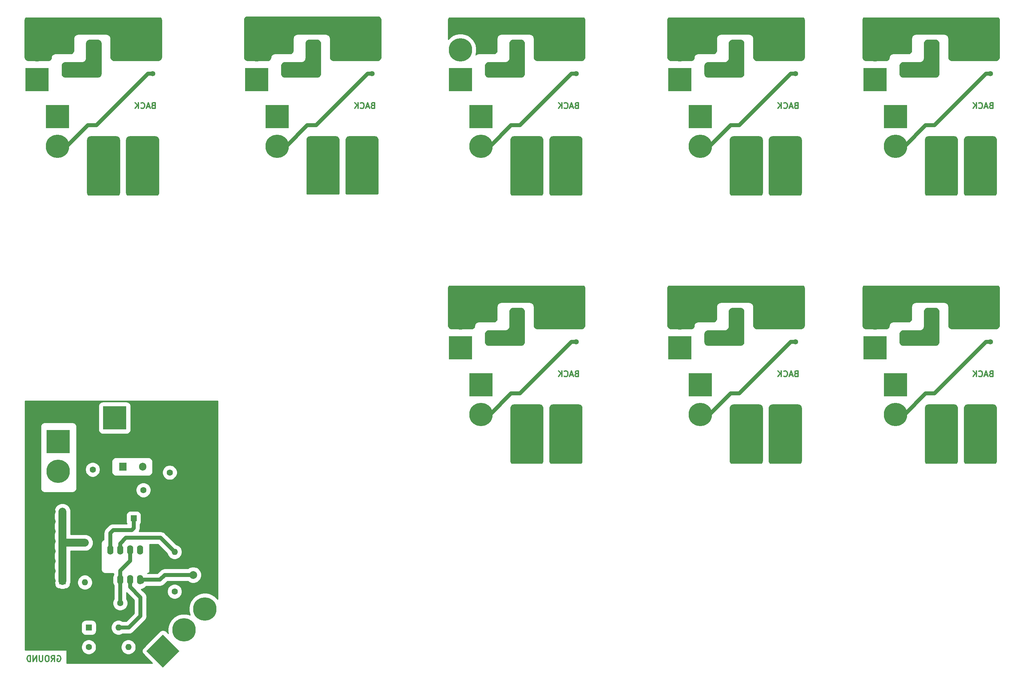
<source format=gbr>
G04 #@! TF.GenerationSoftware,KiCad,Pcbnew,5.1.5-1.fc30*
G04 #@! TF.CreationDate,2021-07-16T22:34:16+03:00*
G04 #@! TF.ProjectId,light,6c696768-742e-46b6-9963-61645f706362,rev?*
G04 #@! TF.SameCoordinates,Original*
G04 #@! TF.FileFunction,Copper,L2,Bot*
G04 #@! TF.FilePolarity,Positive*
%FSLAX46Y46*%
G04 Gerber Fmt 4.6, Leading zero omitted, Abs format (unit mm)*
G04 Created by KiCad (PCBNEW 5.1.5-1.fc30) date 2021-07-16 22:34:16*
%MOMM*%
%LPD*%
G04 APERTURE LIST*
%ADD10C,0.300000*%
%ADD11C,1.600000*%
%ADD12C,5.999480*%
%ADD13R,5.999480X5.999480*%
%ADD14R,1.358000X1.358000*%
%ADD15C,1.358000*%
%ADD16C,0.100000*%
%ADD17O,1.905000X2.000000*%
%ADD18R,1.905000X2.000000*%
%ADD19O,1.700000X1.700000*%
%ADD20R,1.700000X1.700000*%
%ADD21O,1.600000X2.400000*%
%ADD22R,1.600000X2.400000*%
%ADD23O,1.600000X1.600000*%
%ADD24R,1.600000X1.600000*%
%ADD25C,2.000000*%
%ADD26C,1.000000*%
%ADD27C,2.000000*%
%ADD28C,0.254000*%
G04 APERTURE END LIST*
D10*
X167535714Y-110392857D02*
X167321428Y-110464285D01*
X167250000Y-110535714D01*
X167178571Y-110678571D01*
X167178571Y-110892857D01*
X167250000Y-111035714D01*
X167321428Y-111107142D01*
X167464285Y-111178571D01*
X168035714Y-111178571D01*
X168035714Y-109678571D01*
X167535714Y-109678571D01*
X167392857Y-109750000D01*
X167321428Y-109821428D01*
X167250000Y-109964285D01*
X167250000Y-110107142D01*
X167321428Y-110250000D01*
X167392857Y-110321428D01*
X167535714Y-110392857D01*
X168035714Y-110392857D01*
X166607142Y-110750000D02*
X165892857Y-110750000D01*
X166750000Y-111178571D02*
X166250000Y-109678571D01*
X165750000Y-111178571D01*
X164392857Y-111035714D02*
X164464285Y-111107142D01*
X164678571Y-111178571D01*
X164821428Y-111178571D01*
X165035714Y-111107142D01*
X165178571Y-110964285D01*
X165250000Y-110821428D01*
X165321428Y-110535714D01*
X165321428Y-110321428D01*
X165250000Y-110035714D01*
X165178571Y-109892857D01*
X165035714Y-109750000D01*
X164821428Y-109678571D01*
X164678571Y-109678571D01*
X164464285Y-109750000D01*
X164392857Y-109821428D01*
X163750000Y-111178571D02*
X163750000Y-109678571D01*
X162892857Y-111178571D02*
X163535714Y-110321428D01*
X162892857Y-109678571D02*
X163750000Y-110535714D01*
X273785714Y-110392857D02*
X273571428Y-110464285D01*
X273500000Y-110535714D01*
X273428571Y-110678571D01*
X273428571Y-110892857D01*
X273500000Y-111035714D01*
X273571428Y-111107142D01*
X273714285Y-111178571D01*
X274285714Y-111178571D01*
X274285714Y-109678571D01*
X273785714Y-109678571D01*
X273642857Y-109750000D01*
X273571428Y-109821428D01*
X273500000Y-109964285D01*
X273500000Y-110107142D01*
X273571428Y-110250000D01*
X273642857Y-110321428D01*
X273785714Y-110392857D01*
X274285714Y-110392857D01*
X272857142Y-110750000D02*
X272142857Y-110750000D01*
X273000000Y-111178571D02*
X272500000Y-109678571D01*
X272000000Y-111178571D01*
X270642857Y-111035714D02*
X270714285Y-111107142D01*
X270928571Y-111178571D01*
X271071428Y-111178571D01*
X271285714Y-111107142D01*
X271428571Y-110964285D01*
X271500000Y-110821428D01*
X271571428Y-110535714D01*
X271571428Y-110321428D01*
X271500000Y-110035714D01*
X271428571Y-109892857D01*
X271285714Y-109750000D01*
X271071428Y-109678571D01*
X270928571Y-109678571D01*
X270714285Y-109750000D01*
X270642857Y-109821428D01*
X270000000Y-111178571D02*
X270000000Y-109678571D01*
X269142857Y-111178571D02*
X269785714Y-110321428D01*
X269142857Y-109678571D02*
X270000000Y-110535714D01*
X223785714Y-110392857D02*
X223571428Y-110464285D01*
X223500000Y-110535714D01*
X223428571Y-110678571D01*
X223428571Y-110892857D01*
X223500000Y-111035714D01*
X223571428Y-111107142D01*
X223714285Y-111178571D01*
X224285714Y-111178571D01*
X224285714Y-109678571D01*
X223785714Y-109678571D01*
X223642857Y-109750000D01*
X223571428Y-109821428D01*
X223500000Y-109964285D01*
X223500000Y-110107142D01*
X223571428Y-110250000D01*
X223642857Y-110321428D01*
X223785714Y-110392857D01*
X224285714Y-110392857D01*
X222857142Y-110750000D02*
X222142857Y-110750000D01*
X223000000Y-111178571D02*
X222500000Y-109678571D01*
X222000000Y-111178571D01*
X220642857Y-111035714D02*
X220714285Y-111107142D01*
X220928571Y-111178571D01*
X221071428Y-111178571D01*
X221285714Y-111107142D01*
X221428571Y-110964285D01*
X221500000Y-110821428D01*
X221571428Y-110535714D01*
X221571428Y-110321428D01*
X221500000Y-110035714D01*
X221428571Y-109892857D01*
X221285714Y-109750000D01*
X221071428Y-109678571D01*
X220928571Y-109678571D01*
X220714285Y-109750000D01*
X220642857Y-109821428D01*
X220000000Y-111178571D02*
X220000000Y-109678571D01*
X219142857Y-111178571D02*
X219785714Y-110321428D01*
X219142857Y-109678571D02*
X220000000Y-110535714D01*
X273785714Y-41642857D02*
X273571428Y-41714285D01*
X273500000Y-41785714D01*
X273428571Y-41928571D01*
X273428571Y-42142857D01*
X273500000Y-42285714D01*
X273571428Y-42357142D01*
X273714285Y-42428571D01*
X274285714Y-42428571D01*
X274285714Y-40928571D01*
X273785714Y-40928571D01*
X273642857Y-41000000D01*
X273571428Y-41071428D01*
X273500000Y-41214285D01*
X273500000Y-41357142D01*
X273571428Y-41500000D01*
X273642857Y-41571428D01*
X273785714Y-41642857D01*
X274285714Y-41642857D01*
X272857142Y-42000000D02*
X272142857Y-42000000D01*
X273000000Y-42428571D02*
X272500000Y-40928571D01*
X272000000Y-42428571D01*
X270642857Y-42285714D02*
X270714285Y-42357142D01*
X270928571Y-42428571D01*
X271071428Y-42428571D01*
X271285714Y-42357142D01*
X271428571Y-42214285D01*
X271500000Y-42071428D01*
X271571428Y-41785714D01*
X271571428Y-41571428D01*
X271500000Y-41285714D01*
X271428571Y-41142857D01*
X271285714Y-41000000D01*
X271071428Y-40928571D01*
X270928571Y-40928571D01*
X270714285Y-41000000D01*
X270642857Y-41071428D01*
X270000000Y-42428571D02*
X270000000Y-40928571D01*
X269142857Y-42428571D02*
X269785714Y-41571428D01*
X269142857Y-40928571D02*
X270000000Y-41785714D01*
X223785714Y-41642857D02*
X223571428Y-41714285D01*
X223500000Y-41785714D01*
X223428571Y-41928571D01*
X223428571Y-42142857D01*
X223500000Y-42285714D01*
X223571428Y-42357142D01*
X223714285Y-42428571D01*
X224285714Y-42428571D01*
X224285714Y-40928571D01*
X223785714Y-40928571D01*
X223642857Y-41000000D01*
X223571428Y-41071428D01*
X223500000Y-41214285D01*
X223500000Y-41357142D01*
X223571428Y-41500000D01*
X223642857Y-41571428D01*
X223785714Y-41642857D01*
X224285714Y-41642857D01*
X222857142Y-42000000D02*
X222142857Y-42000000D01*
X223000000Y-42428571D02*
X222500000Y-40928571D01*
X222000000Y-42428571D01*
X220642857Y-42285714D02*
X220714285Y-42357142D01*
X220928571Y-42428571D01*
X221071428Y-42428571D01*
X221285714Y-42357142D01*
X221428571Y-42214285D01*
X221500000Y-42071428D01*
X221571428Y-41785714D01*
X221571428Y-41571428D01*
X221500000Y-41285714D01*
X221428571Y-41142857D01*
X221285714Y-41000000D01*
X221071428Y-40928571D01*
X220928571Y-40928571D01*
X220714285Y-41000000D01*
X220642857Y-41071428D01*
X220000000Y-42428571D02*
X220000000Y-40928571D01*
X219142857Y-42428571D02*
X219785714Y-41571428D01*
X219142857Y-40928571D02*
X220000000Y-41785714D01*
X167535714Y-41642857D02*
X167321428Y-41714285D01*
X167250000Y-41785714D01*
X167178571Y-41928571D01*
X167178571Y-42142857D01*
X167250000Y-42285714D01*
X167321428Y-42357142D01*
X167464285Y-42428571D01*
X168035714Y-42428571D01*
X168035714Y-40928571D01*
X167535714Y-40928571D01*
X167392857Y-41000000D01*
X167321428Y-41071428D01*
X167250000Y-41214285D01*
X167250000Y-41357142D01*
X167321428Y-41500000D01*
X167392857Y-41571428D01*
X167535714Y-41642857D01*
X168035714Y-41642857D01*
X166607142Y-42000000D02*
X165892857Y-42000000D01*
X166750000Y-42428571D02*
X166250000Y-40928571D01*
X165750000Y-42428571D01*
X164392857Y-42285714D02*
X164464285Y-42357142D01*
X164678571Y-42428571D01*
X164821428Y-42428571D01*
X165035714Y-42357142D01*
X165178571Y-42214285D01*
X165250000Y-42071428D01*
X165321428Y-41785714D01*
X165321428Y-41571428D01*
X165250000Y-41285714D01*
X165178571Y-41142857D01*
X165035714Y-41000000D01*
X164821428Y-40928571D01*
X164678571Y-40928571D01*
X164464285Y-41000000D01*
X164392857Y-41071428D01*
X163750000Y-42428571D02*
X163750000Y-40928571D01*
X162892857Y-42428571D02*
X163535714Y-41571428D01*
X162892857Y-40928571D02*
X163750000Y-41785714D01*
X115285714Y-41642857D02*
X115071428Y-41714285D01*
X115000000Y-41785714D01*
X114928571Y-41928571D01*
X114928571Y-42142857D01*
X115000000Y-42285714D01*
X115071428Y-42357142D01*
X115214285Y-42428571D01*
X115785714Y-42428571D01*
X115785714Y-40928571D01*
X115285714Y-40928571D01*
X115142857Y-41000000D01*
X115071428Y-41071428D01*
X115000000Y-41214285D01*
X115000000Y-41357142D01*
X115071428Y-41500000D01*
X115142857Y-41571428D01*
X115285714Y-41642857D01*
X115785714Y-41642857D01*
X114357142Y-42000000D02*
X113642857Y-42000000D01*
X114500000Y-42428571D02*
X114000000Y-40928571D01*
X113500000Y-42428571D01*
X112142857Y-42285714D02*
X112214285Y-42357142D01*
X112428571Y-42428571D01*
X112571428Y-42428571D01*
X112785714Y-42357142D01*
X112928571Y-42214285D01*
X113000000Y-42071428D01*
X113071428Y-41785714D01*
X113071428Y-41571428D01*
X113000000Y-41285714D01*
X112928571Y-41142857D01*
X112785714Y-41000000D01*
X112571428Y-40928571D01*
X112428571Y-40928571D01*
X112214285Y-41000000D01*
X112142857Y-41071428D01*
X111500000Y-42428571D02*
X111500000Y-40928571D01*
X110642857Y-42428571D02*
X111285714Y-41571428D01*
X110642857Y-40928571D02*
X111500000Y-41785714D01*
X59035714Y-41642857D02*
X58821428Y-41714285D01*
X58750000Y-41785714D01*
X58678571Y-41928571D01*
X58678571Y-42142857D01*
X58750000Y-42285714D01*
X58821428Y-42357142D01*
X58964285Y-42428571D01*
X59535714Y-42428571D01*
X59535714Y-40928571D01*
X59035714Y-40928571D01*
X58892857Y-41000000D01*
X58821428Y-41071428D01*
X58750000Y-41214285D01*
X58750000Y-41357142D01*
X58821428Y-41500000D01*
X58892857Y-41571428D01*
X59035714Y-41642857D01*
X59535714Y-41642857D01*
X58107142Y-42000000D02*
X57392857Y-42000000D01*
X58250000Y-42428571D02*
X57750000Y-40928571D01*
X57250000Y-42428571D01*
X55892857Y-42285714D02*
X55964285Y-42357142D01*
X56178571Y-42428571D01*
X56321428Y-42428571D01*
X56535714Y-42357142D01*
X56678571Y-42214285D01*
X56750000Y-42071428D01*
X56821428Y-41785714D01*
X56821428Y-41571428D01*
X56750000Y-41285714D01*
X56678571Y-41142857D01*
X56535714Y-41000000D01*
X56321428Y-40928571D01*
X56178571Y-40928571D01*
X55964285Y-41000000D01*
X55892857Y-41071428D01*
X55250000Y-42428571D02*
X55250000Y-40928571D01*
X54392857Y-42428571D02*
X55035714Y-41571428D01*
X54392857Y-40928571D02*
X55250000Y-41785714D01*
X34464285Y-182750000D02*
X34607142Y-182678571D01*
X34821428Y-182678571D01*
X35035714Y-182750000D01*
X35178571Y-182892857D01*
X35250000Y-183035714D01*
X35321428Y-183321428D01*
X35321428Y-183535714D01*
X35250000Y-183821428D01*
X35178571Y-183964285D01*
X35035714Y-184107142D01*
X34821428Y-184178571D01*
X34678571Y-184178571D01*
X34464285Y-184107142D01*
X34392857Y-184035714D01*
X34392857Y-183535714D01*
X34678571Y-183535714D01*
X32892857Y-184178571D02*
X33392857Y-183464285D01*
X33750000Y-184178571D02*
X33750000Y-182678571D01*
X33178571Y-182678571D01*
X33035714Y-182750000D01*
X32964285Y-182821428D01*
X32892857Y-182964285D01*
X32892857Y-183178571D01*
X32964285Y-183321428D01*
X33035714Y-183392857D01*
X33178571Y-183464285D01*
X33750000Y-183464285D01*
X31964285Y-182678571D02*
X31678571Y-182678571D01*
X31535714Y-182750000D01*
X31392857Y-182892857D01*
X31321428Y-183178571D01*
X31321428Y-183678571D01*
X31392857Y-183964285D01*
X31535714Y-184107142D01*
X31678571Y-184178571D01*
X31964285Y-184178571D01*
X32107142Y-184107142D01*
X32249999Y-183964285D01*
X32321428Y-183678571D01*
X32321428Y-183178571D01*
X32249999Y-182892857D01*
X32107142Y-182750000D01*
X31964285Y-182678571D01*
X30678571Y-182678571D02*
X30678571Y-183892857D01*
X30607142Y-184035714D01*
X30535714Y-184107142D01*
X30392857Y-184178571D01*
X30107142Y-184178571D01*
X29964285Y-184107142D01*
X29892857Y-184035714D01*
X29821428Y-183892857D01*
X29821428Y-182678571D01*
X29107142Y-184178571D02*
X29107142Y-182678571D01*
X28250000Y-184178571D01*
X28250000Y-182678571D01*
X27535714Y-184178571D02*
X27535714Y-182678571D01*
X27178571Y-182678571D01*
X26964285Y-182750000D01*
X26821428Y-182892857D01*
X26750000Y-183035714D01*
X26678571Y-183321428D01*
X26678571Y-183535714D01*
X26750000Y-183821428D01*
X26821428Y-183964285D01*
X26964285Y-184107142D01*
X27178571Y-184178571D01*
X27535714Y-184178571D01*
D11*
X251750000Y-101250000D03*
X251750000Y-96250000D03*
X145500000Y-101250000D03*
X145500000Y-96250000D03*
D12*
X143000000Y-120870000D03*
D13*
X143000000Y-113250000D03*
D12*
X244000000Y-96130000D03*
D13*
X244000000Y-103750000D03*
X194000000Y-103750000D03*
D12*
X194000000Y-96130000D03*
D13*
X199250000Y-113250000D03*
D12*
X199250000Y-120870000D03*
X163620000Y-130250000D03*
D13*
X156000000Y-130250000D03*
D11*
X201750000Y-96250000D03*
X201750000Y-101250000D03*
D14*
X208380000Y-94660000D03*
D15*
X223620000Y-94660000D03*
X208380000Y-97200000D03*
X223620000Y-97200000D03*
X208380000Y-119800000D03*
X208380000Y-122340000D03*
X223620000Y-119800000D03*
X223620000Y-122340000D03*
X223620000Y-102280000D03*
D12*
X249250000Y-120870000D03*
D13*
X249250000Y-113250000D03*
X212250000Y-130250000D03*
D12*
X219870000Y-130250000D03*
D15*
X167370000Y-102280000D03*
X167370000Y-122340000D03*
X167370000Y-119800000D03*
X152130000Y-122340000D03*
X152130000Y-119800000D03*
X167370000Y-97200000D03*
X152130000Y-97200000D03*
X167370000Y-94660000D03*
D14*
X152130000Y-94660000D03*
D12*
X137750000Y-96130000D03*
D13*
X137750000Y-103750000D03*
D12*
X269870000Y-130250000D03*
D13*
X262250000Y-130250000D03*
D15*
X273620000Y-102280000D03*
X273620000Y-122340000D03*
X273620000Y-119800000D03*
X258380000Y-122340000D03*
X258380000Y-119800000D03*
X273620000Y-97200000D03*
X258380000Y-97200000D03*
X273620000Y-94660000D03*
D14*
X258380000Y-94660000D03*
D13*
X244000000Y-35000000D03*
D12*
X244000000Y-27380000D03*
D13*
X249250000Y-44500000D03*
D12*
X249250000Y-52120000D03*
D11*
X251750000Y-27500000D03*
X251750000Y-32500000D03*
D14*
X258380000Y-25910000D03*
D15*
X273620000Y-25910000D03*
X258380000Y-28450000D03*
X273620000Y-28450000D03*
X258380000Y-51050000D03*
X258380000Y-53590000D03*
X273620000Y-51050000D03*
X273620000Y-53590000D03*
X273620000Y-33530000D03*
D13*
X262250000Y-61500000D03*
D12*
X269870000Y-61500000D03*
X194000000Y-27380000D03*
D13*
X194000000Y-35000000D03*
D12*
X219870000Y-61500000D03*
D13*
X212250000Y-61500000D03*
D12*
X199250000Y-52120000D03*
D13*
X199250000Y-44500000D03*
D15*
X223620000Y-33530000D03*
X223620000Y-53590000D03*
X223620000Y-51050000D03*
X208380000Y-53590000D03*
X208380000Y-51050000D03*
X223620000Y-28450000D03*
X208380000Y-28450000D03*
X223620000Y-25910000D03*
D14*
X208380000Y-25910000D03*
D11*
X201750000Y-32500000D03*
X201750000Y-27500000D03*
D13*
X137750000Y-35000000D03*
D12*
X137750000Y-27380000D03*
D13*
X143000000Y-44500000D03*
D12*
X143000000Y-52120000D03*
D11*
X145500000Y-27500000D03*
X145500000Y-32500000D03*
D13*
X156000000Y-61500000D03*
D12*
X163620000Y-61500000D03*
D14*
X152130000Y-25910000D03*
D15*
X167370000Y-25910000D03*
X152130000Y-28450000D03*
X167370000Y-28450000D03*
X152130000Y-51050000D03*
X152130000Y-53590000D03*
X167370000Y-51050000D03*
X167370000Y-53590000D03*
X167370000Y-33530000D03*
D13*
X85500000Y-35000000D03*
D12*
X85500000Y-27380000D03*
D13*
X90750000Y-44500000D03*
D12*
X90750000Y-52120000D03*
D11*
X93250000Y-27500000D03*
X93250000Y-32500000D03*
D13*
X103750000Y-61500000D03*
D12*
X111370000Y-61500000D03*
D14*
X99880000Y-25910000D03*
D15*
X115120000Y-25910000D03*
X99880000Y-28450000D03*
X115120000Y-28450000D03*
X99880000Y-51050000D03*
X99880000Y-53590000D03*
X115120000Y-51050000D03*
X115120000Y-53590000D03*
X115120000Y-33530000D03*
D12*
X72276307Y-170723693D03*
X66888154Y-176111846D03*
G04 #@! TA.AperFunction,ComponentPad*
D16*
G36*
X61500000Y-185742273D02*
G01*
X57257727Y-181500000D01*
X61500000Y-177257727D01*
X65742273Y-181500000D01*
X61500000Y-185742273D01*
G37*
G04 #@! TD.AperFunction*
D17*
X56330000Y-134250000D03*
X53790000Y-129170000D03*
D18*
X51250000Y-134250000D03*
D19*
X33210000Y-145760000D03*
X35750000Y-145760000D03*
X33210000Y-148300000D03*
X35750000Y-148300000D03*
X33210000Y-150840000D03*
X35750000Y-150840000D03*
X33210000Y-153380000D03*
X35750000Y-153380000D03*
X33210000Y-155920000D03*
X35750000Y-155920000D03*
X33210000Y-158460000D03*
X35750000Y-158460000D03*
X33210000Y-161000000D03*
X35750000Y-161000000D03*
X33210000Y-163540000D03*
D20*
X35750000Y-163540000D03*
D15*
X58870000Y-33530000D03*
X58870000Y-53590000D03*
X58870000Y-51050000D03*
X43630000Y-53590000D03*
X43630000Y-51050000D03*
X58870000Y-28450000D03*
X43630000Y-28450000D03*
X58870000Y-25910000D03*
D14*
X43630000Y-25910000D03*
D21*
X48000000Y-155630000D03*
X55620000Y-163250000D03*
X50540000Y-155630000D03*
X53080000Y-163250000D03*
X53080000Y-155630000D03*
X50540000Y-163250000D03*
X55620000Y-155630000D03*
D22*
X48000000Y-163250000D03*
D12*
X34668613Y-135466409D03*
D13*
X34668613Y-127846409D03*
D23*
X64500000Y-156090000D03*
D11*
X64500000Y-166250000D03*
D23*
X52660000Y-180500000D03*
D11*
X42500000Y-180500000D03*
D23*
X41500000Y-163910000D03*
D11*
X41500000Y-153750000D03*
D12*
X55120000Y-61500000D03*
D13*
X47500000Y-61500000D03*
D12*
X34500000Y-52120000D03*
D13*
X34500000Y-44500000D03*
D12*
X29250000Y-27380000D03*
D13*
X29250000Y-35000000D03*
D12*
X56750000Y-121750000D03*
D13*
X49130000Y-121750000D03*
D23*
X50120000Y-175500000D03*
D24*
X42500000Y-175500000D03*
D11*
X37000000Y-32500000D03*
X37000000Y-27500000D03*
X45556272Y-169223789D03*
X50556272Y-169223789D03*
X51500000Y-140250000D03*
X56500000Y-140250000D03*
X51500000Y-147500000D03*
D24*
X54000000Y-147500000D03*
D11*
X63250000Y-130750000D03*
X63250000Y-135750000D03*
X43500000Y-130000000D03*
X43500000Y-135000000D03*
D25*
X69250000Y-162000000D03*
D26*
X56120000Y-163750000D02*
X55620000Y-163250000D01*
X69250000Y-162000000D02*
X62000000Y-162000000D01*
X60750000Y-163250000D02*
X55620000Y-163250000D01*
X62000000Y-162000000D02*
X60750000Y-163250000D01*
X48000000Y-155630000D02*
X48000000Y-151250000D01*
X48000000Y-151250000D02*
X48750000Y-150500000D01*
X48750000Y-150500000D02*
X53500000Y-150500000D01*
X54000000Y-150000000D02*
X54000000Y-147500000D01*
X53500000Y-150500000D02*
X54000000Y-150000000D01*
X50556272Y-163266272D02*
X50540000Y-163250000D01*
X50556272Y-169223789D02*
X50556272Y-163266272D01*
X50540000Y-163250000D02*
X50540000Y-160960000D01*
X53080000Y-158420000D02*
X53080000Y-155630000D01*
X50540000Y-160960000D02*
X53080000Y-158420000D01*
X53080000Y-163250000D02*
X53080000Y-165080000D01*
X53080000Y-165080000D02*
X55750000Y-167750000D01*
X55750000Y-167750000D02*
X55750000Y-172500000D01*
X52750000Y-175500000D02*
X50120000Y-175500000D01*
X55750000Y-172500000D02*
X52750000Y-175500000D01*
D27*
X36120000Y-153750000D02*
X35750000Y-153380000D01*
X41500000Y-153750000D02*
X36120000Y-153750000D01*
X35750000Y-163540000D02*
X35750000Y-145760000D01*
D26*
X34500000Y-52120000D02*
X36380000Y-52120000D01*
X58870000Y-33530000D02*
X57720000Y-33530000D01*
X57720000Y-33530000D02*
X44500000Y-46750000D01*
X44500000Y-46750000D02*
X42250000Y-46750000D01*
X36880000Y-52120000D02*
X34500000Y-52120000D01*
X42250000Y-46750000D02*
X36880000Y-52120000D01*
X90750000Y-52120000D02*
X92630000Y-52120000D01*
X115120000Y-33530000D02*
X113970000Y-33530000D01*
X113970000Y-33530000D02*
X100750000Y-46750000D01*
X100750000Y-46750000D02*
X98500000Y-46750000D01*
X93130000Y-52120000D02*
X90750000Y-52120000D01*
X98500000Y-46750000D02*
X93130000Y-52120000D01*
X50540000Y-155630000D02*
X50540000Y-153960000D01*
X50540000Y-153960000D02*
X52000000Y-152500000D01*
X60910000Y-152500000D02*
X64500000Y-156090000D01*
X52000000Y-152500000D02*
X60910000Y-152500000D01*
X143000000Y-52120000D02*
X144880000Y-52120000D01*
X167370000Y-33530000D02*
X166220000Y-33530000D01*
X166220000Y-33530000D02*
X153000000Y-46750000D01*
X153000000Y-46750000D02*
X150750000Y-46750000D01*
X145380000Y-52120000D02*
X143000000Y-52120000D01*
X150750000Y-46750000D02*
X145380000Y-52120000D01*
X223620000Y-33530000D02*
X222470000Y-33530000D01*
X209250000Y-46750000D02*
X207000000Y-46750000D01*
X207000000Y-46750000D02*
X201630000Y-52120000D01*
X201630000Y-52120000D02*
X199250000Y-52120000D01*
X222470000Y-33530000D02*
X209250000Y-46750000D01*
X199250000Y-52120000D02*
X201130000Y-52120000D01*
X259250000Y-46750000D02*
X257000000Y-46750000D01*
X272470000Y-33530000D02*
X259250000Y-46750000D01*
X257000000Y-46750000D02*
X251630000Y-52120000D01*
X273620000Y-33530000D02*
X272470000Y-33530000D01*
X249250000Y-52120000D02*
X251130000Y-52120000D01*
X251630000Y-52120000D02*
X249250000Y-52120000D01*
X167370000Y-102280000D02*
X166220000Y-102280000D01*
X153000000Y-115500000D02*
X150750000Y-115500000D01*
X145380000Y-120870000D02*
X143000000Y-120870000D01*
X166220000Y-102280000D02*
X153000000Y-115500000D01*
X150750000Y-115500000D02*
X145380000Y-120870000D01*
X143000000Y-120870000D02*
X144880000Y-120870000D01*
X209250000Y-115500000D02*
X207000000Y-115500000D01*
X222470000Y-102280000D02*
X209250000Y-115500000D01*
X207000000Y-115500000D02*
X201630000Y-120870000D01*
X223620000Y-102280000D02*
X222470000Y-102280000D01*
X199250000Y-120870000D02*
X201130000Y-120870000D01*
X201630000Y-120870000D02*
X199250000Y-120870000D01*
X272470000Y-102280000D02*
X259250000Y-115500000D01*
X273620000Y-102280000D02*
X272470000Y-102280000D01*
X259250000Y-115500000D02*
X257000000Y-115500000D01*
X251630000Y-120870000D02*
X249250000Y-120870000D01*
X249250000Y-120870000D02*
X251130000Y-120870000D01*
X257000000Y-115500000D02*
X251630000Y-120870000D01*
D28*
G36*
X75573001Y-168229606D02*
G01*
X75481756Y-168093049D01*
X74906951Y-167518244D01*
X74231052Y-167066623D01*
X73480033Y-166755541D01*
X72682755Y-166596953D01*
X71869859Y-166596953D01*
X71072581Y-166755541D01*
X70321562Y-167066623D01*
X69645663Y-167518244D01*
X69070858Y-168093049D01*
X68619237Y-168768948D01*
X68308155Y-169519967D01*
X68149567Y-170317245D01*
X68149567Y-171130141D01*
X68308155Y-171927419D01*
X68461084Y-172296623D01*
X68091880Y-172143694D01*
X67294602Y-171985106D01*
X66481706Y-171985106D01*
X65684428Y-172143694D01*
X64933409Y-172454776D01*
X64257510Y-172906397D01*
X63682705Y-173481202D01*
X63231084Y-174157101D01*
X62920002Y-174908120D01*
X62761414Y-175705398D01*
X62761414Y-176518294D01*
X62860565Y-177016762D01*
X62300765Y-176456962D01*
X62129157Y-176316127D01*
X61933371Y-176211477D01*
X61720931Y-176147034D01*
X61500000Y-176125274D01*
X61279069Y-176147034D01*
X61066629Y-176211477D01*
X60870843Y-176316127D01*
X60699235Y-176456962D01*
X56456962Y-180699235D01*
X56316127Y-180870843D01*
X56211477Y-181066629D01*
X56147034Y-181279069D01*
X56125274Y-181500000D01*
X56147034Y-181720931D01*
X56211477Y-181933371D01*
X56316127Y-182129157D01*
X56456962Y-182300765D01*
X58779197Y-184623000D01*
X36884143Y-184623000D01*
X36884143Y-181218000D01*
X26177000Y-181218000D01*
X26177000Y-180310207D01*
X40573000Y-180310207D01*
X40573000Y-180689793D01*
X40647053Y-181062085D01*
X40792315Y-181412777D01*
X41003201Y-181728391D01*
X41271609Y-181996799D01*
X41587223Y-182207685D01*
X41937915Y-182352947D01*
X42310207Y-182427000D01*
X42689793Y-182427000D01*
X43062085Y-182352947D01*
X43412777Y-182207685D01*
X43728391Y-181996799D01*
X43996799Y-181728391D01*
X44207685Y-181412777D01*
X44352947Y-181062085D01*
X44427000Y-180689793D01*
X44427000Y-180310207D01*
X50733000Y-180310207D01*
X50733000Y-180689793D01*
X50807053Y-181062085D01*
X50952315Y-181412777D01*
X51163201Y-181728391D01*
X51431609Y-181996799D01*
X51747223Y-182207685D01*
X52097915Y-182352947D01*
X52470207Y-182427000D01*
X52849793Y-182427000D01*
X53222085Y-182352947D01*
X53572777Y-182207685D01*
X53888391Y-181996799D01*
X54156799Y-181728391D01*
X54367685Y-181412777D01*
X54512947Y-181062085D01*
X54587000Y-180689793D01*
X54587000Y-180310207D01*
X54512947Y-179937915D01*
X54367685Y-179587223D01*
X54156799Y-179271609D01*
X53888391Y-179003201D01*
X53572777Y-178792315D01*
X53222085Y-178647053D01*
X52849793Y-178573000D01*
X52470207Y-178573000D01*
X52097915Y-178647053D01*
X51747223Y-178792315D01*
X51431609Y-179003201D01*
X51163201Y-179271609D01*
X50952315Y-179587223D01*
X50807053Y-179937915D01*
X50733000Y-180310207D01*
X44427000Y-180310207D01*
X44352947Y-179937915D01*
X44207685Y-179587223D01*
X43996799Y-179271609D01*
X43728391Y-179003201D01*
X43412777Y-178792315D01*
X43062085Y-178647053D01*
X42689793Y-178573000D01*
X42310207Y-178573000D01*
X41937915Y-178647053D01*
X41587223Y-178792315D01*
X41271609Y-179003201D01*
X41003201Y-179271609D01*
X40792315Y-179587223D01*
X40647053Y-179937915D01*
X40573000Y-180310207D01*
X26177000Y-180310207D01*
X26177000Y-174700000D01*
X40567547Y-174700000D01*
X40567547Y-176300000D01*
X40589307Y-176520931D01*
X40653750Y-176733371D01*
X40758400Y-176929157D01*
X40899235Y-177100765D01*
X41070843Y-177241600D01*
X41266629Y-177346250D01*
X41479069Y-177410693D01*
X41700000Y-177432453D01*
X43300000Y-177432453D01*
X43520931Y-177410693D01*
X43733371Y-177346250D01*
X43929157Y-177241600D01*
X44100765Y-177100765D01*
X44241600Y-176929157D01*
X44346250Y-176733371D01*
X44410693Y-176520931D01*
X44432453Y-176300000D01*
X44432453Y-174700000D01*
X44410693Y-174479069D01*
X44346250Y-174266629D01*
X44241600Y-174070843D01*
X44100765Y-173899235D01*
X43929157Y-173758400D01*
X43733371Y-173653750D01*
X43520931Y-173589307D01*
X43300000Y-173567547D01*
X41700000Y-173567547D01*
X41479069Y-173589307D01*
X41266629Y-173653750D01*
X41070843Y-173758400D01*
X40899235Y-173899235D01*
X40758400Y-174070843D01*
X40653750Y-174266629D01*
X40589307Y-174479069D01*
X40567547Y-174700000D01*
X26177000Y-174700000D01*
X26177000Y-153380000D01*
X33612709Y-153380000D01*
X33623001Y-153484491D01*
X33623000Y-163644486D01*
X33653776Y-163956964D01*
X33767547Y-164332014D01*
X33767547Y-164390000D01*
X33789307Y-164610931D01*
X33853750Y-164823371D01*
X33958400Y-165019157D01*
X34099235Y-165190765D01*
X34270843Y-165331600D01*
X34466629Y-165436250D01*
X34679069Y-165500693D01*
X34900000Y-165522453D01*
X34957985Y-165522453D01*
X35333035Y-165636224D01*
X35750000Y-165677291D01*
X36166964Y-165636224D01*
X36542014Y-165522453D01*
X36600000Y-165522453D01*
X36820931Y-165500693D01*
X37033371Y-165436250D01*
X37229157Y-165331600D01*
X37400765Y-165190765D01*
X37541600Y-165019157D01*
X37646250Y-164823371D01*
X37710693Y-164610931D01*
X37732453Y-164390000D01*
X37732453Y-164332015D01*
X37846224Y-163956965D01*
X37869542Y-163720207D01*
X39573000Y-163720207D01*
X39573000Y-164099793D01*
X39647053Y-164472085D01*
X39792315Y-164822777D01*
X40003201Y-165138391D01*
X40271609Y-165406799D01*
X40587223Y-165617685D01*
X40937915Y-165762947D01*
X41310207Y-165837000D01*
X41689793Y-165837000D01*
X42062085Y-165762947D01*
X42412777Y-165617685D01*
X42728391Y-165406799D01*
X42996799Y-165138391D01*
X43207685Y-164822777D01*
X43352947Y-164472085D01*
X43427000Y-164099793D01*
X43427000Y-163720207D01*
X43352947Y-163347915D01*
X43207685Y-162997223D01*
X42996799Y-162681609D01*
X42728391Y-162413201D01*
X42412777Y-162202315D01*
X42062085Y-162057053D01*
X41689793Y-161983000D01*
X41310207Y-161983000D01*
X40937915Y-162057053D01*
X40587223Y-162202315D01*
X40271609Y-162413201D01*
X40003201Y-162681609D01*
X39792315Y-162997223D01*
X39647053Y-163347915D01*
X39573000Y-163720207D01*
X37869542Y-163720207D01*
X37877000Y-163644487D01*
X37877000Y-155877000D01*
X41604487Y-155877000D01*
X41916965Y-155846224D01*
X42317906Y-155724599D01*
X42687415Y-155527093D01*
X43011293Y-155261293D01*
X43277093Y-154937415D01*
X43474599Y-154567906D01*
X43596224Y-154166965D01*
X43612668Y-154000000D01*
X45623000Y-154000000D01*
X45623000Y-160500000D01*
X45623612Y-160512448D01*
X45642827Y-160707538D01*
X45647683Y-160731956D01*
X45704588Y-160919549D01*
X45714116Y-160942550D01*
X45806526Y-161115437D01*
X45820358Y-161136138D01*
X45944721Y-161287675D01*
X45962325Y-161305279D01*
X46113862Y-161429642D01*
X46134563Y-161443474D01*
X46307450Y-161535884D01*
X46330451Y-161545412D01*
X46518044Y-161602317D01*
X46542462Y-161607173D01*
X46737552Y-161626388D01*
X46750000Y-161627000D01*
X48493766Y-161627000D01*
X48670189Y-161644376D01*
X48833850Y-161694022D01*
X48913001Y-161736329D01*
X48913001Y-161806052D01*
X48751071Y-162109002D01*
X48640883Y-162472243D01*
X48613000Y-162755343D01*
X48613000Y-163744658D01*
X48640883Y-164027758D01*
X48751071Y-164390999D01*
X48929273Y-164724391D01*
X48929272Y-168190258D01*
X48848587Y-168311012D01*
X48703325Y-168661704D01*
X48629272Y-169033996D01*
X48629272Y-169413582D01*
X48703325Y-169785874D01*
X48848587Y-170136566D01*
X49059473Y-170452180D01*
X49327881Y-170720588D01*
X49643495Y-170931474D01*
X49994187Y-171076736D01*
X50366479Y-171150789D01*
X50746065Y-171150789D01*
X51118357Y-171076736D01*
X51469049Y-170931474D01*
X51784663Y-170720588D01*
X52053071Y-170452180D01*
X52263957Y-170136566D01*
X52409219Y-169785874D01*
X52483272Y-169413582D01*
X52483272Y-169033996D01*
X52409219Y-168661704D01*
X52263957Y-168311012D01*
X52183272Y-168190258D01*
X52183272Y-166484197D01*
X54123000Y-168423926D01*
X54123001Y-171826073D01*
X52076075Y-173873000D01*
X51153531Y-173873000D01*
X51032777Y-173792315D01*
X50682085Y-173647053D01*
X50309793Y-173573000D01*
X49930207Y-173573000D01*
X49557915Y-173647053D01*
X49207223Y-173792315D01*
X48891609Y-174003201D01*
X48623201Y-174271609D01*
X48412315Y-174587223D01*
X48267053Y-174937915D01*
X48193000Y-175310207D01*
X48193000Y-175689793D01*
X48267053Y-176062085D01*
X48412315Y-176412777D01*
X48623201Y-176728391D01*
X48891609Y-176996799D01*
X49207223Y-177207685D01*
X49557915Y-177352947D01*
X49930207Y-177427000D01*
X50309793Y-177427000D01*
X50682085Y-177352947D01*
X51032777Y-177207685D01*
X51153531Y-177127000D01*
X52670086Y-177127000D01*
X52750000Y-177134871D01*
X52829914Y-177127000D01*
X52829925Y-177127000D01*
X53068948Y-177103458D01*
X53375638Y-177010425D01*
X53658286Y-176859346D01*
X53906029Y-176656029D01*
X53956979Y-176593946D01*
X56843951Y-173706975D01*
X56906029Y-173656029D01*
X56956975Y-173593951D01*
X56956978Y-173593948D01*
X57109346Y-173408286D01*
X57260424Y-173125639D01*
X57260425Y-173125638D01*
X57353458Y-172818948D01*
X57377000Y-172579925D01*
X57384872Y-172500000D01*
X57377000Y-172420075D01*
X57377000Y-167829914D01*
X57384871Y-167749999D01*
X57377000Y-167670085D01*
X57377000Y-167670075D01*
X57353458Y-167431052D01*
X57260425Y-167124362D01*
X57109346Y-166841714D01*
X56979469Y-166683458D01*
X56956978Y-166656052D01*
X56956975Y-166656049D01*
X56906029Y-166593971D01*
X56843952Y-166543026D01*
X56361133Y-166060207D01*
X62573000Y-166060207D01*
X62573000Y-166439793D01*
X62647053Y-166812085D01*
X62792315Y-167162777D01*
X63003201Y-167478391D01*
X63271609Y-167746799D01*
X63587223Y-167957685D01*
X63937915Y-168102947D01*
X64310207Y-168177000D01*
X64689793Y-168177000D01*
X65062085Y-168102947D01*
X65412777Y-167957685D01*
X65728391Y-167746799D01*
X65996799Y-167478391D01*
X66207685Y-167162777D01*
X66352947Y-166812085D01*
X66427000Y-166439793D01*
X66427000Y-166060207D01*
X66352947Y-165687915D01*
X66207685Y-165337223D01*
X65996799Y-165021609D01*
X65728391Y-164753201D01*
X65412777Y-164542315D01*
X65062085Y-164397053D01*
X64689793Y-164323000D01*
X64310207Y-164323000D01*
X63937915Y-164397053D01*
X63587223Y-164542315D01*
X63271609Y-164753201D01*
X63003201Y-165021609D01*
X62792315Y-165337223D01*
X62647053Y-165687915D01*
X62573000Y-166060207D01*
X56361133Y-166060207D01*
X55927926Y-165627000D01*
X56000000Y-165627000D01*
X56012448Y-165626388D01*
X56207538Y-165607173D01*
X56231956Y-165602317D01*
X56419549Y-165545412D01*
X56442550Y-165535884D01*
X56615437Y-165443474D01*
X56636138Y-165429642D01*
X56787675Y-165305279D01*
X56805279Y-165287675D01*
X56891726Y-165182338D01*
X57028285Y-165109346D01*
X57276029Y-164906029D01*
X57299852Y-164877000D01*
X60670086Y-164877000D01*
X60750000Y-164884871D01*
X60829914Y-164877000D01*
X60829925Y-164877000D01*
X61068948Y-164853458D01*
X61375638Y-164760425D01*
X61658286Y-164609346D01*
X61906029Y-164406029D01*
X61956979Y-164343946D01*
X62673926Y-163627000D01*
X67868967Y-163627000D01*
X67894116Y-163652149D01*
X68242488Y-163884923D01*
X68629577Y-164045261D01*
X69040509Y-164127000D01*
X69459491Y-164127000D01*
X69870423Y-164045261D01*
X70257512Y-163884923D01*
X70605884Y-163652149D01*
X70902149Y-163355884D01*
X71134923Y-163007512D01*
X71295261Y-162620423D01*
X71377000Y-162209491D01*
X71377000Y-161790509D01*
X71295261Y-161379577D01*
X71134923Y-160992488D01*
X70902149Y-160644116D01*
X70605884Y-160347851D01*
X70257512Y-160115077D01*
X69870423Y-159954739D01*
X69459491Y-159873000D01*
X69040509Y-159873000D01*
X68629577Y-159954739D01*
X68242488Y-160115077D01*
X67894116Y-160347851D01*
X67868967Y-160373000D01*
X62079914Y-160373000D01*
X62000000Y-160365129D01*
X61920085Y-160373000D01*
X61920075Y-160373000D01*
X61681052Y-160396542D01*
X61374362Y-160489575D01*
X61091714Y-160640654D01*
X60906052Y-160793022D01*
X60906049Y-160793025D01*
X60843971Y-160843971D01*
X60793025Y-160906049D01*
X60076075Y-161623000D01*
X57538712Y-161623000D01*
X57645987Y-161608877D01*
X57678011Y-161600296D01*
X57798601Y-161550346D01*
X57827313Y-161533768D01*
X57930866Y-161454308D01*
X57954308Y-161430866D01*
X58033768Y-161327313D01*
X58050346Y-161298601D01*
X58100296Y-161178011D01*
X58108877Y-161145987D01*
X58125914Y-161016577D01*
X58127000Y-161000000D01*
X58127000Y-154127000D01*
X60236075Y-154127000D01*
X62618720Y-156509646D01*
X62647053Y-156652085D01*
X62792315Y-157002777D01*
X63003201Y-157318391D01*
X63271609Y-157586799D01*
X63587223Y-157797685D01*
X63937915Y-157942947D01*
X64310207Y-158017000D01*
X64689793Y-158017000D01*
X65062085Y-157942947D01*
X65412777Y-157797685D01*
X65728391Y-157586799D01*
X65996799Y-157318391D01*
X66207685Y-157002777D01*
X66352947Y-156652085D01*
X66427000Y-156279793D01*
X66427000Y-155900207D01*
X66352947Y-155527915D01*
X66207685Y-155177223D01*
X65996799Y-154861609D01*
X65728391Y-154593201D01*
X65412777Y-154382315D01*
X65062085Y-154237053D01*
X64919646Y-154208720D01*
X62116979Y-151406054D01*
X62066029Y-151343971D01*
X61818286Y-151140654D01*
X61535638Y-150989575D01*
X61228948Y-150896542D01*
X60989925Y-150873000D01*
X60989914Y-150873000D01*
X60910000Y-150865129D01*
X60830086Y-150873000D01*
X55378207Y-150873000D01*
X55510425Y-150625638D01*
X55603458Y-150318948D01*
X55627000Y-150079925D01*
X55627000Y-150079924D01*
X55634872Y-150000000D01*
X55627000Y-149920075D01*
X55627000Y-149068798D01*
X55741600Y-148929157D01*
X55846250Y-148733371D01*
X55910693Y-148520931D01*
X55932453Y-148300000D01*
X55932453Y-146700000D01*
X55910693Y-146479069D01*
X55846250Y-146266629D01*
X55741600Y-146070843D01*
X55600765Y-145899235D01*
X55429157Y-145758400D01*
X55233371Y-145653750D01*
X55020931Y-145589307D01*
X54800000Y-145567547D01*
X53200000Y-145567547D01*
X52979069Y-145589307D01*
X52766629Y-145653750D01*
X52570843Y-145758400D01*
X52399235Y-145899235D01*
X52258400Y-146070843D01*
X52153750Y-146266629D01*
X52089307Y-146479069D01*
X52067547Y-146700000D01*
X52067547Y-148300000D01*
X52089307Y-148520931D01*
X52153750Y-148733371D01*
X52228383Y-148873000D01*
X48829914Y-148873000D01*
X48749999Y-148865129D01*
X48670085Y-148873000D01*
X48670075Y-148873000D01*
X48431052Y-148896542D01*
X48124362Y-148989575D01*
X47841714Y-149140654D01*
X47593971Y-149343971D01*
X47543022Y-149406053D01*
X46906050Y-150043025D01*
X46843972Y-150093971D01*
X46793026Y-150156049D01*
X46793022Y-150156053D01*
X46640654Y-150341715D01*
X46489576Y-150624362D01*
X46403450Y-150908285D01*
X46396543Y-150931053D01*
X46365129Y-151250000D01*
X46373001Y-151329924D01*
X46373000Y-152941681D01*
X46330451Y-152954588D01*
X46307450Y-152964116D01*
X46134563Y-153056526D01*
X46113862Y-153070358D01*
X45962325Y-153194721D01*
X45944721Y-153212325D01*
X45820358Y-153363862D01*
X45806526Y-153384563D01*
X45714116Y-153557450D01*
X45704588Y-153580451D01*
X45647683Y-153768044D01*
X45642827Y-153792462D01*
X45623612Y-153987552D01*
X45623000Y-154000000D01*
X43612668Y-154000000D01*
X43637291Y-153750000D01*
X43596224Y-153333035D01*
X43474599Y-152932094D01*
X43277093Y-152562585D01*
X43011293Y-152238707D01*
X42687415Y-151972907D01*
X42317906Y-151775401D01*
X41916965Y-151653776D01*
X41604487Y-151623000D01*
X37877000Y-151623000D01*
X37877000Y-145655513D01*
X37846224Y-145343035D01*
X37724599Y-144942094D01*
X37527093Y-144572585D01*
X37261293Y-144248707D01*
X36937415Y-143982907D01*
X36567906Y-143785401D01*
X36166965Y-143663776D01*
X35750000Y-143622709D01*
X35333036Y-143663776D01*
X34932095Y-143785401D01*
X34562586Y-143982907D01*
X34238708Y-144248707D01*
X33972908Y-144572585D01*
X33775402Y-144942094D01*
X33653777Y-145343035D01*
X33623001Y-145655513D01*
X33623001Y-153275509D01*
X33612709Y-153380000D01*
X26177000Y-153380000D01*
X26177000Y-124000000D01*
X30123000Y-124000000D01*
X30123000Y-139750000D01*
X30123612Y-139762448D01*
X30142827Y-139957538D01*
X30147683Y-139981956D01*
X30204588Y-140169549D01*
X30214116Y-140192550D01*
X30306526Y-140365437D01*
X30320358Y-140386138D01*
X30444721Y-140537675D01*
X30462325Y-140555279D01*
X30613862Y-140679642D01*
X30634563Y-140693474D01*
X30807450Y-140785884D01*
X30830451Y-140795412D01*
X31018044Y-140852317D01*
X31042462Y-140857173D01*
X31237552Y-140876388D01*
X31250000Y-140877000D01*
X38250000Y-140877000D01*
X38262448Y-140876388D01*
X38457538Y-140857173D01*
X38481956Y-140852317D01*
X38669549Y-140795412D01*
X38692550Y-140785884D01*
X38865437Y-140693474D01*
X38886138Y-140679642D01*
X39037675Y-140555279D01*
X39055279Y-140537675D01*
X39179642Y-140386138D01*
X39193474Y-140365437D01*
X39285884Y-140192550D01*
X39295412Y-140169549D01*
X39328580Y-140060207D01*
X54573000Y-140060207D01*
X54573000Y-140439793D01*
X54647053Y-140812085D01*
X54792315Y-141162777D01*
X55003201Y-141478391D01*
X55271609Y-141746799D01*
X55587223Y-141957685D01*
X55937915Y-142102947D01*
X56310207Y-142177000D01*
X56689793Y-142177000D01*
X57062085Y-142102947D01*
X57412777Y-141957685D01*
X57728391Y-141746799D01*
X57996799Y-141478391D01*
X58207685Y-141162777D01*
X58352947Y-140812085D01*
X58427000Y-140439793D01*
X58427000Y-140060207D01*
X58352947Y-139687915D01*
X58207685Y-139337223D01*
X57996799Y-139021609D01*
X57728391Y-138753201D01*
X57412777Y-138542315D01*
X57062085Y-138397053D01*
X56689793Y-138323000D01*
X56310207Y-138323000D01*
X55937915Y-138397053D01*
X55587223Y-138542315D01*
X55271609Y-138753201D01*
X55003201Y-139021609D01*
X54792315Y-139337223D01*
X54647053Y-139687915D01*
X54573000Y-140060207D01*
X39328580Y-140060207D01*
X39352317Y-139981956D01*
X39357173Y-139957538D01*
X39376388Y-139762448D01*
X39377000Y-139750000D01*
X39377000Y-134810207D01*
X41573000Y-134810207D01*
X41573000Y-135189793D01*
X41647053Y-135562085D01*
X41792315Y-135912777D01*
X42003201Y-136228391D01*
X42271609Y-136496799D01*
X42587223Y-136707685D01*
X42937915Y-136852947D01*
X43310207Y-136927000D01*
X43689793Y-136927000D01*
X44062085Y-136852947D01*
X44412777Y-136707685D01*
X44728391Y-136496799D01*
X44996799Y-136228391D01*
X45207685Y-135912777D01*
X45352947Y-135562085D01*
X45427000Y-135189793D01*
X45427000Y-134810207D01*
X45352947Y-134437915D01*
X45207685Y-134087223D01*
X44996799Y-133771609D01*
X44728391Y-133503201D01*
X44412777Y-133292315D01*
X44062085Y-133147053D01*
X43689793Y-133073000D01*
X43310207Y-133073000D01*
X42937915Y-133147053D01*
X42587223Y-133292315D01*
X42271609Y-133503201D01*
X42003201Y-133771609D01*
X41792315Y-134087223D01*
X41647053Y-134437915D01*
X41573000Y-134810207D01*
X39377000Y-134810207D01*
X39377000Y-133000000D01*
X48373000Y-133000000D01*
X48373000Y-135500000D01*
X48373612Y-135512448D01*
X48392827Y-135707538D01*
X48397683Y-135731956D01*
X48454588Y-135919549D01*
X48464116Y-135942550D01*
X48556526Y-136115437D01*
X48570358Y-136136138D01*
X48694721Y-136287675D01*
X48712325Y-136305279D01*
X48863862Y-136429642D01*
X48884563Y-136443474D01*
X49057450Y-136535884D01*
X49080451Y-136545412D01*
X49268044Y-136602317D01*
X49292462Y-136607173D01*
X49487552Y-136626388D01*
X49500000Y-136627000D01*
X57750000Y-136627000D01*
X57762448Y-136626388D01*
X57957538Y-136607173D01*
X57981956Y-136602317D01*
X58169549Y-136545412D01*
X58192550Y-136535884D01*
X58365437Y-136443474D01*
X58386138Y-136429642D01*
X58537675Y-136305279D01*
X58555279Y-136287675D01*
X58679642Y-136136138D01*
X58693474Y-136115437D01*
X58785884Y-135942550D01*
X58795412Y-135919549D01*
X58852317Y-135731956D01*
X58857173Y-135707538D01*
X58871684Y-135560207D01*
X61323000Y-135560207D01*
X61323000Y-135939793D01*
X61397053Y-136312085D01*
X61542315Y-136662777D01*
X61753201Y-136978391D01*
X62021609Y-137246799D01*
X62337223Y-137457685D01*
X62687915Y-137602947D01*
X63060207Y-137677000D01*
X63439793Y-137677000D01*
X63812085Y-137602947D01*
X64162777Y-137457685D01*
X64478391Y-137246799D01*
X64746799Y-136978391D01*
X64957685Y-136662777D01*
X65102947Y-136312085D01*
X65177000Y-135939793D01*
X65177000Y-135560207D01*
X65102947Y-135187915D01*
X64957685Y-134837223D01*
X64746799Y-134521609D01*
X64478391Y-134253201D01*
X64162777Y-134042315D01*
X63812085Y-133897053D01*
X63439793Y-133823000D01*
X63060207Y-133823000D01*
X62687915Y-133897053D01*
X62337223Y-134042315D01*
X62021609Y-134253201D01*
X61753201Y-134521609D01*
X61542315Y-134837223D01*
X61397053Y-135187915D01*
X61323000Y-135560207D01*
X58871684Y-135560207D01*
X58876388Y-135512448D01*
X58877000Y-135500000D01*
X58877000Y-133000000D01*
X58876388Y-132987552D01*
X58857173Y-132792462D01*
X58852317Y-132768044D01*
X58795412Y-132580451D01*
X58785884Y-132557450D01*
X58693474Y-132384563D01*
X58679642Y-132363862D01*
X58555279Y-132212325D01*
X58537675Y-132194721D01*
X58386138Y-132070358D01*
X58365437Y-132056526D01*
X58192550Y-131964116D01*
X58169549Y-131954588D01*
X57981956Y-131897683D01*
X57957538Y-131892827D01*
X57762448Y-131873612D01*
X57750000Y-131873000D01*
X49500000Y-131873000D01*
X49487552Y-131873612D01*
X49292462Y-131892827D01*
X49268044Y-131897683D01*
X49080451Y-131954588D01*
X49057450Y-131964116D01*
X48884563Y-132056526D01*
X48863862Y-132070358D01*
X48712325Y-132194721D01*
X48694721Y-132212325D01*
X48570358Y-132363862D01*
X48556526Y-132384563D01*
X48464116Y-132557450D01*
X48454588Y-132580451D01*
X48397683Y-132768044D01*
X48392827Y-132792462D01*
X48373612Y-132987552D01*
X48373000Y-133000000D01*
X39377000Y-133000000D01*
X39377000Y-124000000D01*
X39376388Y-123987552D01*
X39357173Y-123792462D01*
X39352317Y-123768044D01*
X39295412Y-123580451D01*
X39285884Y-123557450D01*
X39193474Y-123384563D01*
X39179642Y-123363862D01*
X39055279Y-123212325D01*
X39037675Y-123194721D01*
X38886138Y-123070358D01*
X38865437Y-123056526D01*
X38692550Y-122964116D01*
X38669549Y-122954588D01*
X38481956Y-122897683D01*
X38457538Y-122892827D01*
X38262448Y-122873612D01*
X38250000Y-122873000D01*
X31250000Y-122873000D01*
X31237552Y-122873612D01*
X31042462Y-122892827D01*
X31018044Y-122897683D01*
X30830451Y-122954588D01*
X30807450Y-122964116D01*
X30634563Y-123056526D01*
X30613862Y-123070358D01*
X30462325Y-123194721D01*
X30444721Y-123212325D01*
X30320358Y-123363862D01*
X30306526Y-123384563D01*
X30214116Y-123557450D01*
X30204588Y-123580451D01*
X30147683Y-123768044D01*
X30142827Y-123792462D01*
X30123612Y-123987552D01*
X30123000Y-124000000D01*
X26177000Y-124000000D01*
X26177000Y-118750260D01*
X44997807Y-118750260D01*
X44997807Y-124749740D01*
X45019567Y-124970671D01*
X45084010Y-125183111D01*
X45188660Y-125378897D01*
X45329495Y-125550505D01*
X45501103Y-125691340D01*
X45696889Y-125795990D01*
X45909329Y-125860433D01*
X46130260Y-125882193D01*
X52129740Y-125882193D01*
X52350671Y-125860433D01*
X52563111Y-125795990D01*
X52758897Y-125691340D01*
X52930505Y-125550505D01*
X53071340Y-125378897D01*
X53175990Y-125183111D01*
X53240433Y-124970671D01*
X53262193Y-124749740D01*
X53262193Y-118750260D01*
X53240433Y-118529329D01*
X53175990Y-118316889D01*
X53071340Y-118121103D01*
X52930505Y-117949495D01*
X52758897Y-117808660D01*
X52563111Y-117704010D01*
X52350671Y-117639567D01*
X52129740Y-117617807D01*
X46130260Y-117617807D01*
X45909329Y-117639567D01*
X45696889Y-117704010D01*
X45501103Y-117808660D01*
X45329495Y-117949495D01*
X45188660Y-118121103D01*
X45084010Y-118316889D01*
X45019567Y-118529329D01*
X44997807Y-118750260D01*
X26177000Y-118750260D01*
X26177000Y-117427000D01*
X75573000Y-117427000D01*
X75573001Y-168229606D01*
G37*
X75573001Y-168229606D02*
X75481756Y-168093049D01*
X74906951Y-167518244D01*
X74231052Y-167066623D01*
X73480033Y-166755541D01*
X72682755Y-166596953D01*
X71869859Y-166596953D01*
X71072581Y-166755541D01*
X70321562Y-167066623D01*
X69645663Y-167518244D01*
X69070858Y-168093049D01*
X68619237Y-168768948D01*
X68308155Y-169519967D01*
X68149567Y-170317245D01*
X68149567Y-171130141D01*
X68308155Y-171927419D01*
X68461084Y-172296623D01*
X68091880Y-172143694D01*
X67294602Y-171985106D01*
X66481706Y-171985106D01*
X65684428Y-172143694D01*
X64933409Y-172454776D01*
X64257510Y-172906397D01*
X63682705Y-173481202D01*
X63231084Y-174157101D01*
X62920002Y-174908120D01*
X62761414Y-175705398D01*
X62761414Y-176518294D01*
X62860565Y-177016762D01*
X62300765Y-176456962D01*
X62129157Y-176316127D01*
X61933371Y-176211477D01*
X61720931Y-176147034D01*
X61500000Y-176125274D01*
X61279069Y-176147034D01*
X61066629Y-176211477D01*
X60870843Y-176316127D01*
X60699235Y-176456962D01*
X56456962Y-180699235D01*
X56316127Y-180870843D01*
X56211477Y-181066629D01*
X56147034Y-181279069D01*
X56125274Y-181500000D01*
X56147034Y-181720931D01*
X56211477Y-181933371D01*
X56316127Y-182129157D01*
X56456962Y-182300765D01*
X58779197Y-184623000D01*
X36884143Y-184623000D01*
X36884143Y-181218000D01*
X26177000Y-181218000D01*
X26177000Y-180310207D01*
X40573000Y-180310207D01*
X40573000Y-180689793D01*
X40647053Y-181062085D01*
X40792315Y-181412777D01*
X41003201Y-181728391D01*
X41271609Y-181996799D01*
X41587223Y-182207685D01*
X41937915Y-182352947D01*
X42310207Y-182427000D01*
X42689793Y-182427000D01*
X43062085Y-182352947D01*
X43412777Y-182207685D01*
X43728391Y-181996799D01*
X43996799Y-181728391D01*
X44207685Y-181412777D01*
X44352947Y-181062085D01*
X44427000Y-180689793D01*
X44427000Y-180310207D01*
X50733000Y-180310207D01*
X50733000Y-180689793D01*
X50807053Y-181062085D01*
X50952315Y-181412777D01*
X51163201Y-181728391D01*
X51431609Y-181996799D01*
X51747223Y-182207685D01*
X52097915Y-182352947D01*
X52470207Y-182427000D01*
X52849793Y-182427000D01*
X53222085Y-182352947D01*
X53572777Y-182207685D01*
X53888391Y-181996799D01*
X54156799Y-181728391D01*
X54367685Y-181412777D01*
X54512947Y-181062085D01*
X54587000Y-180689793D01*
X54587000Y-180310207D01*
X54512947Y-179937915D01*
X54367685Y-179587223D01*
X54156799Y-179271609D01*
X53888391Y-179003201D01*
X53572777Y-178792315D01*
X53222085Y-178647053D01*
X52849793Y-178573000D01*
X52470207Y-178573000D01*
X52097915Y-178647053D01*
X51747223Y-178792315D01*
X51431609Y-179003201D01*
X51163201Y-179271609D01*
X50952315Y-179587223D01*
X50807053Y-179937915D01*
X50733000Y-180310207D01*
X44427000Y-180310207D01*
X44352947Y-179937915D01*
X44207685Y-179587223D01*
X43996799Y-179271609D01*
X43728391Y-179003201D01*
X43412777Y-178792315D01*
X43062085Y-178647053D01*
X42689793Y-178573000D01*
X42310207Y-178573000D01*
X41937915Y-178647053D01*
X41587223Y-178792315D01*
X41271609Y-179003201D01*
X41003201Y-179271609D01*
X40792315Y-179587223D01*
X40647053Y-179937915D01*
X40573000Y-180310207D01*
X26177000Y-180310207D01*
X26177000Y-174700000D01*
X40567547Y-174700000D01*
X40567547Y-176300000D01*
X40589307Y-176520931D01*
X40653750Y-176733371D01*
X40758400Y-176929157D01*
X40899235Y-177100765D01*
X41070843Y-177241600D01*
X41266629Y-177346250D01*
X41479069Y-177410693D01*
X41700000Y-177432453D01*
X43300000Y-177432453D01*
X43520931Y-177410693D01*
X43733371Y-177346250D01*
X43929157Y-177241600D01*
X44100765Y-177100765D01*
X44241600Y-176929157D01*
X44346250Y-176733371D01*
X44410693Y-176520931D01*
X44432453Y-176300000D01*
X44432453Y-174700000D01*
X44410693Y-174479069D01*
X44346250Y-174266629D01*
X44241600Y-174070843D01*
X44100765Y-173899235D01*
X43929157Y-173758400D01*
X43733371Y-173653750D01*
X43520931Y-173589307D01*
X43300000Y-173567547D01*
X41700000Y-173567547D01*
X41479069Y-173589307D01*
X41266629Y-173653750D01*
X41070843Y-173758400D01*
X40899235Y-173899235D01*
X40758400Y-174070843D01*
X40653750Y-174266629D01*
X40589307Y-174479069D01*
X40567547Y-174700000D01*
X26177000Y-174700000D01*
X26177000Y-153380000D01*
X33612709Y-153380000D01*
X33623001Y-153484491D01*
X33623000Y-163644486D01*
X33653776Y-163956964D01*
X33767547Y-164332014D01*
X33767547Y-164390000D01*
X33789307Y-164610931D01*
X33853750Y-164823371D01*
X33958400Y-165019157D01*
X34099235Y-165190765D01*
X34270843Y-165331600D01*
X34466629Y-165436250D01*
X34679069Y-165500693D01*
X34900000Y-165522453D01*
X34957985Y-165522453D01*
X35333035Y-165636224D01*
X35750000Y-165677291D01*
X36166964Y-165636224D01*
X36542014Y-165522453D01*
X36600000Y-165522453D01*
X36820931Y-165500693D01*
X37033371Y-165436250D01*
X37229157Y-165331600D01*
X37400765Y-165190765D01*
X37541600Y-165019157D01*
X37646250Y-164823371D01*
X37710693Y-164610931D01*
X37732453Y-164390000D01*
X37732453Y-164332015D01*
X37846224Y-163956965D01*
X37869542Y-163720207D01*
X39573000Y-163720207D01*
X39573000Y-164099793D01*
X39647053Y-164472085D01*
X39792315Y-164822777D01*
X40003201Y-165138391D01*
X40271609Y-165406799D01*
X40587223Y-165617685D01*
X40937915Y-165762947D01*
X41310207Y-165837000D01*
X41689793Y-165837000D01*
X42062085Y-165762947D01*
X42412777Y-165617685D01*
X42728391Y-165406799D01*
X42996799Y-165138391D01*
X43207685Y-164822777D01*
X43352947Y-164472085D01*
X43427000Y-164099793D01*
X43427000Y-163720207D01*
X43352947Y-163347915D01*
X43207685Y-162997223D01*
X42996799Y-162681609D01*
X42728391Y-162413201D01*
X42412777Y-162202315D01*
X42062085Y-162057053D01*
X41689793Y-161983000D01*
X41310207Y-161983000D01*
X40937915Y-162057053D01*
X40587223Y-162202315D01*
X40271609Y-162413201D01*
X40003201Y-162681609D01*
X39792315Y-162997223D01*
X39647053Y-163347915D01*
X39573000Y-163720207D01*
X37869542Y-163720207D01*
X37877000Y-163644487D01*
X37877000Y-155877000D01*
X41604487Y-155877000D01*
X41916965Y-155846224D01*
X42317906Y-155724599D01*
X42687415Y-155527093D01*
X43011293Y-155261293D01*
X43277093Y-154937415D01*
X43474599Y-154567906D01*
X43596224Y-154166965D01*
X43612668Y-154000000D01*
X45623000Y-154000000D01*
X45623000Y-160500000D01*
X45623612Y-160512448D01*
X45642827Y-160707538D01*
X45647683Y-160731956D01*
X45704588Y-160919549D01*
X45714116Y-160942550D01*
X45806526Y-161115437D01*
X45820358Y-161136138D01*
X45944721Y-161287675D01*
X45962325Y-161305279D01*
X46113862Y-161429642D01*
X46134563Y-161443474D01*
X46307450Y-161535884D01*
X46330451Y-161545412D01*
X46518044Y-161602317D01*
X46542462Y-161607173D01*
X46737552Y-161626388D01*
X46750000Y-161627000D01*
X48493766Y-161627000D01*
X48670189Y-161644376D01*
X48833850Y-161694022D01*
X48913001Y-161736329D01*
X48913001Y-161806052D01*
X48751071Y-162109002D01*
X48640883Y-162472243D01*
X48613000Y-162755343D01*
X48613000Y-163744658D01*
X48640883Y-164027758D01*
X48751071Y-164390999D01*
X48929273Y-164724391D01*
X48929272Y-168190258D01*
X48848587Y-168311012D01*
X48703325Y-168661704D01*
X48629272Y-169033996D01*
X48629272Y-169413582D01*
X48703325Y-169785874D01*
X48848587Y-170136566D01*
X49059473Y-170452180D01*
X49327881Y-170720588D01*
X49643495Y-170931474D01*
X49994187Y-171076736D01*
X50366479Y-171150789D01*
X50746065Y-171150789D01*
X51118357Y-171076736D01*
X51469049Y-170931474D01*
X51784663Y-170720588D01*
X52053071Y-170452180D01*
X52263957Y-170136566D01*
X52409219Y-169785874D01*
X52483272Y-169413582D01*
X52483272Y-169033996D01*
X52409219Y-168661704D01*
X52263957Y-168311012D01*
X52183272Y-168190258D01*
X52183272Y-166484197D01*
X54123000Y-168423926D01*
X54123001Y-171826073D01*
X52076075Y-173873000D01*
X51153531Y-173873000D01*
X51032777Y-173792315D01*
X50682085Y-173647053D01*
X50309793Y-173573000D01*
X49930207Y-173573000D01*
X49557915Y-173647053D01*
X49207223Y-173792315D01*
X48891609Y-174003201D01*
X48623201Y-174271609D01*
X48412315Y-174587223D01*
X48267053Y-174937915D01*
X48193000Y-175310207D01*
X48193000Y-175689793D01*
X48267053Y-176062085D01*
X48412315Y-176412777D01*
X48623201Y-176728391D01*
X48891609Y-176996799D01*
X49207223Y-177207685D01*
X49557915Y-177352947D01*
X49930207Y-177427000D01*
X50309793Y-177427000D01*
X50682085Y-177352947D01*
X51032777Y-177207685D01*
X51153531Y-177127000D01*
X52670086Y-177127000D01*
X52750000Y-177134871D01*
X52829914Y-177127000D01*
X52829925Y-177127000D01*
X53068948Y-177103458D01*
X53375638Y-177010425D01*
X53658286Y-176859346D01*
X53906029Y-176656029D01*
X53956979Y-176593946D01*
X56843951Y-173706975D01*
X56906029Y-173656029D01*
X56956975Y-173593951D01*
X56956978Y-173593948D01*
X57109346Y-173408286D01*
X57260424Y-173125639D01*
X57260425Y-173125638D01*
X57353458Y-172818948D01*
X57377000Y-172579925D01*
X57384872Y-172500000D01*
X57377000Y-172420075D01*
X57377000Y-167829914D01*
X57384871Y-167749999D01*
X57377000Y-167670085D01*
X57377000Y-167670075D01*
X57353458Y-167431052D01*
X57260425Y-167124362D01*
X57109346Y-166841714D01*
X56979469Y-166683458D01*
X56956978Y-166656052D01*
X56956975Y-166656049D01*
X56906029Y-166593971D01*
X56843952Y-166543026D01*
X56361133Y-166060207D01*
X62573000Y-166060207D01*
X62573000Y-166439793D01*
X62647053Y-166812085D01*
X62792315Y-167162777D01*
X63003201Y-167478391D01*
X63271609Y-167746799D01*
X63587223Y-167957685D01*
X63937915Y-168102947D01*
X64310207Y-168177000D01*
X64689793Y-168177000D01*
X65062085Y-168102947D01*
X65412777Y-167957685D01*
X65728391Y-167746799D01*
X65996799Y-167478391D01*
X66207685Y-167162777D01*
X66352947Y-166812085D01*
X66427000Y-166439793D01*
X66427000Y-166060207D01*
X66352947Y-165687915D01*
X66207685Y-165337223D01*
X65996799Y-165021609D01*
X65728391Y-164753201D01*
X65412777Y-164542315D01*
X65062085Y-164397053D01*
X64689793Y-164323000D01*
X64310207Y-164323000D01*
X63937915Y-164397053D01*
X63587223Y-164542315D01*
X63271609Y-164753201D01*
X63003201Y-165021609D01*
X62792315Y-165337223D01*
X62647053Y-165687915D01*
X62573000Y-166060207D01*
X56361133Y-166060207D01*
X55927926Y-165627000D01*
X56000000Y-165627000D01*
X56012448Y-165626388D01*
X56207538Y-165607173D01*
X56231956Y-165602317D01*
X56419549Y-165545412D01*
X56442550Y-165535884D01*
X56615437Y-165443474D01*
X56636138Y-165429642D01*
X56787675Y-165305279D01*
X56805279Y-165287675D01*
X56891726Y-165182338D01*
X57028285Y-165109346D01*
X57276029Y-164906029D01*
X57299852Y-164877000D01*
X60670086Y-164877000D01*
X60750000Y-164884871D01*
X60829914Y-164877000D01*
X60829925Y-164877000D01*
X61068948Y-164853458D01*
X61375638Y-164760425D01*
X61658286Y-164609346D01*
X61906029Y-164406029D01*
X61956979Y-164343946D01*
X62673926Y-163627000D01*
X67868967Y-163627000D01*
X67894116Y-163652149D01*
X68242488Y-163884923D01*
X68629577Y-164045261D01*
X69040509Y-164127000D01*
X69459491Y-164127000D01*
X69870423Y-164045261D01*
X70257512Y-163884923D01*
X70605884Y-163652149D01*
X70902149Y-163355884D01*
X71134923Y-163007512D01*
X71295261Y-162620423D01*
X71377000Y-162209491D01*
X71377000Y-161790509D01*
X71295261Y-161379577D01*
X71134923Y-160992488D01*
X70902149Y-160644116D01*
X70605884Y-160347851D01*
X70257512Y-160115077D01*
X69870423Y-159954739D01*
X69459491Y-159873000D01*
X69040509Y-159873000D01*
X68629577Y-159954739D01*
X68242488Y-160115077D01*
X67894116Y-160347851D01*
X67868967Y-160373000D01*
X62079914Y-160373000D01*
X62000000Y-160365129D01*
X61920085Y-160373000D01*
X61920075Y-160373000D01*
X61681052Y-160396542D01*
X61374362Y-160489575D01*
X61091714Y-160640654D01*
X60906052Y-160793022D01*
X60906049Y-160793025D01*
X60843971Y-160843971D01*
X60793025Y-160906049D01*
X60076075Y-161623000D01*
X57538712Y-161623000D01*
X57645987Y-161608877D01*
X57678011Y-161600296D01*
X57798601Y-161550346D01*
X57827313Y-161533768D01*
X57930866Y-161454308D01*
X57954308Y-161430866D01*
X58033768Y-161327313D01*
X58050346Y-161298601D01*
X58100296Y-161178011D01*
X58108877Y-161145987D01*
X58125914Y-161016577D01*
X58127000Y-161000000D01*
X58127000Y-154127000D01*
X60236075Y-154127000D01*
X62618720Y-156509646D01*
X62647053Y-156652085D01*
X62792315Y-157002777D01*
X63003201Y-157318391D01*
X63271609Y-157586799D01*
X63587223Y-157797685D01*
X63937915Y-157942947D01*
X64310207Y-158017000D01*
X64689793Y-158017000D01*
X65062085Y-157942947D01*
X65412777Y-157797685D01*
X65728391Y-157586799D01*
X65996799Y-157318391D01*
X66207685Y-157002777D01*
X66352947Y-156652085D01*
X66427000Y-156279793D01*
X66427000Y-155900207D01*
X66352947Y-155527915D01*
X66207685Y-155177223D01*
X65996799Y-154861609D01*
X65728391Y-154593201D01*
X65412777Y-154382315D01*
X65062085Y-154237053D01*
X64919646Y-154208720D01*
X62116979Y-151406054D01*
X62066029Y-151343971D01*
X61818286Y-151140654D01*
X61535638Y-150989575D01*
X61228948Y-150896542D01*
X60989925Y-150873000D01*
X60989914Y-150873000D01*
X60910000Y-150865129D01*
X60830086Y-150873000D01*
X55378207Y-150873000D01*
X55510425Y-150625638D01*
X55603458Y-150318948D01*
X55627000Y-150079925D01*
X55627000Y-150079924D01*
X55634872Y-150000000D01*
X55627000Y-149920075D01*
X55627000Y-149068798D01*
X55741600Y-148929157D01*
X55846250Y-148733371D01*
X55910693Y-148520931D01*
X55932453Y-148300000D01*
X55932453Y-146700000D01*
X55910693Y-146479069D01*
X55846250Y-146266629D01*
X55741600Y-146070843D01*
X55600765Y-145899235D01*
X55429157Y-145758400D01*
X55233371Y-145653750D01*
X55020931Y-145589307D01*
X54800000Y-145567547D01*
X53200000Y-145567547D01*
X52979069Y-145589307D01*
X52766629Y-145653750D01*
X52570843Y-145758400D01*
X52399235Y-145899235D01*
X52258400Y-146070843D01*
X52153750Y-146266629D01*
X52089307Y-146479069D01*
X52067547Y-146700000D01*
X52067547Y-148300000D01*
X52089307Y-148520931D01*
X52153750Y-148733371D01*
X52228383Y-148873000D01*
X48829914Y-148873000D01*
X48749999Y-148865129D01*
X48670085Y-148873000D01*
X48670075Y-148873000D01*
X48431052Y-148896542D01*
X48124362Y-148989575D01*
X47841714Y-149140654D01*
X47593971Y-149343971D01*
X47543022Y-149406053D01*
X46906050Y-150043025D01*
X46843972Y-150093971D01*
X46793026Y-150156049D01*
X46793022Y-150156053D01*
X46640654Y-150341715D01*
X46489576Y-150624362D01*
X46403450Y-150908285D01*
X46396543Y-150931053D01*
X46365129Y-151250000D01*
X46373001Y-151329924D01*
X46373000Y-152941681D01*
X46330451Y-152954588D01*
X46307450Y-152964116D01*
X46134563Y-153056526D01*
X46113862Y-153070358D01*
X45962325Y-153194721D01*
X45944721Y-153212325D01*
X45820358Y-153363862D01*
X45806526Y-153384563D01*
X45714116Y-153557450D01*
X45704588Y-153580451D01*
X45647683Y-153768044D01*
X45642827Y-153792462D01*
X45623612Y-153987552D01*
X45623000Y-154000000D01*
X43612668Y-154000000D01*
X43637291Y-153750000D01*
X43596224Y-153333035D01*
X43474599Y-152932094D01*
X43277093Y-152562585D01*
X43011293Y-152238707D01*
X42687415Y-151972907D01*
X42317906Y-151775401D01*
X41916965Y-151653776D01*
X41604487Y-151623000D01*
X37877000Y-151623000D01*
X37877000Y-145655513D01*
X37846224Y-145343035D01*
X37724599Y-144942094D01*
X37527093Y-144572585D01*
X37261293Y-144248707D01*
X36937415Y-143982907D01*
X36567906Y-143785401D01*
X36166965Y-143663776D01*
X35750000Y-143622709D01*
X35333036Y-143663776D01*
X34932095Y-143785401D01*
X34562586Y-143982907D01*
X34238708Y-144248707D01*
X33972908Y-144572585D01*
X33775402Y-144942094D01*
X33653777Y-145343035D01*
X33623001Y-145655513D01*
X33623001Y-153275509D01*
X33612709Y-153380000D01*
X26177000Y-153380000D01*
X26177000Y-124000000D01*
X30123000Y-124000000D01*
X30123000Y-139750000D01*
X30123612Y-139762448D01*
X30142827Y-139957538D01*
X30147683Y-139981956D01*
X30204588Y-140169549D01*
X30214116Y-140192550D01*
X30306526Y-140365437D01*
X30320358Y-140386138D01*
X30444721Y-140537675D01*
X30462325Y-140555279D01*
X30613862Y-140679642D01*
X30634563Y-140693474D01*
X30807450Y-140785884D01*
X30830451Y-140795412D01*
X31018044Y-140852317D01*
X31042462Y-140857173D01*
X31237552Y-140876388D01*
X31250000Y-140877000D01*
X38250000Y-140877000D01*
X38262448Y-140876388D01*
X38457538Y-140857173D01*
X38481956Y-140852317D01*
X38669549Y-140795412D01*
X38692550Y-140785884D01*
X38865437Y-140693474D01*
X38886138Y-140679642D01*
X39037675Y-140555279D01*
X39055279Y-140537675D01*
X39179642Y-140386138D01*
X39193474Y-140365437D01*
X39285884Y-140192550D01*
X39295412Y-140169549D01*
X39328580Y-140060207D01*
X54573000Y-140060207D01*
X54573000Y-140439793D01*
X54647053Y-140812085D01*
X54792315Y-141162777D01*
X55003201Y-141478391D01*
X55271609Y-141746799D01*
X55587223Y-141957685D01*
X55937915Y-142102947D01*
X56310207Y-142177000D01*
X56689793Y-142177000D01*
X57062085Y-142102947D01*
X57412777Y-141957685D01*
X57728391Y-141746799D01*
X57996799Y-141478391D01*
X58207685Y-141162777D01*
X58352947Y-140812085D01*
X58427000Y-140439793D01*
X58427000Y-140060207D01*
X58352947Y-139687915D01*
X58207685Y-139337223D01*
X57996799Y-139021609D01*
X57728391Y-138753201D01*
X57412777Y-138542315D01*
X57062085Y-138397053D01*
X56689793Y-138323000D01*
X56310207Y-138323000D01*
X55937915Y-138397053D01*
X55587223Y-138542315D01*
X55271609Y-138753201D01*
X55003201Y-139021609D01*
X54792315Y-139337223D01*
X54647053Y-139687915D01*
X54573000Y-140060207D01*
X39328580Y-140060207D01*
X39352317Y-139981956D01*
X39357173Y-139957538D01*
X39376388Y-139762448D01*
X39377000Y-139750000D01*
X39377000Y-134810207D01*
X41573000Y-134810207D01*
X41573000Y-135189793D01*
X41647053Y-135562085D01*
X41792315Y-135912777D01*
X42003201Y-136228391D01*
X42271609Y-136496799D01*
X42587223Y-136707685D01*
X42937915Y-136852947D01*
X43310207Y-136927000D01*
X43689793Y-136927000D01*
X44062085Y-136852947D01*
X44412777Y-136707685D01*
X44728391Y-136496799D01*
X44996799Y-136228391D01*
X45207685Y-135912777D01*
X45352947Y-135562085D01*
X45427000Y-135189793D01*
X45427000Y-134810207D01*
X45352947Y-134437915D01*
X45207685Y-134087223D01*
X44996799Y-133771609D01*
X44728391Y-133503201D01*
X44412777Y-133292315D01*
X44062085Y-133147053D01*
X43689793Y-133073000D01*
X43310207Y-133073000D01*
X42937915Y-133147053D01*
X42587223Y-133292315D01*
X42271609Y-133503201D01*
X42003201Y-133771609D01*
X41792315Y-134087223D01*
X41647053Y-134437915D01*
X41573000Y-134810207D01*
X39377000Y-134810207D01*
X39377000Y-133000000D01*
X48373000Y-133000000D01*
X48373000Y-135500000D01*
X48373612Y-135512448D01*
X48392827Y-135707538D01*
X48397683Y-135731956D01*
X48454588Y-135919549D01*
X48464116Y-135942550D01*
X48556526Y-136115437D01*
X48570358Y-136136138D01*
X48694721Y-136287675D01*
X48712325Y-136305279D01*
X48863862Y-136429642D01*
X48884563Y-136443474D01*
X49057450Y-136535884D01*
X49080451Y-136545412D01*
X49268044Y-136602317D01*
X49292462Y-136607173D01*
X49487552Y-136626388D01*
X49500000Y-136627000D01*
X57750000Y-136627000D01*
X57762448Y-136626388D01*
X57957538Y-136607173D01*
X57981956Y-136602317D01*
X58169549Y-136545412D01*
X58192550Y-136535884D01*
X58365437Y-136443474D01*
X58386138Y-136429642D01*
X58537675Y-136305279D01*
X58555279Y-136287675D01*
X58679642Y-136136138D01*
X58693474Y-136115437D01*
X58785884Y-135942550D01*
X58795412Y-135919549D01*
X58852317Y-135731956D01*
X58857173Y-135707538D01*
X58871684Y-135560207D01*
X61323000Y-135560207D01*
X61323000Y-135939793D01*
X61397053Y-136312085D01*
X61542315Y-136662777D01*
X61753201Y-136978391D01*
X62021609Y-137246799D01*
X62337223Y-137457685D01*
X62687915Y-137602947D01*
X63060207Y-137677000D01*
X63439793Y-137677000D01*
X63812085Y-137602947D01*
X64162777Y-137457685D01*
X64478391Y-137246799D01*
X64746799Y-136978391D01*
X64957685Y-136662777D01*
X65102947Y-136312085D01*
X65177000Y-135939793D01*
X65177000Y-135560207D01*
X65102947Y-135187915D01*
X64957685Y-134837223D01*
X64746799Y-134521609D01*
X64478391Y-134253201D01*
X64162777Y-134042315D01*
X63812085Y-133897053D01*
X63439793Y-133823000D01*
X63060207Y-133823000D01*
X62687915Y-133897053D01*
X62337223Y-134042315D01*
X62021609Y-134253201D01*
X61753201Y-134521609D01*
X61542315Y-134837223D01*
X61397053Y-135187915D01*
X61323000Y-135560207D01*
X58871684Y-135560207D01*
X58876388Y-135512448D01*
X58877000Y-135500000D01*
X58877000Y-133000000D01*
X58876388Y-132987552D01*
X58857173Y-132792462D01*
X58852317Y-132768044D01*
X58795412Y-132580451D01*
X58785884Y-132557450D01*
X58693474Y-132384563D01*
X58679642Y-132363862D01*
X58555279Y-132212325D01*
X58537675Y-132194721D01*
X58386138Y-132070358D01*
X58365437Y-132056526D01*
X58192550Y-131964116D01*
X58169549Y-131954588D01*
X57981956Y-131897683D01*
X57957538Y-131892827D01*
X57762448Y-131873612D01*
X57750000Y-131873000D01*
X49500000Y-131873000D01*
X49487552Y-131873612D01*
X49292462Y-131892827D01*
X49268044Y-131897683D01*
X49080451Y-131954588D01*
X49057450Y-131964116D01*
X48884563Y-132056526D01*
X48863862Y-132070358D01*
X48712325Y-132194721D01*
X48694721Y-132212325D01*
X48570358Y-132363862D01*
X48556526Y-132384563D01*
X48464116Y-132557450D01*
X48454588Y-132580451D01*
X48397683Y-132768044D01*
X48392827Y-132792462D01*
X48373612Y-132987552D01*
X48373000Y-133000000D01*
X39377000Y-133000000D01*
X39377000Y-124000000D01*
X39376388Y-123987552D01*
X39357173Y-123792462D01*
X39352317Y-123768044D01*
X39295412Y-123580451D01*
X39285884Y-123557450D01*
X39193474Y-123384563D01*
X39179642Y-123363862D01*
X39055279Y-123212325D01*
X39037675Y-123194721D01*
X38886138Y-123070358D01*
X38865437Y-123056526D01*
X38692550Y-122964116D01*
X38669549Y-122954588D01*
X38481956Y-122897683D01*
X38457538Y-122892827D01*
X38262448Y-122873612D01*
X38250000Y-122873000D01*
X31250000Y-122873000D01*
X31237552Y-122873612D01*
X31042462Y-122892827D01*
X31018044Y-122897683D01*
X30830451Y-122954588D01*
X30807450Y-122964116D01*
X30634563Y-123056526D01*
X30613862Y-123070358D01*
X30462325Y-123194721D01*
X30444721Y-123212325D01*
X30320358Y-123363862D01*
X30306526Y-123384563D01*
X30214116Y-123557450D01*
X30204588Y-123580451D01*
X30147683Y-123768044D01*
X30142827Y-123792462D01*
X30123612Y-123987552D01*
X30123000Y-124000000D01*
X26177000Y-124000000D01*
X26177000Y-118750260D01*
X44997807Y-118750260D01*
X44997807Y-124749740D01*
X45019567Y-124970671D01*
X45084010Y-125183111D01*
X45188660Y-125378897D01*
X45329495Y-125550505D01*
X45501103Y-125691340D01*
X45696889Y-125795990D01*
X45909329Y-125860433D01*
X46130260Y-125882193D01*
X52129740Y-125882193D01*
X52350671Y-125860433D01*
X52563111Y-125795990D01*
X52758897Y-125691340D01*
X52930505Y-125550505D01*
X53071340Y-125378897D01*
X53175990Y-125183111D01*
X53240433Y-124970671D01*
X53262193Y-124749740D01*
X53262193Y-118750260D01*
X53240433Y-118529329D01*
X53175990Y-118316889D01*
X53071340Y-118121103D01*
X52930505Y-117949495D01*
X52758897Y-117808660D01*
X52563111Y-117704010D01*
X52350671Y-117639567D01*
X52129740Y-117617807D01*
X46130260Y-117617807D01*
X45909329Y-117639567D01*
X45696889Y-117704010D01*
X45501103Y-117808660D01*
X45329495Y-117949495D01*
X45188660Y-118121103D01*
X45084010Y-118316889D01*
X45019567Y-118529329D01*
X44997807Y-118750260D01*
X26177000Y-118750260D01*
X26177000Y-117427000D01*
X75573000Y-117427000D01*
X75573001Y-168229606D01*
G36*
X44920189Y-24894376D02*
G01*
X45083850Y-24944022D01*
X45234672Y-25024638D01*
X45366870Y-25133130D01*
X45475362Y-25265328D01*
X45555978Y-25416150D01*
X45605624Y-25579811D01*
X45623000Y-25756234D01*
X45623000Y-33493766D01*
X45605624Y-33670189D01*
X45555978Y-33833850D01*
X45475362Y-33984672D01*
X45366870Y-34116870D01*
X45234672Y-34225362D01*
X45083850Y-34305978D01*
X44920189Y-34355624D01*
X44743766Y-34373000D01*
X36506234Y-34373000D01*
X36329811Y-34355624D01*
X36166150Y-34305978D01*
X36015328Y-34225362D01*
X35883130Y-34116870D01*
X35774638Y-33984672D01*
X35694022Y-33833850D01*
X35644376Y-33670189D01*
X35627000Y-33493766D01*
X35627000Y-31506234D01*
X35644376Y-31329811D01*
X35694022Y-31166150D01*
X35774638Y-31015328D01*
X35883130Y-30883130D01*
X36015328Y-30774638D01*
X36166150Y-30694022D01*
X36329811Y-30644376D01*
X36506234Y-30627000D01*
X40750000Y-30627000D01*
X40762448Y-30626388D01*
X40957538Y-30607173D01*
X40981956Y-30602317D01*
X41169549Y-30545412D01*
X41192550Y-30535884D01*
X41365437Y-30443474D01*
X41386138Y-30429642D01*
X41537675Y-30305279D01*
X41555279Y-30287675D01*
X41679642Y-30136138D01*
X41693474Y-30115437D01*
X41785884Y-29942550D01*
X41795412Y-29919549D01*
X41852317Y-29731956D01*
X41857173Y-29707538D01*
X41876388Y-29512448D01*
X41877000Y-29500000D01*
X41877000Y-25756234D01*
X41894376Y-25579811D01*
X41944022Y-25416150D01*
X42024638Y-25265328D01*
X42133130Y-25133130D01*
X42265328Y-25024638D01*
X42416150Y-24944022D01*
X42579811Y-24894376D01*
X42756234Y-24877000D01*
X44743766Y-24877000D01*
X44920189Y-24894376D01*
G37*
X44920189Y-24894376D02*
X45083850Y-24944022D01*
X45234672Y-25024638D01*
X45366870Y-25133130D01*
X45475362Y-25265328D01*
X45555978Y-25416150D01*
X45605624Y-25579811D01*
X45623000Y-25756234D01*
X45623000Y-33493766D01*
X45605624Y-33670189D01*
X45555978Y-33833850D01*
X45475362Y-33984672D01*
X45366870Y-34116870D01*
X45234672Y-34225362D01*
X45083850Y-34305978D01*
X44920189Y-34355624D01*
X44743766Y-34373000D01*
X36506234Y-34373000D01*
X36329811Y-34355624D01*
X36166150Y-34305978D01*
X36015328Y-34225362D01*
X35883130Y-34116870D01*
X35774638Y-33984672D01*
X35694022Y-33833850D01*
X35644376Y-33670189D01*
X35627000Y-33493766D01*
X35627000Y-31506234D01*
X35644376Y-31329811D01*
X35694022Y-31166150D01*
X35774638Y-31015328D01*
X35883130Y-30883130D01*
X36015328Y-30774638D01*
X36166150Y-30694022D01*
X36329811Y-30644376D01*
X36506234Y-30627000D01*
X40750000Y-30627000D01*
X40762448Y-30626388D01*
X40957538Y-30607173D01*
X40981956Y-30602317D01*
X41169549Y-30545412D01*
X41192550Y-30535884D01*
X41365437Y-30443474D01*
X41386138Y-30429642D01*
X41537675Y-30305279D01*
X41555279Y-30287675D01*
X41679642Y-30136138D01*
X41693474Y-30115437D01*
X41785884Y-29942550D01*
X41795412Y-29919549D01*
X41852317Y-29731956D01*
X41857173Y-29707538D01*
X41876388Y-29512448D01*
X41877000Y-29500000D01*
X41877000Y-25756234D01*
X41894376Y-25579811D01*
X41944022Y-25416150D01*
X42024638Y-25265328D01*
X42133130Y-25133130D01*
X42265328Y-25024638D01*
X42416150Y-24944022D01*
X42579811Y-24894376D01*
X42756234Y-24877000D01*
X44743766Y-24877000D01*
X44920189Y-24894376D01*
G36*
X49670189Y-49644376D02*
G01*
X49833850Y-49694022D01*
X49984672Y-49774638D01*
X50116870Y-49883130D01*
X50225362Y-50015328D01*
X50305978Y-50166150D01*
X50355624Y-50329811D01*
X50373000Y-50506234D01*
X50373000Y-63993766D01*
X50355624Y-64170189D01*
X50305978Y-64333850D01*
X50225362Y-64484672D01*
X50152873Y-64573000D01*
X42347127Y-64573000D01*
X42274638Y-64484672D01*
X42194022Y-64333850D01*
X42144376Y-64170189D01*
X42127000Y-63993766D01*
X42127000Y-50506234D01*
X42144376Y-50329811D01*
X42194022Y-50166150D01*
X42274638Y-50015328D01*
X42383130Y-49883130D01*
X42515328Y-49774638D01*
X42666150Y-49694022D01*
X42829811Y-49644376D01*
X43006234Y-49627000D01*
X49493766Y-49627000D01*
X49670189Y-49644376D01*
G37*
X49670189Y-49644376D02*
X49833850Y-49694022D01*
X49984672Y-49774638D01*
X50116870Y-49883130D01*
X50225362Y-50015328D01*
X50305978Y-50166150D01*
X50355624Y-50329811D01*
X50373000Y-50506234D01*
X50373000Y-63993766D01*
X50355624Y-64170189D01*
X50305978Y-64333850D01*
X50225362Y-64484672D01*
X50152873Y-64573000D01*
X42347127Y-64573000D01*
X42274638Y-64484672D01*
X42194022Y-64333850D01*
X42144376Y-64170189D01*
X42127000Y-63993766D01*
X42127000Y-50506234D01*
X42144376Y-50329811D01*
X42194022Y-50166150D01*
X42274638Y-50015328D01*
X42383130Y-49883130D01*
X42515328Y-49774638D01*
X42666150Y-49694022D01*
X42829811Y-49644376D01*
X43006234Y-49627000D01*
X49493766Y-49627000D01*
X49670189Y-49644376D01*
G36*
X59670189Y-49644376D02*
G01*
X59833850Y-49694022D01*
X59984672Y-49774638D01*
X60116870Y-49883130D01*
X60225362Y-50015328D01*
X60305978Y-50166150D01*
X60355624Y-50329811D01*
X60373000Y-50506234D01*
X60373000Y-63993766D01*
X60355624Y-64170189D01*
X60305978Y-64333850D01*
X60225362Y-64484672D01*
X60152873Y-64573000D01*
X52347127Y-64573000D01*
X52274638Y-64484672D01*
X52194022Y-64333850D01*
X52144376Y-64170189D01*
X52127000Y-63993766D01*
X52127000Y-50506234D01*
X52144376Y-50329811D01*
X52194022Y-50166150D01*
X52274638Y-50015328D01*
X52383130Y-49883130D01*
X52515328Y-49774638D01*
X52666150Y-49694022D01*
X52829811Y-49644376D01*
X53006234Y-49627000D01*
X59493766Y-49627000D01*
X59670189Y-49644376D01*
G37*
X59670189Y-49644376D02*
X59833850Y-49694022D01*
X59984672Y-49774638D01*
X60116870Y-49883130D01*
X60225362Y-50015328D01*
X60305978Y-50166150D01*
X60355624Y-50329811D01*
X60373000Y-50506234D01*
X60373000Y-63993766D01*
X60355624Y-64170189D01*
X60305978Y-64333850D01*
X60225362Y-64484672D01*
X60152873Y-64573000D01*
X52347127Y-64573000D01*
X52274638Y-64484672D01*
X52194022Y-64333850D01*
X52144376Y-64170189D01*
X52127000Y-63993766D01*
X52127000Y-50506234D01*
X52144376Y-50329811D01*
X52194022Y-50166150D01*
X52274638Y-50015328D01*
X52383130Y-49883130D01*
X52515328Y-49774638D01*
X52666150Y-49694022D01*
X52829811Y-49644376D01*
X53006234Y-49627000D01*
X59493766Y-49627000D01*
X59670189Y-49644376D01*
G36*
X60975362Y-19265328D02*
G01*
X61055978Y-19416150D01*
X61105624Y-19579811D01*
X61123000Y-19756234D01*
X61123000Y-29243766D01*
X61105624Y-29420189D01*
X61055978Y-29583850D01*
X60975362Y-29734672D01*
X60866870Y-29866870D01*
X60734672Y-29975362D01*
X60583850Y-30055978D01*
X60420189Y-30105624D01*
X60243766Y-30123000D01*
X49006234Y-30123000D01*
X48829811Y-30105624D01*
X48666150Y-30055978D01*
X48515328Y-29975362D01*
X48383130Y-29866870D01*
X48274638Y-29734672D01*
X48194022Y-29583850D01*
X48144376Y-29420189D01*
X48127000Y-29243766D01*
X48127000Y-24500000D01*
X48126388Y-24487552D01*
X48107173Y-24292462D01*
X48102317Y-24268044D01*
X48045412Y-24080451D01*
X48035884Y-24057450D01*
X47943474Y-23884563D01*
X47929642Y-23863862D01*
X47805279Y-23712325D01*
X47787675Y-23694721D01*
X47636138Y-23570358D01*
X47615437Y-23556526D01*
X47442550Y-23464116D01*
X47419549Y-23454588D01*
X47231956Y-23397683D01*
X47207538Y-23392827D01*
X47012448Y-23373612D01*
X47000000Y-23373000D01*
X39750000Y-23373000D01*
X39737552Y-23373612D01*
X39542462Y-23392827D01*
X39518044Y-23397683D01*
X39330451Y-23454588D01*
X39307450Y-23464116D01*
X39134563Y-23556526D01*
X39113862Y-23570358D01*
X38962325Y-23694721D01*
X38944721Y-23712325D01*
X38820358Y-23863862D01*
X38806526Y-23884563D01*
X38714116Y-24057450D01*
X38704588Y-24080451D01*
X38647683Y-24268044D01*
X38642827Y-24292462D01*
X38623612Y-24487552D01*
X38623000Y-24500000D01*
X38623000Y-27493766D01*
X38605624Y-27670189D01*
X38555978Y-27833850D01*
X38475362Y-27984672D01*
X38366870Y-28116870D01*
X38234672Y-28225362D01*
X38083850Y-28305978D01*
X37920189Y-28355624D01*
X37743766Y-28373000D01*
X33875000Y-28373000D01*
X33860781Y-28373799D01*
X33666075Y-28395737D01*
X33638349Y-28402065D01*
X33453407Y-28466779D01*
X33427784Y-28479118D01*
X33261878Y-28583363D01*
X33239643Y-28601094D01*
X33101094Y-28739643D01*
X33083363Y-28761878D01*
X32979118Y-28927784D01*
X32966779Y-28953407D01*
X32902065Y-29138349D01*
X32895737Y-29166075D01*
X32853463Y-29541266D01*
X32798202Y-29699195D01*
X32709184Y-29840867D01*
X32590867Y-29959184D01*
X32449195Y-30048202D01*
X32291266Y-30103463D01*
X32117872Y-30123000D01*
X27006234Y-30123000D01*
X26829811Y-30105624D01*
X26666150Y-30055978D01*
X26515328Y-29975362D01*
X26383130Y-29866870D01*
X26274638Y-29734672D01*
X26194022Y-29583850D01*
X26144376Y-29420189D01*
X26127000Y-29243766D01*
X26127000Y-19756234D01*
X26144376Y-19579811D01*
X26194022Y-19416150D01*
X26274638Y-19265328D01*
X26347127Y-19177000D01*
X60902873Y-19177000D01*
X60975362Y-19265328D01*
G37*
X60975362Y-19265328D02*
X61055978Y-19416150D01*
X61105624Y-19579811D01*
X61123000Y-19756234D01*
X61123000Y-29243766D01*
X61105624Y-29420189D01*
X61055978Y-29583850D01*
X60975362Y-29734672D01*
X60866870Y-29866870D01*
X60734672Y-29975362D01*
X60583850Y-30055978D01*
X60420189Y-30105624D01*
X60243766Y-30123000D01*
X49006234Y-30123000D01*
X48829811Y-30105624D01*
X48666150Y-30055978D01*
X48515328Y-29975362D01*
X48383130Y-29866870D01*
X48274638Y-29734672D01*
X48194022Y-29583850D01*
X48144376Y-29420189D01*
X48127000Y-29243766D01*
X48127000Y-24500000D01*
X48126388Y-24487552D01*
X48107173Y-24292462D01*
X48102317Y-24268044D01*
X48045412Y-24080451D01*
X48035884Y-24057450D01*
X47943474Y-23884563D01*
X47929642Y-23863862D01*
X47805279Y-23712325D01*
X47787675Y-23694721D01*
X47636138Y-23570358D01*
X47615437Y-23556526D01*
X47442550Y-23464116D01*
X47419549Y-23454588D01*
X47231956Y-23397683D01*
X47207538Y-23392827D01*
X47012448Y-23373612D01*
X47000000Y-23373000D01*
X39750000Y-23373000D01*
X39737552Y-23373612D01*
X39542462Y-23392827D01*
X39518044Y-23397683D01*
X39330451Y-23454588D01*
X39307450Y-23464116D01*
X39134563Y-23556526D01*
X39113862Y-23570358D01*
X38962325Y-23694721D01*
X38944721Y-23712325D01*
X38820358Y-23863862D01*
X38806526Y-23884563D01*
X38714116Y-24057450D01*
X38704588Y-24080451D01*
X38647683Y-24268044D01*
X38642827Y-24292462D01*
X38623612Y-24487552D01*
X38623000Y-24500000D01*
X38623000Y-27493766D01*
X38605624Y-27670189D01*
X38555978Y-27833850D01*
X38475362Y-27984672D01*
X38366870Y-28116870D01*
X38234672Y-28225362D01*
X38083850Y-28305978D01*
X37920189Y-28355624D01*
X37743766Y-28373000D01*
X33875000Y-28373000D01*
X33860781Y-28373799D01*
X33666075Y-28395737D01*
X33638349Y-28402065D01*
X33453407Y-28466779D01*
X33427784Y-28479118D01*
X33261878Y-28583363D01*
X33239643Y-28601094D01*
X33101094Y-28739643D01*
X33083363Y-28761878D01*
X32979118Y-28927784D01*
X32966779Y-28953407D01*
X32902065Y-29138349D01*
X32895737Y-29166075D01*
X32853463Y-29541266D01*
X32798202Y-29699195D01*
X32709184Y-29840867D01*
X32590867Y-29959184D01*
X32449195Y-30048202D01*
X32291266Y-30103463D01*
X32117872Y-30123000D01*
X27006234Y-30123000D01*
X26829811Y-30105624D01*
X26666150Y-30055978D01*
X26515328Y-29975362D01*
X26383130Y-29866870D01*
X26274638Y-29734672D01*
X26194022Y-29583850D01*
X26144376Y-29420189D01*
X26127000Y-29243766D01*
X26127000Y-19756234D01*
X26144376Y-19579811D01*
X26194022Y-19416150D01*
X26274638Y-19265328D01*
X26347127Y-19177000D01*
X60902873Y-19177000D01*
X60975362Y-19265328D01*
G36*
X116833850Y-18944022D02*
G01*
X116984672Y-19024638D01*
X117116870Y-19133130D01*
X117225362Y-19265328D01*
X117305978Y-19416150D01*
X117355624Y-19579811D01*
X117373000Y-19756234D01*
X117373000Y-29243766D01*
X117355624Y-29420189D01*
X117305978Y-29583850D01*
X117225362Y-29734672D01*
X117116870Y-29866870D01*
X116984672Y-29975362D01*
X116833850Y-30055978D01*
X116670189Y-30105624D01*
X116493766Y-30123000D01*
X105256234Y-30123000D01*
X105079811Y-30105624D01*
X104916150Y-30055978D01*
X104765328Y-29975362D01*
X104633130Y-29866870D01*
X104524638Y-29734672D01*
X104444022Y-29583850D01*
X104394376Y-29420189D01*
X104377000Y-29243766D01*
X104377000Y-24500000D01*
X104376388Y-24487552D01*
X104357173Y-24292462D01*
X104352317Y-24268044D01*
X104295412Y-24080451D01*
X104285884Y-24057450D01*
X104193474Y-23884563D01*
X104179642Y-23863862D01*
X104055279Y-23712325D01*
X104037675Y-23694721D01*
X103886138Y-23570358D01*
X103865437Y-23556526D01*
X103692550Y-23464116D01*
X103669549Y-23454588D01*
X103481956Y-23397683D01*
X103457538Y-23392827D01*
X103262448Y-23373612D01*
X103250000Y-23373000D01*
X96000000Y-23373000D01*
X95987552Y-23373612D01*
X95792462Y-23392827D01*
X95768044Y-23397683D01*
X95580451Y-23454588D01*
X95557450Y-23464116D01*
X95384563Y-23556526D01*
X95363862Y-23570358D01*
X95212325Y-23694721D01*
X95194721Y-23712325D01*
X95070358Y-23863862D01*
X95056526Y-23884563D01*
X94964116Y-24057450D01*
X94954588Y-24080451D01*
X94897683Y-24268044D01*
X94892827Y-24292462D01*
X94873612Y-24487552D01*
X94873000Y-24500000D01*
X94873000Y-27493766D01*
X94855624Y-27670189D01*
X94805978Y-27833850D01*
X94725362Y-27984672D01*
X94616870Y-28116870D01*
X94484672Y-28225362D01*
X94333850Y-28305978D01*
X94170189Y-28355624D01*
X93993766Y-28373000D01*
X90125000Y-28373000D01*
X90110781Y-28373799D01*
X89916075Y-28395737D01*
X89888349Y-28402065D01*
X89703407Y-28466779D01*
X89677784Y-28479118D01*
X89511878Y-28583363D01*
X89489643Y-28601094D01*
X89351094Y-28739643D01*
X89333363Y-28761878D01*
X89229118Y-28927784D01*
X89216779Y-28953407D01*
X89152065Y-29138349D01*
X89145737Y-29166075D01*
X89103463Y-29541266D01*
X89048202Y-29699195D01*
X88959184Y-29840867D01*
X88840867Y-29959184D01*
X88699195Y-30048202D01*
X88541266Y-30103463D01*
X88367872Y-30123000D01*
X83256234Y-30123000D01*
X83079811Y-30105624D01*
X82916150Y-30055978D01*
X82765328Y-29975362D01*
X82633130Y-29866870D01*
X82524638Y-29734672D01*
X82444022Y-29583850D01*
X82394376Y-29420189D01*
X82377000Y-29243766D01*
X82377000Y-19756234D01*
X82394376Y-19579811D01*
X82444022Y-19416150D01*
X82524638Y-19265328D01*
X82633130Y-19133130D01*
X82765328Y-19024638D01*
X82916150Y-18944022D01*
X82972264Y-18927000D01*
X116777736Y-18927000D01*
X116833850Y-18944022D01*
G37*
X116833850Y-18944022D02*
X116984672Y-19024638D01*
X117116870Y-19133130D01*
X117225362Y-19265328D01*
X117305978Y-19416150D01*
X117355624Y-19579811D01*
X117373000Y-19756234D01*
X117373000Y-29243766D01*
X117355624Y-29420189D01*
X117305978Y-29583850D01*
X117225362Y-29734672D01*
X117116870Y-29866870D01*
X116984672Y-29975362D01*
X116833850Y-30055978D01*
X116670189Y-30105624D01*
X116493766Y-30123000D01*
X105256234Y-30123000D01*
X105079811Y-30105624D01*
X104916150Y-30055978D01*
X104765328Y-29975362D01*
X104633130Y-29866870D01*
X104524638Y-29734672D01*
X104444022Y-29583850D01*
X104394376Y-29420189D01*
X104377000Y-29243766D01*
X104377000Y-24500000D01*
X104376388Y-24487552D01*
X104357173Y-24292462D01*
X104352317Y-24268044D01*
X104295412Y-24080451D01*
X104285884Y-24057450D01*
X104193474Y-23884563D01*
X104179642Y-23863862D01*
X104055279Y-23712325D01*
X104037675Y-23694721D01*
X103886138Y-23570358D01*
X103865437Y-23556526D01*
X103692550Y-23464116D01*
X103669549Y-23454588D01*
X103481956Y-23397683D01*
X103457538Y-23392827D01*
X103262448Y-23373612D01*
X103250000Y-23373000D01*
X96000000Y-23373000D01*
X95987552Y-23373612D01*
X95792462Y-23392827D01*
X95768044Y-23397683D01*
X95580451Y-23454588D01*
X95557450Y-23464116D01*
X95384563Y-23556526D01*
X95363862Y-23570358D01*
X95212325Y-23694721D01*
X95194721Y-23712325D01*
X95070358Y-23863862D01*
X95056526Y-23884563D01*
X94964116Y-24057450D01*
X94954588Y-24080451D01*
X94897683Y-24268044D01*
X94892827Y-24292462D01*
X94873612Y-24487552D01*
X94873000Y-24500000D01*
X94873000Y-27493766D01*
X94855624Y-27670189D01*
X94805978Y-27833850D01*
X94725362Y-27984672D01*
X94616870Y-28116870D01*
X94484672Y-28225362D01*
X94333850Y-28305978D01*
X94170189Y-28355624D01*
X93993766Y-28373000D01*
X90125000Y-28373000D01*
X90110781Y-28373799D01*
X89916075Y-28395737D01*
X89888349Y-28402065D01*
X89703407Y-28466779D01*
X89677784Y-28479118D01*
X89511878Y-28583363D01*
X89489643Y-28601094D01*
X89351094Y-28739643D01*
X89333363Y-28761878D01*
X89229118Y-28927784D01*
X89216779Y-28953407D01*
X89152065Y-29138349D01*
X89145737Y-29166075D01*
X89103463Y-29541266D01*
X89048202Y-29699195D01*
X88959184Y-29840867D01*
X88840867Y-29959184D01*
X88699195Y-30048202D01*
X88541266Y-30103463D01*
X88367872Y-30123000D01*
X83256234Y-30123000D01*
X83079811Y-30105624D01*
X82916150Y-30055978D01*
X82765328Y-29975362D01*
X82633130Y-29866870D01*
X82524638Y-29734672D01*
X82444022Y-29583850D01*
X82394376Y-29420189D01*
X82377000Y-29243766D01*
X82377000Y-19756234D01*
X82394376Y-19579811D01*
X82444022Y-19416150D01*
X82524638Y-19265328D01*
X82633130Y-19133130D01*
X82765328Y-19024638D01*
X82916150Y-18944022D01*
X82972264Y-18927000D01*
X116777736Y-18927000D01*
X116833850Y-18944022D01*
G36*
X101170189Y-24894376D02*
G01*
X101333850Y-24944022D01*
X101484672Y-25024638D01*
X101616870Y-25133130D01*
X101725362Y-25265328D01*
X101805978Y-25416150D01*
X101855624Y-25579811D01*
X101873000Y-25756234D01*
X101873000Y-33493766D01*
X101855624Y-33670189D01*
X101805978Y-33833850D01*
X101725362Y-33984672D01*
X101616870Y-34116870D01*
X101484672Y-34225362D01*
X101333850Y-34305978D01*
X101170189Y-34355624D01*
X100993766Y-34373000D01*
X92756234Y-34373000D01*
X92579811Y-34355624D01*
X92416150Y-34305978D01*
X92265328Y-34225362D01*
X92133130Y-34116870D01*
X92024638Y-33984672D01*
X91944022Y-33833850D01*
X91894376Y-33670189D01*
X91877000Y-33493766D01*
X91877000Y-31506234D01*
X91894376Y-31329811D01*
X91944022Y-31166150D01*
X92024638Y-31015328D01*
X92133130Y-30883130D01*
X92265328Y-30774638D01*
X92416150Y-30694022D01*
X92579811Y-30644376D01*
X92756234Y-30627000D01*
X97000000Y-30627000D01*
X97012448Y-30626388D01*
X97207538Y-30607173D01*
X97231956Y-30602317D01*
X97419549Y-30545412D01*
X97442550Y-30535884D01*
X97615437Y-30443474D01*
X97636138Y-30429642D01*
X97787675Y-30305279D01*
X97805279Y-30287675D01*
X97929642Y-30136138D01*
X97943474Y-30115437D01*
X98035884Y-29942550D01*
X98045412Y-29919549D01*
X98102317Y-29731956D01*
X98107173Y-29707538D01*
X98126388Y-29512448D01*
X98127000Y-29500000D01*
X98127000Y-25756234D01*
X98144376Y-25579811D01*
X98194022Y-25416150D01*
X98274638Y-25265328D01*
X98383130Y-25133130D01*
X98515328Y-25024638D01*
X98666150Y-24944022D01*
X98829811Y-24894376D01*
X99006234Y-24877000D01*
X100993766Y-24877000D01*
X101170189Y-24894376D01*
G37*
X101170189Y-24894376D02*
X101333850Y-24944022D01*
X101484672Y-25024638D01*
X101616870Y-25133130D01*
X101725362Y-25265328D01*
X101805978Y-25416150D01*
X101855624Y-25579811D01*
X101873000Y-25756234D01*
X101873000Y-33493766D01*
X101855624Y-33670189D01*
X101805978Y-33833850D01*
X101725362Y-33984672D01*
X101616870Y-34116870D01*
X101484672Y-34225362D01*
X101333850Y-34305978D01*
X101170189Y-34355624D01*
X100993766Y-34373000D01*
X92756234Y-34373000D01*
X92579811Y-34355624D01*
X92416150Y-34305978D01*
X92265328Y-34225362D01*
X92133130Y-34116870D01*
X92024638Y-33984672D01*
X91944022Y-33833850D01*
X91894376Y-33670189D01*
X91877000Y-33493766D01*
X91877000Y-31506234D01*
X91894376Y-31329811D01*
X91944022Y-31166150D01*
X92024638Y-31015328D01*
X92133130Y-30883130D01*
X92265328Y-30774638D01*
X92416150Y-30694022D01*
X92579811Y-30644376D01*
X92756234Y-30627000D01*
X97000000Y-30627000D01*
X97012448Y-30626388D01*
X97207538Y-30607173D01*
X97231956Y-30602317D01*
X97419549Y-30545412D01*
X97442550Y-30535884D01*
X97615437Y-30443474D01*
X97636138Y-30429642D01*
X97787675Y-30305279D01*
X97805279Y-30287675D01*
X97929642Y-30136138D01*
X97943474Y-30115437D01*
X98035884Y-29942550D01*
X98045412Y-29919549D01*
X98102317Y-29731956D01*
X98107173Y-29707538D01*
X98126388Y-29512448D01*
X98127000Y-29500000D01*
X98127000Y-25756234D01*
X98144376Y-25579811D01*
X98194022Y-25416150D01*
X98274638Y-25265328D01*
X98383130Y-25133130D01*
X98515328Y-25024638D01*
X98666150Y-24944022D01*
X98829811Y-24894376D01*
X99006234Y-24877000D01*
X100993766Y-24877000D01*
X101170189Y-24894376D01*
G36*
X115920189Y-49644376D02*
G01*
X116083850Y-49694022D01*
X116234672Y-49774638D01*
X116366870Y-49883130D01*
X116475362Y-50015328D01*
X116555978Y-50166150D01*
X116605624Y-50329811D01*
X116623000Y-50506234D01*
X116623000Y-63993766D01*
X116605624Y-64170189D01*
X116559269Y-64323000D01*
X108440731Y-64323000D01*
X108394376Y-64170189D01*
X108377000Y-63993766D01*
X108377000Y-50506234D01*
X108394376Y-50329811D01*
X108444022Y-50166150D01*
X108524638Y-50015328D01*
X108633130Y-49883130D01*
X108765328Y-49774638D01*
X108916150Y-49694022D01*
X109079811Y-49644376D01*
X109256234Y-49627000D01*
X115743766Y-49627000D01*
X115920189Y-49644376D01*
G37*
X115920189Y-49644376D02*
X116083850Y-49694022D01*
X116234672Y-49774638D01*
X116366870Y-49883130D01*
X116475362Y-50015328D01*
X116555978Y-50166150D01*
X116605624Y-50329811D01*
X116623000Y-50506234D01*
X116623000Y-63993766D01*
X116605624Y-64170189D01*
X116559269Y-64323000D01*
X108440731Y-64323000D01*
X108394376Y-64170189D01*
X108377000Y-63993766D01*
X108377000Y-50506234D01*
X108394376Y-50329811D01*
X108444022Y-50166150D01*
X108524638Y-50015328D01*
X108633130Y-49883130D01*
X108765328Y-49774638D01*
X108916150Y-49694022D01*
X109079811Y-49644376D01*
X109256234Y-49627000D01*
X115743766Y-49627000D01*
X115920189Y-49644376D01*
G36*
X105920189Y-49644376D02*
G01*
X106083850Y-49694022D01*
X106234672Y-49774638D01*
X106366870Y-49883130D01*
X106475362Y-50015328D01*
X106555978Y-50166150D01*
X106605624Y-50329811D01*
X106623000Y-50506234D01*
X106623000Y-63993766D01*
X106605624Y-64170189D01*
X106559269Y-64323000D01*
X98440731Y-64323000D01*
X98394376Y-64170189D01*
X98377000Y-63993766D01*
X98377000Y-50506234D01*
X98394376Y-50329811D01*
X98444022Y-50166150D01*
X98524638Y-50015328D01*
X98633130Y-49883130D01*
X98765328Y-49774638D01*
X98916150Y-49694022D01*
X99079811Y-49644376D01*
X99256234Y-49627000D01*
X105743766Y-49627000D01*
X105920189Y-49644376D01*
G37*
X105920189Y-49644376D02*
X106083850Y-49694022D01*
X106234672Y-49774638D01*
X106366870Y-49883130D01*
X106475362Y-50015328D01*
X106555978Y-50166150D01*
X106605624Y-50329811D01*
X106623000Y-50506234D01*
X106623000Y-63993766D01*
X106605624Y-64170189D01*
X106559269Y-64323000D01*
X98440731Y-64323000D01*
X98394376Y-64170189D01*
X98377000Y-63993766D01*
X98377000Y-50506234D01*
X98394376Y-50329811D01*
X98444022Y-50166150D01*
X98524638Y-50015328D01*
X98633130Y-49883130D01*
X98765328Y-49774638D01*
X98916150Y-49694022D01*
X99079811Y-49644376D01*
X99256234Y-49627000D01*
X105743766Y-49627000D01*
X105920189Y-49644376D01*
G36*
X209670189Y-24894376D02*
G01*
X209833850Y-24944022D01*
X209984672Y-25024638D01*
X210116870Y-25133130D01*
X210225362Y-25265328D01*
X210305978Y-25416150D01*
X210355624Y-25579811D01*
X210373000Y-25756234D01*
X210373000Y-33493766D01*
X210355624Y-33670189D01*
X210305978Y-33833850D01*
X210225362Y-33984672D01*
X210116870Y-34116870D01*
X209984672Y-34225362D01*
X209833850Y-34305978D01*
X209670189Y-34355624D01*
X209493766Y-34373000D01*
X201256234Y-34373000D01*
X201079811Y-34355624D01*
X200916150Y-34305978D01*
X200765328Y-34225362D01*
X200633130Y-34116870D01*
X200524638Y-33984672D01*
X200444022Y-33833850D01*
X200394376Y-33670189D01*
X200377000Y-33493766D01*
X200377000Y-31506234D01*
X200394376Y-31329811D01*
X200444022Y-31166150D01*
X200524638Y-31015328D01*
X200633130Y-30883130D01*
X200765328Y-30774638D01*
X200916150Y-30694022D01*
X201079811Y-30644376D01*
X201256234Y-30627000D01*
X205500000Y-30627000D01*
X205512448Y-30626388D01*
X205707538Y-30607173D01*
X205731956Y-30602317D01*
X205919549Y-30545412D01*
X205942550Y-30535884D01*
X206115437Y-30443474D01*
X206136138Y-30429642D01*
X206287675Y-30305279D01*
X206305279Y-30287675D01*
X206429642Y-30136138D01*
X206443474Y-30115437D01*
X206535884Y-29942550D01*
X206545412Y-29919549D01*
X206602317Y-29731956D01*
X206607173Y-29707538D01*
X206626388Y-29512448D01*
X206627000Y-29500000D01*
X206627000Y-25756234D01*
X206644376Y-25579811D01*
X206694022Y-25416150D01*
X206774638Y-25265328D01*
X206883130Y-25133130D01*
X207015328Y-25024638D01*
X207166150Y-24944022D01*
X207329811Y-24894376D01*
X207506234Y-24877000D01*
X209493766Y-24877000D01*
X209670189Y-24894376D01*
G37*
X209670189Y-24894376D02*
X209833850Y-24944022D01*
X209984672Y-25024638D01*
X210116870Y-25133130D01*
X210225362Y-25265328D01*
X210305978Y-25416150D01*
X210355624Y-25579811D01*
X210373000Y-25756234D01*
X210373000Y-33493766D01*
X210355624Y-33670189D01*
X210305978Y-33833850D01*
X210225362Y-33984672D01*
X210116870Y-34116870D01*
X209984672Y-34225362D01*
X209833850Y-34305978D01*
X209670189Y-34355624D01*
X209493766Y-34373000D01*
X201256234Y-34373000D01*
X201079811Y-34355624D01*
X200916150Y-34305978D01*
X200765328Y-34225362D01*
X200633130Y-34116870D01*
X200524638Y-33984672D01*
X200444022Y-33833850D01*
X200394376Y-33670189D01*
X200377000Y-33493766D01*
X200377000Y-31506234D01*
X200394376Y-31329811D01*
X200444022Y-31166150D01*
X200524638Y-31015328D01*
X200633130Y-30883130D01*
X200765328Y-30774638D01*
X200916150Y-30694022D01*
X201079811Y-30644376D01*
X201256234Y-30627000D01*
X205500000Y-30627000D01*
X205512448Y-30626388D01*
X205707538Y-30607173D01*
X205731956Y-30602317D01*
X205919549Y-30545412D01*
X205942550Y-30535884D01*
X206115437Y-30443474D01*
X206136138Y-30429642D01*
X206287675Y-30305279D01*
X206305279Y-30287675D01*
X206429642Y-30136138D01*
X206443474Y-30115437D01*
X206535884Y-29942550D01*
X206545412Y-29919549D01*
X206602317Y-29731956D01*
X206607173Y-29707538D01*
X206626388Y-29512448D01*
X206627000Y-29500000D01*
X206627000Y-25756234D01*
X206644376Y-25579811D01*
X206694022Y-25416150D01*
X206774638Y-25265328D01*
X206883130Y-25133130D01*
X207015328Y-25024638D01*
X207166150Y-24944022D01*
X207329811Y-24894376D01*
X207506234Y-24877000D01*
X209493766Y-24877000D01*
X209670189Y-24894376D01*
G36*
X169475362Y-19265328D02*
G01*
X169555978Y-19416150D01*
X169605624Y-19579811D01*
X169623000Y-19756234D01*
X169623000Y-29243766D01*
X169605624Y-29420189D01*
X169555978Y-29583850D01*
X169475362Y-29734672D01*
X169366870Y-29866870D01*
X169234672Y-29975362D01*
X169083850Y-30055978D01*
X168920189Y-30105624D01*
X168743766Y-30123000D01*
X157506234Y-30123000D01*
X157329811Y-30105624D01*
X157166150Y-30055978D01*
X157015328Y-29975362D01*
X156883130Y-29866870D01*
X156774638Y-29734672D01*
X156694022Y-29583850D01*
X156644376Y-29420189D01*
X156627000Y-29243766D01*
X156627000Y-24500000D01*
X156626388Y-24487552D01*
X156607173Y-24292462D01*
X156602317Y-24268044D01*
X156545412Y-24080451D01*
X156535884Y-24057450D01*
X156443474Y-23884563D01*
X156429642Y-23863862D01*
X156305279Y-23712325D01*
X156287675Y-23694721D01*
X156136138Y-23570358D01*
X156115437Y-23556526D01*
X155942550Y-23464116D01*
X155919549Y-23454588D01*
X155731956Y-23397683D01*
X155707538Y-23392827D01*
X155512448Y-23373612D01*
X155500000Y-23373000D01*
X148250000Y-23373000D01*
X148237552Y-23373612D01*
X148042462Y-23392827D01*
X148018044Y-23397683D01*
X147830451Y-23454588D01*
X147807450Y-23464116D01*
X147634563Y-23556526D01*
X147613862Y-23570358D01*
X147462325Y-23694721D01*
X147444721Y-23712325D01*
X147320358Y-23863862D01*
X147306526Y-23884563D01*
X147214116Y-24057450D01*
X147204588Y-24080451D01*
X147147683Y-24268044D01*
X147142827Y-24292462D01*
X147123612Y-24487552D01*
X147123000Y-24500000D01*
X147123000Y-27493766D01*
X147105624Y-27670189D01*
X147055978Y-27833850D01*
X146975362Y-27984672D01*
X146866870Y-28116870D01*
X146734672Y-28225362D01*
X146583850Y-28305978D01*
X146420189Y-28355624D01*
X146243766Y-28373000D01*
X142375000Y-28373000D01*
X142360781Y-28373799D01*
X142166075Y-28395737D01*
X142138349Y-28402065D01*
X141953407Y-28466779D01*
X141927784Y-28479118D01*
X141761878Y-28583363D01*
X141739643Y-28601094D01*
X141690675Y-28650062D01*
X141718152Y-28583726D01*
X141876740Y-27786448D01*
X141876740Y-26973552D01*
X141718152Y-26176274D01*
X141407070Y-25425255D01*
X140955449Y-24749356D01*
X140380644Y-24174551D01*
X139704745Y-23722930D01*
X138953726Y-23411848D01*
X138156448Y-23253260D01*
X137343552Y-23253260D01*
X136546274Y-23411848D01*
X135795255Y-23722930D01*
X135119356Y-24174551D01*
X134627000Y-24666907D01*
X134627000Y-19756234D01*
X134644376Y-19579811D01*
X134694022Y-19416150D01*
X134774638Y-19265328D01*
X134847127Y-19177000D01*
X169402873Y-19177000D01*
X169475362Y-19265328D01*
G37*
X169475362Y-19265328D02*
X169555978Y-19416150D01*
X169605624Y-19579811D01*
X169623000Y-19756234D01*
X169623000Y-29243766D01*
X169605624Y-29420189D01*
X169555978Y-29583850D01*
X169475362Y-29734672D01*
X169366870Y-29866870D01*
X169234672Y-29975362D01*
X169083850Y-30055978D01*
X168920189Y-30105624D01*
X168743766Y-30123000D01*
X157506234Y-30123000D01*
X157329811Y-30105624D01*
X157166150Y-30055978D01*
X157015328Y-29975362D01*
X156883130Y-29866870D01*
X156774638Y-29734672D01*
X156694022Y-29583850D01*
X156644376Y-29420189D01*
X156627000Y-29243766D01*
X156627000Y-24500000D01*
X156626388Y-24487552D01*
X156607173Y-24292462D01*
X156602317Y-24268044D01*
X156545412Y-24080451D01*
X156535884Y-24057450D01*
X156443474Y-23884563D01*
X156429642Y-23863862D01*
X156305279Y-23712325D01*
X156287675Y-23694721D01*
X156136138Y-23570358D01*
X156115437Y-23556526D01*
X155942550Y-23464116D01*
X155919549Y-23454588D01*
X155731956Y-23397683D01*
X155707538Y-23392827D01*
X155512448Y-23373612D01*
X155500000Y-23373000D01*
X148250000Y-23373000D01*
X148237552Y-23373612D01*
X148042462Y-23392827D01*
X148018044Y-23397683D01*
X147830451Y-23454588D01*
X147807450Y-23464116D01*
X147634563Y-23556526D01*
X147613862Y-23570358D01*
X147462325Y-23694721D01*
X147444721Y-23712325D01*
X147320358Y-23863862D01*
X147306526Y-23884563D01*
X147214116Y-24057450D01*
X147204588Y-24080451D01*
X147147683Y-24268044D01*
X147142827Y-24292462D01*
X147123612Y-24487552D01*
X147123000Y-24500000D01*
X147123000Y-27493766D01*
X147105624Y-27670189D01*
X147055978Y-27833850D01*
X146975362Y-27984672D01*
X146866870Y-28116870D01*
X146734672Y-28225362D01*
X146583850Y-28305978D01*
X146420189Y-28355624D01*
X146243766Y-28373000D01*
X142375000Y-28373000D01*
X142360781Y-28373799D01*
X142166075Y-28395737D01*
X142138349Y-28402065D01*
X141953407Y-28466779D01*
X141927784Y-28479118D01*
X141761878Y-28583363D01*
X141739643Y-28601094D01*
X141690675Y-28650062D01*
X141718152Y-28583726D01*
X141876740Y-27786448D01*
X141876740Y-26973552D01*
X141718152Y-26176274D01*
X141407070Y-25425255D01*
X140955449Y-24749356D01*
X140380644Y-24174551D01*
X139704745Y-23722930D01*
X138953726Y-23411848D01*
X138156448Y-23253260D01*
X137343552Y-23253260D01*
X136546274Y-23411848D01*
X135795255Y-23722930D01*
X135119356Y-24174551D01*
X134627000Y-24666907D01*
X134627000Y-19756234D01*
X134644376Y-19579811D01*
X134694022Y-19416150D01*
X134774638Y-19265328D01*
X134847127Y-19177000D01*
X169402873Y-19177000D01*
X169475362Y-19265328D01*
G36*
X225725362Y-19265328D02*
G01*
X225805978Y-19416150D01*
X225855624Y-19579811D01*
X225873000Y-19756234D01*
X225873000Y-29243766D01*
X225855624Y-29420189D01*
X225805978Y-29583850D01*
X225725362Y-29734672D01*
X225616870Y-29866870D01*
X225484672Y-29975362D01*
X225333850Y-30055978D01*
X225170189Y-30105624D01*
X224993766Y-30123000D01*
X213756234Y-30123000D01*
X213579811Y-30105624D01*
X213416150Y-30055978D01*
X213265328Y-29975362D01*
X213133130Y-29866870D01*
X213024638Y-29734672D01*
X212944022Y-29583850D01*
X212894376Y-29420189D01*
X212877000Y-29243766D01*
X212877000Y-24500000D01*
X212876388Y-24487552D01*
X212857173Y-24292462D01*
X212852317Y-24268044D01*
X212795412Y-24080451D01*
X212785884Y-24057450D01*
X212693474Y-23884563D01*
X212679642Y-23863862D01*
X212555279Y-23712325D01*
X212537675Y-23694721D01*
X212386138Y-23570358D01*
X212365437Y-23556526D01*
X212192550Y-23464116D01*
X212169549Y-23454588D01*
X211981956Y-23397683D01*
X211957538Y-23392827D01*
X211762448Y-23373612D01*
X211750000Y-23373000D01*
X204500000Y-23373000D01*
X204487552Y-23373612D01*
X204292462Y-23392827D01*
X204268044Y-23397683D01*
X204080451Y-23454588D01*
X204057450Y-23464116D01*
X203884563Y-23556526D01*
X203863862Y-23570358D01*
X203712325Y-23694721D01*
X203694721Y-23712325D01*
X203570358Y-23863862D01*
X203556526Y-23884563D01*
X203464116Y-24057450D01*
X203454588Y-24080451D01*
X203397683Y-24268044D01*
X203392827Y-24292462D01*
X203373612Y-24487552D01*
X203373000Y-24500000D01*
X203373000Y-27493766D01*
X203355624Y-27670189D01*
X203305978Y-27833850D01*
X203225362Y-27984672D01*
X203116870Y-28116870D01*
X202984672Y-28225362D01*
X202833850Y-28305978D01*
X202670189Y-28355624D01*
X202493766Y-28373000D01*
X198625000Y-28373000D01*
X198610781Y-28373799D01*
X198416075Y-28395737D01*
X198388349Y-28402065D01*
X198203407Y-28466779D01*
X198177784Y-28479118D01*
X198011878Y-28583363D01*
X197989643Y-28601094D01*
X197851094Y-28739643D01*
X197833363Y-28761878D01*
X197729118Y-28927784D01*
X197716779Y-28953407D01*
X197652065Y-29138349D01*
X197645737Y-29166075D01*
X197603463Y-29541266D01*
X197548202Y-29699195D01*
X197459184Y-29840867D01*
X197340867Y-29959184D01*
X197199195Y-30048202D01*
X197041266Y-30103463D01*
X196867872Y-30123000D01*
X191756234Y-30123000D01*
X191579811Y-30105624D01*
X191416150Y-30055978D01*
X191265328Y-29975362D01*
X191133130Y-29866870D01*
X191024638Y-29734672D01*
X190944022Y-29583850D01*
X190894376Y-29420189D01*
X190877000Y-29243766D01*
X190877000Y-19756234D01*
X190894376Y-19579811D01*
X190944022Y-19416150D01*
X191024638Y-19265328D01*
X191097127Y-19177000D01*
X225652873Y-19177000D01*
X225725362Y-19265328D01*
G37*
X225725362Y-19265328D02*
X225805978Y-19416150D01*
X225855624Y-19579811D01*
X225873000Y-19756234D01*
X225873000Y-29243766D01*
X225855624Y-29420189D01*
X225805978Y-29583850D01*
X225725362Y-29734672D01*
X225616870Y-29866870D01*
X225484672Y-29975362D01*
X225333850Y-30055978D01*
X225170189Y-30105624D01*
X224993766Y-30123000D01*
X213756234Y-30123000D01*
X213579811Y-30105624D01*
X213416150Y-30055978D01*
X213265328Y-29975362D01*
X213133130Y-29866870D01*
X213024638Y-29734672D01*
X212944022Y-29583850D01*
X212894376Y-29420189D01*
X212877000Y-29243766D01*
X212877000Y-24500000D01*
X212876388Y-24487552D01*
X212857173Y-24292462D01*
X212852317Y-24268044D01*
X212795412Y-24080451D01*
X212785884Y-24057450D01*
X212693474Y-23884563D01*
X212679642Y-23863862D01*
X212555279Y-23712325D01*
X212537675Y-23694721D01*
X212386138Y-23570358D01*
X212365437Y-23556526D01*
X212192550Y-23464116D01*
X212169549Y-23454588D01*
X211981956Y-23397683D01*
X211957538Y-23392827D01*
X211762448Y-23373612D01*
X211750000Y-23373000D01*
X204500000Y-23373000D01*
X204487552Y-23373612D01*
X204292462Y-23392827D01*
X204268044Y-23397683D01*
X204080451Y-23454588D01*
X204057450Y-23464116D01*
X203884563Y-23556526D01*
X203863862Y-23570358D01*
X203712325Y-23694721D01*
X203694721Y-23712325D01*
X203570358Y-23863862D01*
X203556526Y-23884563D01*
X203464116Y-24057450D01*
X203454588Y-24080451D01*
X203397683Y-24268044D01*
X203392827Y-24292462D01*
X203373612Y-24487552D01*
X203373000Y-24500000D01*
X203373000Y-27493766D01*
X203355624Y-27670189D01*
X203305978Y-27833850D01*
X203225362Y-27984672D01*
X203116870Y-28116870D01*
X202984672Y-28225362D01*
X202833850Y-28305978D01*
X202670189Y-28355624D01*
X202493766Y-28373000D01*
X198625000Y-28373000D01*
X198610781Y-28373799D01*
X198416075Y-28395737D01*
X198388349Y-28402065D01*
X198203407Y-28466779D01*
X198177784Y-28479118D01*
X198011878Y-28583363D01*
X197989643Y-28601094D01*
X197851094Y-28739643D01*
X197833363Y-28761878D01*
X197729118Y-28927784D01*
X197716779Y-28953407D01*
X197652065Y-29138349D01*
X197645737Y-29166075D01*
X197603463Y-29541266D01*
X197548202Y-29699195D01*
X197459184Y-29840867D01*
X197340867Y-29959184D01*
X197199195Y-30048202D01*
X197041266Y-30103463D01*
X196867872Y-30123000D01*
X191756234Y-30123000D01*
X191579811Y-30105624D01*
X191416150Y-30055978D01*
X191265328Y-29975362D01*
X191133130Y-29866870D01*
X191024638Y-29734672D01*
X190944022Y-29583850D01*
X190894376Y-29420189D01*
X190877000Y-29243766D01*
X190877000Y-19756234D01*
X190894376Y-19579811D01*
X190944022Y-19416150D01*
X191024638Y-19265328D01*
X191097127Y-19177000D01*
X225652873Y-19177000D01*
X225725362Y-19265328D01*
G36*
X214420189Y-49644376D02*
G01*
X214583850Y-49694022D01*
X214734672Y-49774638D01*
X214866870Y-49883130D01*
X214975362Y-50015328D01*
X215055978Y-50166150D01*
X215105624Y-50329811D01*
X215123000Y-50506234D01*
X215123000Y-63993766D01*
X215105624Y-64170189D01*
X215055978Y-64333850D01*
X214975362Y-64484672D01*
X214902873Y-64573000D01*
X207097127Y-64573000D01*
X207024638Y-64484672D01*
X206944022Y-64333850D01*
X206894376Y-64170189D01*
X206877000Y-63993766D01*
X206877000Y-50506234D01*
X206894376Y-50329811D01*
X206944022Y-50166150D01*
X207024638Y-50015328D01*
X207133130Y-49883130D01*
X207265328Y-49774638D01*
X207416150Y-49694022D01*
X207579811Y-49644376D01*
X207756234Y-49627000D01*
X214243766Y-49627000D01*
X214420189Y-49644376D01*
G37*
X214420189Y-49644376D02*
X214583850Y-49694022D01*
X214734672Y-49774638D01*
X214866870Y-49883130D01*
X214975362Y-50015328D01*
X215055978Y-50166150D01*
X215105624Y-50329811D01*
X215123000Y-50506234D01*
X215123000Y-63993766D01*
X215105624Y-64170189D01*
X215055978Y-64333850D01*
X214975362Y-64484672D01*
X214902873Y-64573000D01*
X207097127Y-64573000D01*
X207024638Y-64484672D01*
X206944022Y-64333850D01*
X206894376Y-64170189D01*
X206877000Y-63993766D01*
X206877000Y-50506234D01*
X206894376Y-50329811D01*
X206944022Y-50166150D01*
X207024638Y-50015328D01*
X207133130Y-49883130D01*
X207265328Y-49774638D01*
X207416150Y-49694022D01*
X207579811Y-49644376D01*
X207756234Y-49627000D01*
X214243766Y-49627000D01*
X214420189Y-49644376D01*
G36*
X224420189Y-49644376D02*
G01*
X224583850Y-49694022D01*
X224734672Y-49774638D01*
X224866870Y-49883130D01*
X224975362Y-50015328D01*
X225055978Y-50166150D01*
X225105624Y-50329811D01*
X225123000Y-50506234D01*
X225123000Y-63993766D01*
X225105624Y-64170189D01*
X225055978Y-64333850D01*
X224975362Y-64484672D01*
X224902873Y-64573000D01*
X217097127Y-64573000D01*
X217024638Y-64484672D01*
X216944022Y-64333850D01*
X216894376Y-64170189D01*
X216877000Y-63993766D01*
X216877000Y-50506234D01*
X216894376Y-50329811D01*
X216944022Y-50166150D01*
X217024638Y-50015328D01*
X217133130Y-49883130D01*
X217265328Y-49774638D01*
X217416150Y-49694022D01*
X217579811Y-49644376D01*
X217756234Y-49627000D01*
X224243766Y-49627000D01*
X224420189Y-49644376D01*
G37*
X224420189Y-49644376D02*
X224583850Y-49694022D01*
X224734672Y-49774638D01*
X224866870Y-49883130D01*
X224975362Y-50015328D01*
X225055978Y-50166150D01*
X225105624Y-50329811D01*
X225123000Y-50506234D01*
X225123000Y-63993766D01*
X225105624Y-64170189D01*
X225055978Y-64333850D01*
X224975362Y-64484672D01*
X224902873Y-64573000D01*
X217097127Y-64573000D01*
X217024638Y-64484672D01*
X216944022Y-64333850D01*
X216894376Y-64170189D01*
X216877000Y-63993766D01*
X216877000Y-50506234D01*
X216894376Y-50329811D01*
X216944022Y-50166150D01*
X217024638Y-50015328D01*
X217133130Y-49883130D01*
X217265328Y-49774638D01*
X217416150Y-49694022D01*
X217579811Y-49644376D01*
X217756234Y-49627000D01*
X224243766Y-49627000D01*
X224420189Y-49644376D01*
G36*
X153420189Y-24894376D02*
G01*
X153583850Y-24944022D01*
X153734672Y-25024638D01*
X153866870Y-25133130D01*
X153975362Y-25265328D01*
X154055978Y-25416150D01*
X154105624Y-25579811D01*
X154123000Y-25756234D01*
X154123000Y-33493766D01*
X154105624Y-33670189D01*
X154055978Y-33833850D01*
X153975362Y-33984672D01*
X153866870Y-34116870D01*
X153734672Y-34225362D01*
X153583850Y-34305978D01*
X153420189Y-34355624D01*
X153243766Y-34373000D01*
X145006234Y-34373000D01*
X144829811Y-34355624D01*
X144666150Y-34305978D01*
X144515328Y-34225362D01*
X144383130Y-34116870D01*
X144274638Y-33984672D01*
X144194022Y-33833850D01*
X144144376Y-33670189D01*
X144127000Y-33493766D01*
X144127000Y-31506234D01*
X144144376Y-31329811D01*
X144194022Y-31166150D01*
X144274638Y-31015328D01*
X144383130Y-30883130D01*
X144515328Y-30774638D01*
X144666150Y-30694022D01*
X144829811Y-30644376D01*
X145006234Y-30627000D01*
X149250000Y-30627000D01*
X149262448Y-30626388D01*
X149457538Y-30607173D01*
X149481956Y-30602317D01*
X149669549Y-30545412D01*
X149692550Y-30535884D01*
X149865437Y-30443474D01*
X149886138Y-30429642D01*
X150037675Y-30305279D01*
X150055279Y-30287675D01*
X150179642Y-30136138D01*
X150193474Y-30115437D01*
X150285884Y-29942550D01*
X150295412Y-29919549D01*
X150352317Y-29731956D01*
X150357173Y-29707538D01*
X150376388Y-29512448D01*
X150377000Y-29500000D01*
X150377000Y-25756234D01*
X150394376Y-25579811D01*
X150444022Y-25416150D01*
X150524638Y-25265328D01*
X150633130Y-25133130D01*
X150765328Y-25024638D01*
X150916150Y-24944022D01*
X151079811Y-24894376D01*
X151256234Y-24877000D01*
X153243766Y-24877000D01*
X153420189Y-24894376D01*
G37*
X153420189Y-24894376D02*
X153583850Y-24944022D01*
X153734672Y-25024638D01*
X153866870Y-25133130D01*
X153975362Y-25265328D01*
X154055978Y-25416150D01*
X154105624Y-25579811D01*
X154123000Y-25756234D01*
X154123000Y-33493766D01*
X154105624Y-33670189D01*
X154055978Y-33833850D01*
X153975362Y-33984672D01*
X153866870Y-34116870D01*
X153734672Y-34225362D01*
X153583850Y-34305978D01*
X153420189Y-34355624D01*
X153243766Y-34373000D01*
X145006234Y-34373000D01*
X144829811Y-34355624D01*
X144666150Y-34305978D01*
X144515328Y-34225362D01*
X144383130Y-34116870D01*
X144274638Y-33984672D01*
X144194022Y-33833850D01*
X144144376Y-33670189D01*
X144127000Y-33493766D01*
X144127000Y-31506234D01*
X144144376Y-31329811D01*
X144194022Y-31166150D01*
X144274638Y-31015328D01*
X144383130Y-30883130D01*
X144515328Y-30774638D01*
X144666150Y-30694022D01*
X144829811Y-30644376D01*
X145006234Y-30627000D01*
X149250000Y-30627000D01*
X149262448Y-30626388D01*
X149457538Y-30607173D01*
X149481956Y-30602317D01*
X149669549Y-30545412D01*
X149692550Y-30535884D01*
X149865437Y-30443474D01*
X149886138Y-30429642D01*
X150037675Y-30305279D01*
X150055279Y-30287675D01*
X150179642Y-30136138D01*
X150193474Y-30115437D01*
X150285884Y-29942550D01*
X150295412Y-29919549D01*
X150352317Y-29731956D01*
X150357173Y-29707538D01*
X150376388Y-29512448D01*
X150377000Y-29500000D01*
X150377000Y-25756234D01*
X150394376Y-25579811D01*
X150444022Y-25416150D01*
X150524638Y-25265328D01*
X150633130Y-25133130D01*
X150765328Y-25024638D01*
X150916150Y-24944022D01*
X151079811Y-24894376D01*
X151256234Y-24877000D01*
X153243766Y-24877000D01*
X153420189Y-24894376D01*
G36*
X168170189Y-49644376D02*
G01*
X168333850Y-49694022D01*
X168484672Y-49774638D01*
X168616870Y-49883130D01*
X168725362Y-50015328D01*
X168805978Y-50166150D01*
X168855624Y-50329811D01*
X168873000Y-50506234D01*
X168873000Y-63993766D01*
X168855624Y-64170189D01*
X168805978Y-64333850D01*
X168725362Y-64484672D01*
X168652873Y-64573000D01*
X160847127Y-64573000D01*
X160774638Y-64484672D01*
X160694022Y-64333850D01*
X160644376Y-64170189D01*
X160627000Y-63993766D01*
X160627000Y-50506234D01*
X160644376Y-50329811D01*
X160694022Y-50166150D01*
X160774638Y-50015328D01*
X160883130Y-49883130D01*
X161015328Y-49774638D01*
X161166150Y-49694022D01*
X161329811Y-49644376D01*
X161506234Y-49627000D01*
X167993766Y-49627000D01*
X168170189Y-49644376D01*
G37*
X168170189Y-49644376D02*
X168333850Y-49694022D01*
X168484672Y-49774638D01*
X168616870Y-49883130D01*
X168725362Y-50015328D01*
X168805978Y-50166150D01*
X168855624Y-50329811D01*
X168873000Y-50506234D01*
X168873000Y-63993766D01*
X168855624Y-64170189D01*
X168805978Y-64333850D01*
X168725362Y-64484672D01*
X168652873Y-64573000D01*
X160847127Y-64573000D01*
X160774638Y-64484672D01*
X160694022Y-64333850D01*
X160644376Y-64170189D01*
X160627000Y-63993766D01*
X160627000Y-50506234D01*
X160644376Y-50329811D01*
X160694022Y-50166150D01*
X160774638Y-50015328D01*
X160883130Y-49883130D01*
X161015328Y-49774638D01*
X161166150Y-49694022D01*
X161329811Y-49644376D01*
X161506234Y-49627000D01*
X167993766Y-49627000D01*
X168170189Y-49644376D01*
G36*
X158170189Y-49644376D02*
G01*
X158333850Y-49694022D01*
X158484672Y-49774638D01*
X158616870Y-49883130D01*
X158725362Y-50015328D01*
X158805978Y-50166150D01*
X158855624Y-50329811D01*
X158873000Y-50506234D01*
X158873000Y-63993766D01*
X158855624Y-64170189D01*
X158805978Y-64333850D01*
X158725362Y-64484672D01*
X158652873Y-64573000D01*
X150847127Y-64573000D01*
X150774638Y-64484672D01*
X150694022Y-64333850D01*
X150644376Y-64170189D01*
X150627000Y-63993766D01*
X150627000Y-50506234D01*
X150644376Y-50329811D01*
X150694022Y-50166150D01*
X150774638Y-50015328D01*
X150883130Y-49883130D01*
X151015328Y-49774638D01*
X151166150Y-49694022D01*
X151329811Y-49644376D01*
X151506234Y-49627000D01*
X157993766Y-49627000D01*
X158170189Y-49644376D01*
G37*
X158170189Y-49644376D02*
X158333850Y-49694022D01*
X158484672Y-49774638D01*
X158616870Y-49883130D01*
X158725362Y-50015328D01*
X158805978Y-50166150D01*
X158855624Y-50329811D01*
X158873000Y-50506234D01*
X158873000Y-63993766D01*
X158855624Y-64170189D01*
X158805978Y-64333850D01*
X158725362Y-64484672D01*
X158652873Y-64573000D01*
X150847127Y-64573000D01*
X150774638Y-64484672D01*
X150694022Y-64333850D01*
X150644376Y-64170189D01*
X150627000Y-63993766D01*
X150627000Y-50506234D01*
X150644376Y-50329811D01*
X150694022Y-50166150D01*
X150774638Y-50015328D01*
X150883130Y-49883130D01*
X151015328Y-49774638D01*
X151166150Y-49694022D01*
X151329811Y-49644376D01*
X151506234Y-49627000D01*
X157993766Y-49627000D01*
X158170189Y-49644376D01*
G36*
X259670189Y-24894376D02*
G01*
X259833850Y-24944022D01*
X259984672Y-25024638D01*
X260116870Y-25133130D01*
X260225362Y-25265328D01*
X260305978Y-25416150D01*
X260355624Y-25579811D01*
X260373000Y-25756234D01*
X260373000Y-33493766D01*
X260355624Y-33670189D01*
X260305978Y-33833850D01*
X260225362Y-33984672D01*
X260116870Y-34116870D01*
X259984672Y-34225362D01*
X259833850Y-34305978D01*
X259670189Y-34355624D01*
X259493766Y-34373000D01*
X251256234Y-34373000D01*
X251079811Y-34355624D01*
X250916150Y-34305978D01*
X250765328Y-34225362D01*
X250633130Y-34116870D01*
X250524638Y-33984672D01*
X250444022Y-33833850D01*
X250394376Y-33670189D01*
X250377000Y-33493766D01*
X250377000Y-31506234D01*
X250394376Y-31329811D01*
X250444022Y-31166150D01*
X250524638Y-31015328D01*
X250633130Y-30883130D01*
X250765328Y-30774638D01*
X250916150Y-30694022D01*
X251079811Y-30644376D01*
X251256234Y-30627000D01*
X255500000Y-30627000D01*
X255512448Y-30626388D01*
X255707538Y-30607173D01*
X255731956Y-30602317D01*
X255919549Y-30545412D01*
X255942550Y-30535884D01*
X256115437Y-30443474D01*
X256136138Y-30429642D01*
X256287675Y-30305279D01*
X256305279Y-30287675D01*
X256429642Y-30136138D01*
X256443474Y-30115437D01*
X256535884Y-29942550D01*
X256545412Y-29919549D01*
X256602317Y-29731956D01*
X256607173Y-29707538D01*
X256626388Y-29512448D01*
X256627000Y-29500000D01*
X256627000Y-25756234D01*
X256644376Y-25579811D01*
X256694022Y-25416150D01*
X256774638Y-25265328D01*
X256883130Y-25133130D01*
X257015328Y-25024638D01*
X257166150Y-24944022D01*
X257329811Y-24894376D01*
X257506234Y-24877000D01*
X259493766Y-24877000D01*
X259670189Y-24894376D01*
G37*
X259670189Y-24894376D02*
X259833850Y-24944022D01*
X259984672Y-25024638D01*
X260116870Y-25133130D01*
X260225362Y-25265328D01*
X260305978Y-25416150D01*
X260355624Y-25579811D01*
X260373000Y-25756234D01*
X260373000Y-33493766D01*
X260355624Y-33670189D01*
X260305978Y-33833850D01*
X260225362Y-33984672D01*
X260116870Y-34116870D01*
X259984672Y-34225362D01*
X259833850Y-34305978D01*
X259670189Y-34355624D01*
X259493766Y-34373000D01*
X251256234Y-34373000D01*
X251079811Y-34355624D01*
X250916150Y-34305978D01*
X250765328Y-34225362D01*
X250633130Y-34116870D01*
X250524638Y-33984672D01*
X250444022Y-33833850D01*
X250394376Y-33670189D01*
X250377000Y-33493766D01*
X250377000Y-31506234D01*
X250394376Y-31329811D01*
X250444022Y-31166150D01*
X250524638Y-31015328D01*
X250633130Y-30883130D01*
X250765328Y-30774638D01*
X250916150Y-30694022D01*
X251079811Y-30644376D01*
X251256234Y-30627000D01*
X255500000Y-30627000D01*
X255512448Y-30626388D01*
X255707538Y-30607173D01*
X255731956Y-30602317D01*
X255919549Y-30545412D01*
X255942550Y-30535884D01*
X256115437Y-30443474D01*
X256136138Y-30429642D01*
X256287675Y-30305279D01*
X256305279Y-30287675D01*
X256429642Y-30136138D01*
X256443474Y-30115437D01*
X256535884Y-29942550D01*
X256545412Y-29919549D01*
X256602317Y-29731956D01*
X256607173Y-29707538D01*
X256626388Y-29512448D01*
X256627000Y-29500000D01*
X256627000Y-25756234D01*
X256644376Y-25579811D01*
X256694022Y-25416150D01*
X256774638Y-25265328D01*
X256883130Y-25133130D01*
X257015328Y-25024638D01*
X257166150Y-24944022D01*
X257329811Y-24894376D01*
X257506234Y-24877000D01*
X259493766Y-24877000D01*
X259670189Y-24894376D01*
G36*
X275725362Y-19265328D02*
G01*
X275805978Y-19416150D01*
X275855624Y-19579811D01*
X275873000Y-19756234D01*
X275873000Y-29243766D01*
X275855624Y-29420189D01*
X275805978Y-29583850D01*
X275725362Y-29734672D01*
X275616870Y-29866870D01*
X275484672Y-29975362D01*
X275333850Y-30055978D01*
X275170189Y-30105624D01*
X274993766Y-30123000D01*
X263756234Y-30123000D01*
X263579811Y-30105624D01*
X263416150Y-30055978D01*
X263265328Y-29975362D01*
X263133130Y-29866870D01*
X263024638Y-29734672D01*
X262944022Y-29583850D01*
X262894376Y-29420189D01*
X262877000Y-29243766D01*
X262877000Y-24500000D01*
X262876388Y-24487552D01*
X262857173Y-24292462D01*
X262852317Y-24268044D01*
X262795412Y-24080451D01*
X262785884Y-24057450D01*
X262693474Y-23884563D01*
X262679642Y-23863862D01*
X262555279Y-23712325D01*
X262537675Y-23694721D01*
X262386138Y-23570358D01*
X262365437Y-23556526D01*
X262192550Y-23464116D01*
X262169549Y-23454588D01*
X261981956Y-23397683D01*
X261957538Y-23392827D01*
X261762448Y-23373612D01*
X261750000Y-23373000D01*
X254500000Y-23373000D01*
X254487552Y-23373612D01*
X254292462Y-23392827D01*
X254268044Y-23397683D01*
X254080451Y-23454588D01*
X254057450Y-23464116D01*
X253884563Y-23556526D01*
X253863862Y-23570358D01*
X253712325Y-23694721D01*
X253694721Y-23712325D01*
X253570358Y-23863862D01*
X253556526Y-23884563D01*
X253464116Y-24057450D01*
X253454588Y-24080451D01*
X253397683Y-24268044D01*
X253392827Y-24292462D01*
X253373612Y-24487552D01*
X253373000Y-24500000D01*
X253373000Y-27493766D01*
X253355624Y-27670189D01*
X253305978Y-27833850D01*
X253225362Y-27984672D01*
X253116870Y-28116870D01*
X252984672Y-28225362D01*
X252833850Y-28305978D01*
X252670189Y-28355624D01*
X252493766Y-28373000D01*
X248625000Y-28373000D01*
X248610781Y-28373799D01*
X248416075Y-28395737D01*
X248388349Y-28402065D01*
X248203407Y-28466779D01*
X248177784Y-28479118D01*
X248011878Y-28583363D01*
X247989643Y-28601094D01*
X247851094Y-28739643D01*
X247833363Y-28761878D01*
X247729118Y-28927784D01*
X247716779Y-28953407D01*
X247652065Y-29138349D01*
X247645737Y-29166075D01*
X247603463Y-29541266D01*
X247548202Y-29699195D01*
X247459184Y-29840867D01*
X247340867Y-29959184D01*
X247199195Y-30048202D01*
X247041266Y-30103463D01*
X246867872Y-30123000D01*
X241756234Y-30123000D01*
X241579811Y-30105624D01*
X241416150Y-30055978D01*
X241265328Y-29975362D01*
X241133130Y-29866870D01*
X241024638Y-29734672D01*
X240944022Y-29583850D01*
X240894376Y-29420189D01*
X240877000Y-29243766D01*
X240877000Y-19756234D01*
X240894376Y-19579811D01*
X240944022Y-19416150D01*
X241024638Y-19265328D01*
X241097127Y-19177000D01*
X275652873Y-19177000D01*
X275725362Y-19265328D01*
G37*
X275725362Y-19265328D02*
X275805978Y-19416150D01*
X275855624Y-19579811D01*
X275873000Y-19756234D01*
X275873000Y-29243766D01*
X275855624Y-29420189D01*
X275805978Y-29583850D01*
X275725362Y-29734672D01*
X275616870Y-29866870D01*
X275484672Y-29975362D01*
X275333850Y-30055978D01*
X275170189Y-30105624D01*
X274993766Y-30123000D01*
X263756234Y-30123000D01*
X263579811Y-30105624D01*
X263416150Y-30055978D01*
X263265328Y-29975362D01*
X263133130Y-29866870D01*
X263024638Y-29734672D01*
X262944022Y-29583850D01*
X262894376Y-29420189D01*
X262877000Y-29243766D01*
X262877000Y-24500000D01*
X262876388Y-24487552D01*
X262857173Y-24292462D01*
X262852317Y-24268044D01*
X262795412Y-24080451D01*
X262785884Y-24057450D01*
X262693474Y-23884563D01*
X262679642Y-23863862D01*
X262555279Y-23712325D01*
X262537675Y-23694721D01*
X262386138Y-23570358D01*
X262365437Y-23556526D01*
X262192550Y-23464116D01*
X262169549Y-23454588D01*
X261981956Y-23397683D01*
X261957538Y-23392827D01*
X261762448Y-23373612D01*
X261750000Y-23373000D01*
X254500000Y-23373000D01*
X254487552Y-23373612D01*
X254292462Y-23392827D01*
X254268044Y-23397683D01*
X254080451Y-23454588D01*
X254057450Y-23464116D01*
X253884563Y-23556526D01*
X253863862Y-23570358D01*
X253712325Y-23694721D01*
X253694721Y-23712325D01*
X253570358Y-23863862D01*
X253556526Y-23884563D01*
X253464116Y-24057450D01*
X253454588Y-24080451D01*
X253397683Y-24268044D01*
X253392827Y-24292462D01*
X253373612Y-24487552D01*
X253373000Y-24500000D01*
X253373000Y-27493766D01*
X253355624Y-27670189D01*
X253305978Y-27833850D01*
X253225362Y-27984672D01*
X253116870Y-28116870D01*
X252984672Y-28225362D01*
X252833850Y-28305978D01*
X252670189Y-28355624D01*
X252493766Y-28373000D01*
X248625000Y-28373000D01*
X248610781Y-28373799D01*
X248416075Y-28395737D01*
X248388349Y-28402065D01*
X248203407Y-28466779D01*
X248177784Y-28479118D01*
X248011878Y-28583363D01*
X247989643Y-28601094D01*
X247851094Y-28739643D01*
X247833363Y-28761878D01*
X247729118Y-28927784D01*
X247716779Y-28953407D01*
X247652065Y-29138349D01*
X247645737Y-29166075D01*
X247603463Y-29541266D01*
X247548202Y-29699195D01*
X247459184Y-29840867D01*
X247340867Y-29959184D01*
X247199195Y-30048202D01*
X247041266Y-30103463D01*
X246867872Y-30123000D01*
X241756234Y-30123000D01*
X241579811Y-30105624D01*
X241416150Y-30055978D01*
X241265328Y-29975362D01*
X241133130Y-29866870D01*
X241024638Y-29734672D01*
X240944022Y-29583850D01*
X240894376Y-29420189D01*
X240877000Y-29243766D01*
X240877000Y-19756234D01*
X240894376Y-19579811D01*
X240944022Y-19416150D01*
X241024638Y-19265328D01*
X241097127Y-19177000D01*
X275652873Y-19177000D01*
X275725362Y-19265328D01*
G36*
X274420189Y-49644376D02*
G01*
X274583850Y-49694022D01*
X274734672Y-49774638D01*
X274866870Y-49883130D01*
X274975362Y-50015328D01*
X275055978Y-50166150D01*
X275105624Y-50329811D01*
X275123000Y-50506234D01*
X275123000Y-63993766D01*
X275105624Y-64170189D01*
X275055978Y-64333850D01*
X274975362Y-64484672D01*
X274902873Y-64573000D01*
X267097127Y-64573000D01*
X267024638Y-64484672D01*
X266944022Y-64333850D01*
X266894376Y-64170189D01*
X266877000Y-63993766D01*
X266877000Y-50506234D01*
X266894376Y-50329811D01*
X266944022Y-50166150D01*
X267024638Y-50015328D01*
X267133130Y-49883130D01*
X267265328Y-49774638D01*
X267416150Y-49694022D01*
X267579811Y-49644376D01*
X267756234Y-49627000D01*
X274243766Y-49627000D01*
X274420189Y-49644376D01*
G37*
X274420189Y-49644376D02*
X274583850Y-49694022D01*
X274734672Y-49774638D01*
X274866870Y-49883130D01*
X274975362Y-50015328D01*
X275055978Y-50166150D01*
X275105624Y-50329811D01*
X275123000Y-50506234D01*
X275123000Y-63993766D01*
X275105624Y-64170189D01*
X275055978Y-64333850D01*
X274975362Y-64484672D01*
X274902873Y-64573000D01*
X267097127Y-64573000D01*
X267024638Y-64484672D01*
X266944022Y-64333850D01*
X266894376Y-64170189D01*
X266877000Y-63993766D01*
X266877000Y-50506234D01*
X266894376Y-50329811D01*
X266944022Y-50166150D01*
X267024638Y-50015328D01*
X267133130Y-49883130D01*
X267265328Y-49774638D01*
X267416150Y-49694022D01*
X267579811Y-49644376D01*
X267756234Y-49627000D01*
X274243766Y-49627000D01*
X274420189Y-49644376D01*
G36*
X264420189Y-49644376D02*
G01*
X264583850Y-49694022D01*
X264734672Y-49774638D01*
X264866870Y-49883130D01*
X264975362Y-50015328D01*
X265055978Y-50166150D01*
X265105624Y-50329811D01*
X265123000Y-50506234D01*
X265123000Y-63993766D01*
X265105624Y-64170189D01*
X265055978Y-64333850D01*
X264975362Y-64484672D01*
X264902873Y-64573000D01*
X257097127Y-64573000D01*
X257024638Y-64484672D01*
X256944022Y-64333850D01*
X256894376Y-64170189D01*
X256877000Y-63993766D01*
X256877000Y-50506234D01*
X256894376Y-50329811D01*
X256944022Y-50166150D01*
X257024638Y-50015328D01*
X257133130Y-49883130D01*
X257265328Y-49774638D01*
X257416150Y-49694022D01*
X257579811Y-49644376D01*
X257756234Y-49627000D01*
X264243766Y-49627000D01*
X264420189Y-49644376D01*
G37*
X264420189Y-49644376D02*
X264583850Y-49694022D01*
X264734672Y-49774638D01*
X264866870Y-49883130D01*
X264975362Y-50015328D01*
X265055978Y-50166150D01*
X265105624Y-50329811D01*
X265123000Y-50506234D01*
X265123000Y-63993766D01*
X265105624Y-64170189D01*
X265055978Y-64333850D01*
X264975362Y-64484672D01*
X264902873Y-64573000D01*
X257097127Y-64573000D01*
X257024638Y-64484672D01*
X256944022Y-64333850D01*
X256894376Y-64170189D01*
X256877000Y-63993766D01*
X256877000Y-50506234D01*
X256894376Y-50329811D01*
X256944022Y-50166150D01*
X257024638Y-50015328D01*
X257133130Y-49883130D01*
X257265328Y-49774638D01*
X257416150Y-49694022D01*
X257579811Y-49644376D01*
X257756234Y-49627000D01*
X264243766Y-49627000D01*
X264420189Y-49644376D01*
G36*
X264420189Y-118394376D02*
G01*
X264583850Y-118444022D01*
X264734672Y-118524638D01*
X264866870Y-118633130D01*
X264975362Y-118765328D01*
X265055978Y-118916150D01*
X265105624Y-119079811D01*
X265123000Y-119256234D01*
X265123000Y-132743766D01*
X265105624Y-132920189D01*
X265055978Y-133083850D01*
X264975362Y-133234672D01*
X264902873Y-133323000D01*
X257097127Y-133323000D01*
X257024638Y-133234672D01*
X256944022Y-133083850D01*
X256894376Y-132920189D01*
X256877000Y-132743766D01*
X256877000Y-119256234D01*
X256894376Y-119079811D01*
X256944022Y-118916150D01*
X257024638Y-118765328D01*
X257133130Y-118633130D01*
X257265328Y-118524638D01*
X257416150Y-118444022D01*
X257579811Y-118394376D01*
X257756234Y-118377000D01*
X264243766Y-118377000D01*
X264420189Y-118394376D01*
G37*
X264420189Y-118394376D02*
X264583850Y-118444022D01*
X264734672Y-118524638D01*
X264866870Y-118633130D01*
X264975362Y-118765328D01*
X265055978Y-118916150D01*
X265105624Y-119079811D01*
X265123000Y-119256234D01*
X265123000Y-132743766D01*
X265105624Y-132920189D01*
X265055978Y-133083850D01*
X264975362Y-133234672D01*
X264902873Y-133323000D01*
X257097127Y-133323000D01*
X257024638Y-133234672D01*
X256944022Y-133083850D01*
X256894376Y-132920189D01*
X256877000Y-132743766D01*
X256877000Y-119256234D01*
X256894376Y-119079811D01*
X256944022Y-118916150D01*
X257024638Y-118765328D01*
X257133130Y-118633130D01*
X257265328Y-118524638D01*
X257416150Y-118444022D01*
X257579811Y-118394376D01*
X257756234Y-118377000D01*
X264243766Y-118377000D01*
X264420189Y-118394376D01*
G36*
X169475362Y-88015328D02*
G01*
X169555978Y-88166150D01*
X169605624Y-88329811D01*
X169623000Y-88506234D01*
X169623000Y-97993766D01*
X169605624Y-98170189D01*
X169555978Y-98333850D01*
X169475362Y-98484672D01*
X169366870Y-98616870D01*
X169234672Y-98725362D01*
X169083850Y-98805978D01*
X168920189Y-98855624D01*
X168743766Y-98873000D01*
X157506234Y-98873000D01*
X157329811Y-98855624D01*
X157166150Y-98805978D01*
X157015328Y-98725362D01*
X156883130Y-98616870D01*
X156774638Y-98484672D01*
X156694022Y-98333850D01*
X156644376Y-98170189D01*
X156627000Y-97993766D01*
X156627000Y-93250000D01*
X156626388Y-93237552D01*
X156607173Y-93042462D01*
X156602317Y-93018044D01*
X156545412Y-92830451D01*
X156535884Y-92807450D01*
X156443474Y-92634563D01*
X156429642Y-92613862D01*
X156305279Y-92462325D01*
X156287675Y-92444721D01*
X156136138Y-92320358D01*
X156115437Y-92306526D01*
X155942550Y-92214116D01*
X155919549Y-92204588D01*
X155731956Y-92147683D01*
X155707538Y-92142827D01*
X155512448Y-92123612D01*
X155500000Y-92123000D01*
X148250000Y-92123000D01*
X148237552Y-92123612D01*
X148042462Y-92142827D01*
X148018044Y-92147683D01*
X147830451Y-92204588D01*
X147807450Y-92214116D01*
X147634563Y-92306526D01*
X147613862Y-92320358D01*
X147462325Y-92444721D01*
X147444721Y-92462325D01*
X147320358Y-92613862D01*
X147306526Y-92634563D01*
X147214116Y-92807450D01*
X147204588Y-92830451D01*
X147147683Y-93018044D01*
X147142827Y-93042462D01*
X147123612Y-93237552D01*
X147123000Y-93250000D01*
X147123000Y-96243766D01*
X147105624Y-96420189D01*
X147055978Y-96583850D01*
X146975362Y-96734672D01*
X146866870Y-96866870D01*
X146734672Y-96975362D01*
X146583850Y-97055978D01*
X146420189Y-97105624D01*
X146243766Y-97123000D01*
X142375000Y-97123000D01*
X142360781Y-97123799D01*
X142166075Y-97145737D01*
X142138349Y-97152065D01*
X141953407Y-97216779D01*
X141927784Y-97229118D01*
X141761878Y-97333363D01*
X141739643Y-97351094D01*
X141601094Y-97489643D01*
X141583363Y-97511878D01*
X141479118Y-97677784D01*
X141466779Y-97703407D01*
X141402065Y-97888349D01*
X141395737Y-97916075D01*
X141353463Y-98291266D01*
X141298202Y-98449195D01*
X141209184Y-98590867D01*
X141090867Y-98709184D01*
X140949195Y-98798202D01*
X140791266Y-98853463D01*
X140617872Y-98873000D01*
X135506234Y-98873000D01*
X135329811Y-98855624D01*
X135166150Y-98805978D01*
X135015328Y-98725362D01*
X134883130Y-98616870D01*
X134774638Y-98484672D01*
X134694022Y-98333850D01*
X134644376Y-98170189D01*
X134627000Y-97993766D01*
X134627000Y-88506234D01*
X134644376Y-88329811D01*
X134694022Y-88166150D01*
X134774638Y-88015328D01*
X134847127Y-87927000D01*
X169402873Y-87927000D01*
X169475362Y-88015328D01*
G37*
X169475362Y-88015328D02*
X169555978Y-88166150D01*
X169605624Y-88329811D01*
X169623000Y-88506234D01*
X169623000Y-97993766D01*
X169605624Y-98170189D01*
X169555978Y-98333850D01*
X169475362Y-98484672D01*
X169366870Y-98616870D01*
X169234672Y-98725362D01*
X169083850Y-98805978D01*
X168920189Y-98855624D01*
X168743766Y-98873000D01*
X157506234Y-98873000D01*
X157329811Y-98855624D01*
X157166150Y-98805978D01*
X157015328Y-98725362D01*
X156883130Y-98616870D01*
X156774638Y-98484672D01*
X156694022Y-98333850D01*
X156644376Y-98170189D01*
X156627000Y-97993766D01*
X156627000Y-93250000D01*
X156626388Y-93237552D01*
X156607173Y-93042462D01*
X156602317Y-93018044D01*
X156545412Y-92830451D01*
X156535884Y-92807450D01*
X156443474Y-92634563D01*
X156429642Y-92613862D01*
X156305279Y-92462325D01*
X156287675Y-92444721D01*
X156136138Y-92320358D01*
X156115437Y-92306526D01*
X155942550Y-92214116D01*
X155919549Y-92204588D01*
X155731956Y-92147683D01*
X155707538Y-92142827D01*
X155512448Y-92123612D01*
X155500000Y-92123000D01*
X148250000Y-92123000D01*
X148237552Y-92123612D01*
X148042462Y-92142827D01*
X148018044Y-92147683D01*
X147830451Y-92204588D01*
X147807450Y-92214116D01*
X147634563Y-92306526D01*
X147613862Y-92320358D01*
X147462325Y-92444721D01*
X147444721Y-92462325D01*
X147320358Y-92613862D01*
X147306526Y-92634563D01*
X147214116Y-92807450D01*
X147204588Y-92830451D01*
X147147683Y-93018044D01*
X147142827Y-93042462D01*
X147123612Y-93237552D01*
X147123000Y-93250000D01*
X147123000Y-96243766D01*
X147105624Y-96420189D01*
X147055978Y-96583850D01*
X146975362Y-96734672D01*
X146866870Y-96866870D01*
X146734672Y-96975362D01*
X146583850Y-97055978D01*
X146420189Y-97105624D01*
X146243766Y-97123000D01*
X142375000Y-97123000D01*
X142360781Y-97123799D01*
X142166075Y-97145737D01*
X142138349Y-97152065D01*
X141953407Y-97216779D01*
X141927784Y-97229118D01*
X141761878Y-97333363D01*
X141739643Y-97351094D01*
X141601094Y-97489643D01*
X141583363Y-97511878D01*
X141479118Y-97677784D01*
X141466779Y-97703407D01*
X141402065Y-97888349D01*
X141395737Y-97916075D01*
X141353463Y-98291266D01*
X141298202Y-98449195D01*
X141209184Y-98590867D01*
X141090867Y-98709184D01*
X140949195Y-98798202D01*
X140791266Y-98853463D01*
X140617872Y-98873000D01*
X135506234Y-98873000D01*
X135329811Y-98855624D01*
X135166150Y-98805978D01*
X135015328Y-98725362D01*
X134883130Y-98616870D01*
X134774638Y-98484672D01*
X134694022Y-98333850D01*
X134644376Y-98170189D01*
X134627000Y-97993766D01*
X134627000Y-88506234D01*
X134644376Y-88329811D01*
X134694022Y-88166150D01*
X134774638Y-88015328D01*
X134847127Y-87927000D01*
X169402873Y-87927000D01*
X169475362Y-88015328D01*
G36*
X158170189Y-118394376D02*
G01*
X158333850Y-118444022D01*
X158484672Y-118524638D01*
X158616870Y-118633130D01*
X158725362Y-118765328D01*
X158805978Y-118916150D01*
X158855624Y-119079811D01*
X158873000Y-119256234D01*
X158873000Y-132743766D01*
X158855624Y-132920189D01*
X158805978Y-133083850D01*
X158725362Y-133234672D01*
X158652873Y-133323000D01*
X150847127Y-133323000D01*
X150774638Y-133234672D01*
X150694022Y-133083850D01*
X150644376Y-132920189D01*
X150627000Y-132743766D01*
X150627000Y-119256234D01*
X150644376Y-119079811D01*
X150694022Y-118916150D01*
X150774638Y-118765328D01*
X150883130Y-118633130D01*
X151015328Y-118524638D01*
X151166150Y-118444022D01*
X151329811Y-118394376D01*
X151506234Y-118377000D01*
X157993766Y-118377000D01*
X158170189Y-118394376D01*
G37*
X158170189Y-118394376D02*
X158333850Y-118444022D01*
X158484672Y-118524638D01*
X158616870Y-118633130D01*
X158725362Y-118765328D01*
X158805978Y-118916150D01*
X158855624Y-119079811D01*
X158873000Y-119256234D01*
X158873000Y-132743766D01*
X158855624Y-132920189D01*
X158805978Y-133083850D01*
X158725362Y-133234672D01*
X158652873Y-133323000D01*
X150847127Y-133323000D01*
X150774638Y-133234672D01*
X150694022Y-133083850D01*
X150644376Y-132920189D01*
X150627000Y-132743766D01*
X150627000Y-119256234D01*
X150644376Y-119079811D01*
X150694022Y-118916150D01*
X150774638Y-118765328D01*
X150883130Y-118633130D01*
X151015328Y-118524638D01*
X151166150Y-118444022D01*
X151329811Y-118394376D01*
X151506234Y-118377000D01*
X157993766Y-118377000D01*
X158170189Y-118394376D01*
G36*
X153420189Y-93644376D02*
G01*
X153583850Y-93694022D01*
X153734672Y-93774638D01*
X153866870Y-93883130D01*
X153975362Y-94015328D01*
X154055978Y-94166150D01*
X154105624Y-94329811D01*
X154123000Y-94506234D01*
X154123000Y-102243766D01*
X154105624Y-102420189D01*
X154055978Y-102583850D01*
X153975362Y-102734672D01*
X153866870Y-102866870D01*
X153734672Y-102975362D01*
X153583850Y-103055978D01*
X153420189Y-103105624D01*
X153243766Y-103123000D01*
X145006234Y-103123000D01*
X144829811Y-103105624D01*
X144666150Y-103055978D01*
X144515328Y-102975362D01*
X144383130Y-102866870D01*
X144274638Y-102734672D01*
X144194022Y-102583850D01*
X144144376Y-102420189D01*
X144127000Y-102243766D01*
X144127000Y-100256234D01*
X144144376Y-100079811D01*
X144194022Y-99916150D01*
X144274638Y-99765328D01*
X144383130Y-99633130D01*
X144515328Y-99524638D01*
X144666150Y-99444022D01*
X144829811Y-99394376D01*
X145006234Y-99377000D01*
X149250000Y-99377000D01*
X149262448Y-99376388D01*
X149457538Y-99357173D01*
X149481956Y-99352317D01*
X149669549Y-99295412D01*
X149692550Y-99285884D01*
X149865437Y-99193474D01*
X149886138Y-99179642D01*
X150037675Y-99055279D01*
X150055279Y-99037675D01*
X150179642Y-98886138D01*
X150193474Y-98865437D01*
X150285884Y-98692550D01*
X150295412Y-98669549D01*
X150352317Y-98481956D01*
X150357173Y-98457538D01*
X150376388Y-98262448D01*
X150377000Y-98250000D01*
X150377000Y-94506234D01*
X150394376Y-94329811D01*
X150444022Y-94166150D01*
X150524638Y-94015328D01*
X150633130Y-93883130D01*
X150765328Y-93774638D01*
X150916150Y-93694022D01*
X151079811Y-93644376D01*
X151256234Y-93627000D01*
X153243766Y-93627000D01*
X153420189Y-93644376D01*
G37*
X153420189Y-93644376D02*
X153583850Y-93694022D01*
X153734672Y-93774638D01*
X153866870Y-93883130D01*
X153975362Y-94015328D01*
X154055978Y-94166150D01*
X154105624Y-94329811D01*
X154123000Y-94506234D01*
X154123000Y-102243766D01*
X154105624Y-102420189D01*
X154055978Y-102583850D01*
X153975362Y-102734672D01*
X153866870Y-102866870D01*
X153734672Y-102975362D01*
X153583850Y-103055978D01*
X153420189Y-103105624D01*
X153243766Y-103123000D01*
X145006234Y-103123000D01*
X144829811Y-103105624D01*
X144666150Y-103055978D01*
X144515328Y-102975362D01*
X144383130Y-102866870D01*
X144274638Y-102734672D01*
X144194022Y-102583850D01*
X144144376Y-102420189D01*
X144127000Y-102243766D01*
X144127000Y-100256234D01*
X144144376Y-100079811D01*
X144194022Y-99916150D01*
X144274638Y-99765328D01*
X144383130Y-99633130D01*
X144515328Y-99524638D01*
X144666150Y-99444022D01*
X144829811Y-99394376D01*
X145006234Y-99377000D01*
X149250000Y-99377000D01*
X149262448Y-99376388D01*
X149457538Y-99357173D01*
X149481956Y-99352317D01*
X149669549Y-99295412D01*
X149692550Y-99285884D01*
X149865437Y-99193474D01*
X149886138Y-99179642D01*
X150037675Y-99055279D01*
X150055279Y-99037675D01*
X150179642Y-98886138D01*
X150193474Y-98865437D01*
X150285884Y-98692550D01*
X150295412Y-98669549D01*
X150352317Y-98481956D01*
X150357173Y-98457538D01*
X150376388Y-98262448D01*
X150377000Y-98250000D01*
X150377000Y-94506234D01*
X150394376Y-94329811D01*
X150444022Y-94166150D01*
X150524638Y-94015328D01*
X150633130Y-93883130D01*
X150765328Y-93774638D01*
X150916150Y-93694022D01*
X151079811Y-93644376D01*
X151256234Y-93627000D01*
X153243766Y-93627000D01*
X153420189Y-93644376D01*
G36*
X209670189Y-93644376D02*
G01*
X209833850Y-93694022D01*
X209984672Y-93774638D01*
X210116870Y-93883130D01*
X210225362Y-94015328D01*
X210305978Y-94166150D01*
X210355624Y-94329811D01*
X210373000Y-94506234D01*
X210373000Y-102243766D01*
X210355624Y-102420189D01*
X210305978Y-102583850D01*
X210225362Y-102734672D01*
X210116870Y-102866870D01*
X209984672Y-102975362D01*
X209833850Y-103055978D01*
X209670189Y-103105624D01*
X209493766Y-103123000D01*
X201256234Y-103123000D01*
X201079811Y-103105624D01*
X200916150Y-103055978D01*
X200765328Y-102975362D01*
X200633130Y-102866870D01*
X200524638Y-102734672D01*
X200444022Y-102583850D01*
X200394376Y-102420189D01*
X200377000Y-102243766D01*
X200377000Y-100256234D01*
X200394376Y-100079811D01*
X200444022Y-99916150D01*
X200524638Y-99765328D01*
X200633130Y-99633130D01*
X200765328Y-99524638D01*
X200916150Y-99444022D01*
X201079811Y-99394376D01*
X201256234Y-99377000D01*
X205500000Y-99377000D01*
X205512448Y-99376388D01*
X205707538Y-99357173D01*
X205731956Y-99352317D01*
X205919549Y-99295412D01*
X205942550Y-99285884D01*
X206115437Y-99193474D01*
X206136138Y-99179642D01*
X206287675Y-99055279D01*
X206305279Y-99037675D01*
X206429642Y-98886138D01*
X206443474Y-98865437D01*
X206535884Y-98692550D01*
X206545412Y-98669549D01*
X206602317Y-98481956D01*
X206607173Y-98457538D01*
X206626388Y-98262448D01*
X206627000Y-98250000D01*
X206627000Y-94506234D01*
X206644376Y-94329811D01*
X206694022Y-94166150D01*
X206774638Y-94015328D01*
X206883130Y-93883130D01*
X207015328Y-93774638D01*
X207166150Y-93694022D01*
X207329811Y-93644376D01*
X207506234Y-93627000D01*
X209493766Y-93627000D01*
X209670189Y-93644376D01*
G37*
X209670189Y-93644376D02*
X209833850Y-93694022D01*
X209984672Y-93774638D01*
X210116870Y-93883130D01*
X210225362Y-94015328D01*
X210305978Y-94166150D01*
X210355624Y-94329811D01*
X210373000Y-94506234D01*
X210373000Y-102243766D01*
X210355624Y-102420189D01*
X210305978Y-102583850D01*
X210225362Y-102734672D01*
X210116870Y-102866870D01*
X209984672Y-102975362D01*
X209833850Y-103055978D01*
X209670189Y-103105624D01*
X209493766Y-103123000D01*
X201256234Y-103123000D01*
X201079811Y-103105624D01*
X200916150Y-103055978D01*
X200765328Y-102975362D01*
X200633130Y-102866870D01*
X200524638Y-102734672D01*
X200444022Y-102583850D01*
X200394376Y-102420189D01*
X200377000Y-102243766D01*
X200377000Y-100256234D01*
X200394376Y-100079811D01*
X200444022Y-99916150D01*
X200524638Y-99765328D01*
X200633130Y-99633130D01*
X200765328Y-99524638D01*
X200916150Y-99444022D01*
X201079811Y-99394376D01*
X201256234Y-99377000D01*
X205500000Y-99377000D01*
X205512448Y-99376388D01*
X205707538Y-99357173D01*
X205731956Y-99352317D01*
X205919549Y-99295412D01*
X205942550Y-99285884D01*
X206115437Y-99193474D01*
X206136138Y-99179642D01*
X206287675Y-99055279D01*
X206305279Y-99037675D01*
X206429642Y-98886138D01*
X206443474Y-98865437D01*
X206535884Y-98692550D01*
X206545412Y-98669549D01*
X206602317Y-98481956D01*
X206607173Y-98457538D01*
X206626388Y-98262448D01*
X206627000Y-98250000D01*
X206627000Y-94506234D01*
X206644376Y-94329811D01*
X206694022Y-94166150D01*
X206774638Y-94015328D01*
X206883130Y-93883130D01*
X207015328Y-93774638D01*
X207166150Y-93694022D01*
X207329811Y-93644376D01*
X207506234Y-93627000D01*
X209493766Y-93627000D01*
X209670189Y-93644376D01*
G36*
X225725362Y-88015328D02*
G01*
X225805978Y-88166150D01*
X225855624Y-88329811D01*
X225873000Y-88506234D01*
X225873000Y-97993766D01*
X225855624Y-98170189D01*
X225805978Y-98333850D01*
X225725362Y-98484672D01*
X225616870Y-98616870D01*
X225484672Y-98725362D01*
X225333850Y-98805978D01*
X225170189Y-98855624D01*
X224993766Y-98873000D01*
X213756234Y-98873000D01*
X213579811Y-98855624D01*
X213416150Y-98805978D01*
X213265328Y-98725362D01*
X213133130Y-98616870D01*
X213024638Y-98484672D01*
X212944022Y-98333850D01*
X212894376Y-98170189D01*
X212877000Y-97993766D01*
X212877000Y-93250000D01*
X212876388Y-93237552D01*
X212857173Y-93042462D01*
X212852317Y-93018044D01*
X212795412Y-92830451D01*
X212785884Y-92807450D01*
X212693474Y-92634563D01*
X212679642Y-92613862D01*
X212555279Y-92462325D01*
X212537675Y-92444721D01*
X212386138Y-92320358D01*
X212365437Y-92306526D01*
X212192550Y-92214116D01*
X212169549Y-92204588D01*
X211981956Y-92147683D01*
X211957538Y-92142827D01*
X211762448Y-92123612D01*
X211750000Y-92123000D01*
X204500000Y-92123000D01*
X204487552Y-92123612D01*
X204292462Y-92142827D01*
X204268044Y-92147683D01*
X204080451Y-92204588D01*
X204057450Y-92214116D01*
X203884563Y-92306526D01*
X203863862Y-92320358D01*
X203712325Y-92444721D01*
X203694721Y-92462325D01*
X203570358Y-92613862D01*
X203556526Y-92634563D01*
X203464116Y-92807450D01*
X203454588Y-92830451D01*
X203397683Y-93018044D01*
X203392827Y-93042462D01*
X203373612Y-93237552D01*
X203373000Y-93250000D01*
X203373000Y-96243766D01*
X203355624Y-96420189D01*
X203305978Y-96583850D01*
X203225362Y-96734672D01*
X203116870Y-96866870D01*
X202984672Y-96975362D01*
X202833850Y-97055978D01*
X202670189Y-97105624D01*
X202493766Y-97123000D01*
X198625000Y-97123000D01*
X198610781Y-97123799D01*
X198416075Y-97145737D01*
X198388349Y-97152065D01*
X198203407Y-97216779D01*
X198177784Y-97229118D01*
X198011878Y-97333363D01*
X197989643Y-97351094D01*
X197851094Y-97489643D01*
X197833363Y-97511878D01*
X197729118Y-97677784D01*
X197716779Y-97703407D01*
X197652065Y-97888349D01*
X197645737Y-97916075D01*
X197603463Y-98291266D01*
X197548202Y-98449195D01*
X197459184Y-98590867D01*
X197340867Y-98709184D01*
X197199195Y-98798202D01*
X197041266Y-98853463D01*
X196867872Y-98873000D01*
X191756234Y-98873000D01*
X191579811Y-98855624D01*
X191416150Y-98805978D01*
X191265328Y-98725362D01*
X191133130Y-98616870D01*
X191024638Y-98484672D01*
X190944022Y-98333850D01*
X190894376Y-98170189D01*
X190877000Y-97993766D01*
X190877000Y-88506234D01*
X190894376Y-88329811D01*
X190944022Y-88166150D01*
X191024638Y-88015328D01*
X191097127Y-87927000D01*
X225652873Y-87927000D01*
X225725362Y-88015328D01*
G37*
X225725362Y-88015328D02*
X225805978Y-88166150D01*
X225855624Y-88329811D01*
X225873000Y-88506234D01*
X225873000Y-97993766D01*
X225855624Y-98170189D01*
X225805978Y-98333850D01*
X225725362Y-98484672D01*
X225616870Y-98616870D01*
X225484672Y-98725362D01*
X225333850Y-98805978D01*
X225170189Y-98855624D01*
X224993766Y-98873000D01*
X213756234Y-98873000D01*
X213579811Y-98855624D01*
X213416150Y-98805978D01*
X213265328Y-98725362D01*
X213133130Y-98616870D01*
X213024638Y-98484672D01*
X212944022Y-98333850D01*
X212894376Y-98170189D01*
X212877000Y-97993766D01*
X212877000Y-93250000D01*
X212876388Y-93237552D01*
X212857173Y-93042462D01*
X212852317Y-93018044D01*
X212795412Y-92830451D01*
X212785884Y-92807450D01*
X212693474Y-92634563D01*
X212679642Y-92613862D01*
X212555279Y-92462325D01*
X212537675Y-92444721D01*
X212386138Y-92320358D01*
X212365437Y-92306526D01*
X212192550Y-92214116D01*
X212169549Y-92204588D01*
X211981956Y-92147683D01*
X211957538Y-92142827D01*
X211762448Y-92123612D01*
X211750000Y-92123000D01*
X204500000Y-92123000D01*
X204487552Y-92123612D01*
X204292462Y-92142827D01*
X204268044Y-92147683D01*
X204080451Y-92204588D01*
X204057450Y-92214116D01*
X203884563Y-92306526D01*
X203863862Y-92320358D01*
X203712325Y-92444721D01*
X203694721Y-92462325D01*
X203570358Y-92613862D01*
X203556526Y-92634563D01*
X203464116Y-92807450D01*
X203454588Y-92830451D01*
X203397683Y-93018044D01*
X203392827Y-93042462D01*
X203373612Y-93237552D01*
X203373000Y-93250000D01*
X203373000Y-96243766D01*
X203355624Y-96420189D01*
X203305978Y-96583850D01*
X203225362Y-96734672D01*
X203116870Y-96866870D01*
X202984672Y-96975362D01*
X202833850Y-97055978D01*
X202670189Y-97105624D01*
X202493766Y-97123000D01*
X198625000Y-97123000D01*
X198610781Y-97123799D01*
X198416075Y-97145737D01*
X198388349Y-97152065D01*
X198203407Y-97216779D01*
X198177784Y-97229118D01*
X198011878Y-97333363D01*
X197989643Y-97351094D01*
X197851094Y-97489643D01*
X197833363Y-97511878D01*
X197729118Y-97677784D01*
X197716779Y-97703407D01*
X197652065Y-97888349D01*
X197645737Y-97916075D01*
X197603463Y-98291266D01*
X197548202Y-98449195D01*
X197459184Y-98590867D01*
X197340867Y-98709184D01*
X197199195Y-98798202D01*
X197041266Y-98853463D01*
X196867872Y-98873000D01*
X191756234Y-98873000D01*
X191579811Y-98855624D01*
X191416150Y-98805978D01*
X191265328Y-98725362D01*
X191133130Y-98616870D01*
X191024638Y-98484672D01*
X190944022Y-98333850D01*
X190894376Y-98170189D01*
X190877000Y-97993766D01*
X190877000Y-88506234D01*
X190894376Y-88329811D01*
X190944022Y-88166150D01*
X191024638Y-88015328D01*
X191097127Y-87927000D01*
X225652873Y-87927000D01*
X225725362Y-88015328D01*
G36*
X274420189Y-118394376D02*
G01*
X274583850Y-118444022D01*
X274734672Y-118524638D01*
X274866870Y-118633130D01*
X274975362Y-118765328D01*
X275055978Y-118916150D01*
X275105624Y-119079811D01*
X275123000Y-119256234D01*
X275123000Y-132743766D01*
X275105624Y-132920189D01*
X275055978Y-133083850D01*
X274975362Y-133234672D01*
X274902873Y-133323000D01*
X267097127Y-133323000D01*
X267024638Y-133234672D01*
X266944022Y-133083850D01*
X266894376Y-132920189D01*
X266877000Y-132743766D01*
X266877000Y-119256234D01*
X266894376Y-119079811D01*
X266944022Y-118916150D01*
X267024638Y-118765328D01*
X267133130Y-118633130D01*
X267265328Y-118524638D01*
X267416150Y-118444022D01*
X267579811Y-118394376D01*
X267756234Y-118377000D01*
X274243766Y-118377000D01*
X274420189Y-118394376D01*
G37*
X274420189Y-118394376D02*
X274583850Y-118444022D01*
X274734672Y-118524638D01*
X274866870Y-118633130D01*
X274975362Y-118765328D01*
X275055978Y-118916150D01*
X275105624Y-119079811D01*
X275123000Y-119256234D01*
X275123000Y-132743766D01*
X275105624Y-132920189D01*
X275055978Y-133083850D01*
X274975362Y-133234672D01*
X274902873Y-133323000D01*
X267097127Y-133323000D01*
X267024638Y-133234672D01*
X266944022Y-133083850D01*
X266894376Y-132920189D01*
X266877000Y-132743766D01*
X266877000Y-119256234D01*
X266894376Y-119079811D01*
X266944022Y-118916150D01*
X267024638Y-118765328D01*
X267133130Y-118633130D01*
X267265328Y-118524638D01*
X267416150Y-118444022D01*
X267579811Y-118394376D01*
X267756234Y-118377000D01*
X274243766Y-118377000D01*
X274420189Y-118394376D01*
G36*
X224420189Y-118394376D02*
G01*
X224583850Y-118444022D01*
X224734672Y-118524638D01*
X224866870Y-118633130D01*
X224975362Y-118765328D01*
X225055978Y-118916150D01*
X225105624Y-119079811D01*
X225123000Y-119256234D01*
X225123000Y-132743766D01*
X225105624Y-132920189D01*
X225055978Y-133083850D01*
X224975362Y-133234672D01*
X224902873Y-133323000D01*
X217097127Y-133323000D01*
X217024638Y-133234672D01*
X216944022Y-133083850D01*
X216894376Y-132920189D01*
X216877000Y-132743766D01*
X216877000Y-119256234D01*
X216894376Y-119079811D01*
X216944022Y-118916150D01*
X217024638Y-118765328D01*
X217133130Y-118633130D01*
X217265328Y-118524638D01*
X217416150Y-118444022D01*
X217579811Y-118394376D01*
X217756234Y-118377000D01*
X224243766Y-118377000D01*
X224420189Y-118394376D01*
G37*
X224420189Y-118394376D02*
X224583850Y-118444022D01*
X224734672Y-118524638D01*
X224866870Y-118633130D01*
X224975362Y-118765328D01*
X225055978Y-118916150D01*
X225105624Y-119079811D01*
X225123000Y-119256234D01*
X225123000Y-132743766D01*
X225105624Y-132920189D01*
X225055978Y-133083850D01*
X224975362Y-133234672D01*
X224902873Y-133323000D01*
X217097127Y-133323000D01*
X217024638Y-133234672D01*
X216944022Y-133083850D01*
X216894376Y-132920189D01*
X216877000Y-132743766D01*
X216877000Y-119256234D01*
X216894376Y-119079811D01*
X216944022Y-118916150D01*
X217024638Y-118765328D01*
X217133130Y-118633130D01*
X217265328Y-118524638D01*
X217416150Y-118444022D01*
X217579811Y-118394376D01*
X217756234Y-118377000D01*
X224243766Y-118377000D01*
X224420189Y-118394376D01*
G36*
X214420189Y-118394376D02*
G01*
X214583850Y-118444022D01*
X214734672Y-118524638D01*
X214866870Y-118633130D01*
X214975362Y-118765328D01*
X215055978Y-118916150D01*
X215105624Y-119079811D01*
X215123000Y-119256234D01*
X215123000Y-132743766D01*
X215105624Y-132920189D01*
X215055978Y-133083850D01*
X214975362Y-133234672D01*
X214902873Y-133323000D01*
X207097127Y-133323000D01*
X207024638Y-133234672D01*
X206944022Y-133083850D01*
X206894376Y-132920189D01*
X206877000Y-132743766D01*
X206877000Y-119256234D01*
X206894376Y-119079811D01*
X206944022Y-118916150D01*
X207024638Y-118765328D01*
X207133130Y-118633130D01*
X207265328Y-118524638D01*
X207416150Y-118444022D01*
X207579811Y-118394376D01*
X207756234Y-118377000D01*
X214243766Y-118377000D01*
X214420189Y-118394376D01*
G37*
X214420189Y-118394376D02*
X214583850Y-118444022D01*
X214734672Y-118524638D01*
X214866870Y-118633130D01*
X214975362Y-118765328D01*
X215055978Y-118916150D01*
X215105624Y-119079811D01*
X215123000Y-119256234D01*
X215123000Y-132743766D01*
X215105624Y-132920189D01*
X215055978Y-133083850D01*
X214975362Y-133234672D01*
X214902873Y-133323000D01*
X207097127Y-133323000D01*
X207024638Y-133234672D01*
X206944022Y-133083850D01*
X206894376Y-132920189D01*
X206877000Y-132743766D01*
X206877000Y-119256234D01*
X206894376Y-119079811D01*
X206944022Y-118916150D01*
X207024638Y-118765328D01*
X207133130Y-118633130D01*
X207265328Y-118524638D01*
X207416150Y-118444022D01*
X207579811Y-118394376D01*
X207756234Y-118377000D01*
X214243766Y-118377000D01*
X214420189Y-118394376D01*
G36*
X168170189Y-118394376D02*
G01*
X168333850Y-118444022D01*
X168484672Y-118524638D01*
X168616870Y-118633130D01*
X168725362Y-118765328D01*
X168805978Y-118916150D01*
X168855624Y-119079811D01*
X168873000Y-119256234D01*
X168873000Y-132743766D01*
X168855624Y-132920189D01*
X168805978Y-133083850D01*
X168725362Y-133234672D01*
X168652873Y-133323000D01*
X160847127Y-133323000D01*
X160774638Y-133234672D01*
X160694022Y-133083850D01*
X160644376Y-132920189D01*
X160627000Y-132743766D01*
X160627000Y-119256234D01*
X160644376Y-119079811D01*
X160694022Y-118916150D01*
X160774638Y-118765328D01*
X160883130Y-118633130D01*
X161015328Y-118524638D01*
X161166150Y-118444022D01*
X161329811Y-118394376D01*
X161506234Y-118377000D01*
X167993766Y-118377000D01*
X168170189Y-118394376D01*
G37*
X168170189Y-118394376D02*
X168333850Y-118444022D01*
X168484672Y-118524638D01*
X168616870Y-118633130D01*
X168725362Y-118765328D01*
X168805978Y-118916150D01*
X168855624Y-119079811D01*
X168873000Y-119256234D01*
X168873000Y-132743766D01*
X168855624Y-132920189D01*
X168805978Y-133083850D01*
X168725362Y-133234672D01*
X168652873Y-133323000D01*
X160847127Y-133323000D01*
X160774638Y-133234672D01*
X160694022Y-133083850D01*
X160644376Y-132920189D01*
X160627000Y-132743766D01*
X160627000Y-119256234D01*
X160644376Y-119079811D01*
X160694022Y-118916150D01*
X160774638Y-118765328D01*
X160883130Y-118633130D01*
X161015328Y-118524638D01*
X161166150Y-118444022D01*
X161329811Y-118394376D01*
X161506234Y-118377000D01*
X167993766Y-118377000D01*
X168170189Y-118394376D01*
G36*
X275725362Y-88015328D02*
G01*
X275805978Y-88166150D01*
X275855624Y-88329811D01*
X275873000Y-88506234D01*
X275873000Y-97993766D01*
X275855624Y-98170189D01*
X275805978Y-98333850D01*
X275725362Y-98484672D01*
X275616870Y-98616870D01*
X275484672Y-98725362D01*
X275333850Y-98805978D01*
X275170189Y-98855624D01*
X274993766Y-98873000D01*
X263756234Y-98873000D01*
X263579811Y-98855624D01*
X263416150Y-98805978D01*
X263265328Y-98725362D01*
X263133130Y-98616870D01*
X263024638Y-98484672D01*
X262944022Y-98333850D01*
X262894376Y-98170189D01*
X262877000Y-97993766D01*
X262877000Y-93250000D01*
X262876388Y-93237552D01*
X262857173Y-93042462D01*
X262852317Y-93018044D01*
X262795412Y-92830451D01*
X262785884Y-92807450D01*
X262693474Y-92634563D01*
X262679642Y-92613862D01*
X262555279Y-92462325D01*
X262537675Y-92444721D01*
X262386138Y-92320358D01*
X262365437Y-92306526D01*
X262192550Y-92214116D01*
X262169549Y-92204588D01*
X261981956Y-92147683D01*
X261957538Y-92142827D01*
X261762448Y-92123612D01*
X261750000Y-92123000D01*
X254500000Y-92123000D01*
X254487552Y-92123612D01*
X254292462Y-92142827D01*
X254268044Y-92147683D01*
X254080451Y-92204588D01*
X254057450Y-92214116D01*
X253884563Y-92306526D01*
X253863862Y-92320358D01*
X253712325Y-92444721D01*
X253694721Y-92462325D01*
X253570358Y-92613862D01*
X253556526Y-92634563D01*
X253464116Y-92807450D01*
X253454588Y-92830451D01*
X253397683Y-93018044D01*
X253392827Y-93042462D01*
X253373612Y-93237552D01*
X253373000Y-93250000D01*
X253373000Y-96243766D01*
X253355624Y-96420189D01*
X253305978Y-96583850D01*
X253225362Y-96734672D01*
X253116870Y-96866870D01*
X252984672Y-96975362D01*
X252833850Y-97055978D01*
X252670189Y-97105624D01*
X252493766Y-97123000D01*
X248625000Y-97123000D01*
X248610781Y-97123799D01*
X248416075Y-97145737D01*
X248388349Y-97152065D01*
X248203407Y-97216779D01*
X248177784Y-97229118D01*
X248011878Y-97333363D01*
X247989643Y-97351094D01*
X247851094Y-97489643D01*
X247833363Y-97511878D01*
X247729118Y-97677784D01*
X247716779Y-97703407D01*
X247652065Y-97888349D01*
X247645737Y-97916075D01*
X247603463Y-98291266D01*
X247548202Y-98449195D01*
X247459184Y-98590867D01*
X247340867Y-98709184D01*
X247199195Y-98798202D01*
X247041266Y-98853463D01*
X246867872Y-98873000D01*
X241756234Y-98873000D01*
X241579811Y-98855624D01*
X241416150Y-98805978D01*
X241265328Y-98725362D01*
X241133130Y-98616870D01*
X241024638Y-98484672D01*
X240944022Y-98333850D01*
X240894376Y-98170189D01*
X240877000Y-97993766D01*
X240877000Y-88506234D01*
X240894376Y-88329811D01*
X240944022Y-88166150D01*
X241024638Y-88015328D01*
X241097127Y-87927000D01*
X275652873Y-87927000D01*
X275725362Y-88015328D01*
G37*
X275725362Y-88015328D02*
X275805978Y-88166150D01*
X275855624Y-88329811D01*
X275873000Y-88506234D01*
X275873000Y-97993766D01*
X275855624Y-98170189D01*
X275805978Y-98333850D01*
X275725362Y-98484672D01*
X275616870Y-98616870D01*
X275484672Y-98725362D01*
X275333850Y-98805978D01*
X275170189Y-98855624D01*
X274993766Y-98873000D01*
X263756234Y-98873000D01*
X263579811Y-98855624D01*
X263416150Y-98805978D01*
X263265328Y-98725362D01*
X263133130Y-98616870D01*
X263024638Y-98484672D01*
X262944022Y-98333850D01*
X262894376Y-98170189D01*
X262877000Y-97993766D01*
X262877000Y-93250000D01*
X262876388Y-93237552D01*
X262857173Y-93042462D01*
X262852317Y-93018044D01*
X262795412Y-92830451D01*
X262785884Y-92807450D01*
X262693474Y-92634563D01*
X262679642Y-92613862D01*
X262555279Y-92462325D01*
X262537675Y-92444721D01*
X262386138Y-92320358D01*
X262365437Y-92306526D01*
X262192550Y-92214116D01*
X262169549Y-92204588D01*
X261981956Y-92147683D01*
X261957538Y-92142827D01*
X261762448Y-92123612D01*
X261750000Y-92123000D01*
X254500000Y-92123000D01*
X254487552Y-92123612D01*
X254292462Y-92142827D01*
X254268044Y-92147683D01*
X254080451Y-92204588D01*
X254057450Y-92214116D01*
X253884563Y-92306526D01*
X253863862Y-92320358D01*
X253712325Y-92444721D01*
X253694721Y-92462325D01*
X253570358Y-92613862D01*
X253556526Y-92634563D01*
X253464116Y-92807450D01*
X253454588Y-92830451D01*
X253397683Y-93018044D01*
X253392827Y-93042462D01*
X253373612Y-93237552D01*
X253373000Y-93250000D01*
X253373000Y-96243766D01*
X253355624Y-96420189D01*
X253305978Y-96583850D01*
X253225362Y-96734672D01*
X253116870Y-96866870D01*
X252984672Y-96975362D01*
X252833850Y-97055978D01*
X252670189Y-97105624D01*
X252493766Y-97123000D01*
X248625000Y-97123000D01*
X248610781Y-97123799D01*
X248416075Y-97145737D01*
X248388349Y-97152065D01*
X248203407Y-97216779D01*
X248177784Y-97229118D01*
X248011878Y-97333363D01*
X247989643Y-97351094D01*
X247851094Y-97489643D01*
X247833363Y-97511878D01*
X247729118Y-97677784D01*
X247716779Y-97703407D01*
X247652065Y-97888349D01*
X247645737Y-97916075D01*
X247603463Y-98291266D01*
X247548202Y-98449195D01*
X247459184Y-98590867D01*
X247340867Y-98709184D01*
X247199195Y-98798202D01*
X247041266Y-98853463D01*
X246867872Y-98873000D01*
X241756234Y-98873000D01*
X241579811Y-98855624D01*
X241416150Y-98805978D01*
X241265328Y-98725362D01*
X241133130Y-98616870D01*
X241024638Y-98484672D01*
X240944022Y-98333850D01*
X240894376Y-98170189D01*
X240877000Y-97993766D01*
X240877000Y-88506234D01*
X240894376Y-88329811D01*
X240944022Y-88166150D01*
X241024638Y-88015328D01*
X241097127Y-87927000D01*
X275652873Y-87927000D01*
X275725362Y-88015328D01*
G36*
X259670189Y-93644376D02*
G01*
X259833850Y-93694022D01*
X259984672Y-93774638D01*
X260116870Y-93883130D01*
X260225362Y-94015328D01*
X260305978Y-94166150D01*
X260355624Y-94329811D01*
X260373000Y-94506234D01*
X260373000Y-102243766D01*
X260355624Y-102420189D01*
X260305978Y-102583850D01*
X260225362Y-102734672D01*
X260116870Y-102866870D01*
X259984672Y-102975362D01*
X259833850Y-103055978D01*
X259670189Y-103105624D01*
X259493766Y-103123000D01*
X251256234Y-103123000D01*
X251079811Y-103105624D01*
X250916150Y-103055978D01*
X250765328Y-102975362D01*
X250633130Y-102866870D01*
X250524638Y-102734672D01*
X250444022Y-102583850D01*
X250394376Y-102420189D01*
X250377000Y-102243766D01*
X250377000Y-100256234D01*
X250394376Y-100079811D01*
X250444022Y-99916150D01*
X250524638Y-99765328D01*
X250633130Y-99633130D01*
X250765328Y-99524638D01*
X250916150Y-99444022D01*
X251079811Y-99394376D01*
X251256234Y-99377000D01*
X255500000Y-99377000D01*
X255512448Y-99376388D01*
X255707538Y-99357173D01*
X255731956Y-99352317D01*
X255919549Y-99295412D01*
X255942550Y-99285884D01*
X256115437Y-99193474D01*
X256136138Y-99179642D01*
X256287675Y-99055279D01*
X256305279Y-99037675D01*
X256429642Y-98886138D01*
X256443474Y-98865437D01*
X256535884Y-98692550D01*
X256545412Y-98669549D01*
X256602317Y-98481956D01*
X256607173Y-98457538D01*
X256626388Y-98262448D01*
X256627000Y-98250000D01*
X256627000Y-94506234D01*
X256644376Y-94329811D01*
X256694022Y-94166150D01*
X256774638Y-94015328D01*
X256883130Y-93883130D01*
X257015328Y-93774638D01*
X257166150Y-93694022D01*
X257329811Y-93644376D01*
X257506234Y-93627000D01*
X259493766Y-93627000D01*
X259670189Y-93644376D01*
G37*
X259670189Y-93644376D02*
X259833850Y-93694022D01*
X259984672Y-93774638D01*
X260116870Y-93883130D01*
X260225362Y-94015328D01*
X260305978Y-94166150D01*
X260355624Y-94329811D01*
X260373000Y-94506234D01*
X260373000Y-102243766D01*
X260355624Y-102420189D01*
X260305978Y-102583850D01*
X260225362Y-102734672D01*
X260116870Y-102866870D01*
X259984672Y-102975362D01*
X259833850Y-103055978D01*
X259670189Y-103105624D01*
X259493766Y-103123000D01*
X251256234Y-103123000D01*
X251079811Y-103105624D01*
X250916150Y-103055978D01*
X250765328Y-102975362D01*
X250633130Y-102866870D01*
X250524638Y-102734672D01*
X250444022Y-102583850D01*
X250394376Y-102420189D01*
X250377000Y-102243766D01*
X250377000Y-100256234D01*
X250394376Y-100079811D01*
X250444022Y-99916150D01*
X250524638Y-99765328D01*
X250633130Y-99633130D01*
X250765328Y-99524638D01*
X250916150Y-99444022D01*
X251079811Y-99394376D01*
X251256234Y-99377000D01*
X255500000Y-99377000D01*
X255512448Y-99376388D01*
X255707538Y-99357173D01*
X255731956Y-99352317D01*
X255919549Y-99295412D01*
X255942550Y-99285884D01*
X256115437Y-99193474D01*
X256136138Y-99179642D01*
X256287675Y-99055279D01*
X256305279Y-99037675D01*
X256429642Y-98886138D01*
X256443474Y-98865437D01*
X256535884Y-98692550D01*
X256545412Y-98669549D01*
X256602317Y-98481956D01*
X256607173Y-98457538D01*
X256626388Y-98262448D01*
X256627000Y-98250000D01*
X256627000Y-94506234D01*
X256644376Y-94329811D01*
X256694022Y-94166150D01*
X256774638Y-94015328D01*
X256883130Y-93883130D01*
X257015328Y-93774638D01*
X257166150Y-93694022D01*
X257329811Y-93644376D01*
X257506234Y-93627000D01*
X259493766Y-93627000D01*
X259670189Y-93644376D01*
M02*

</source>
